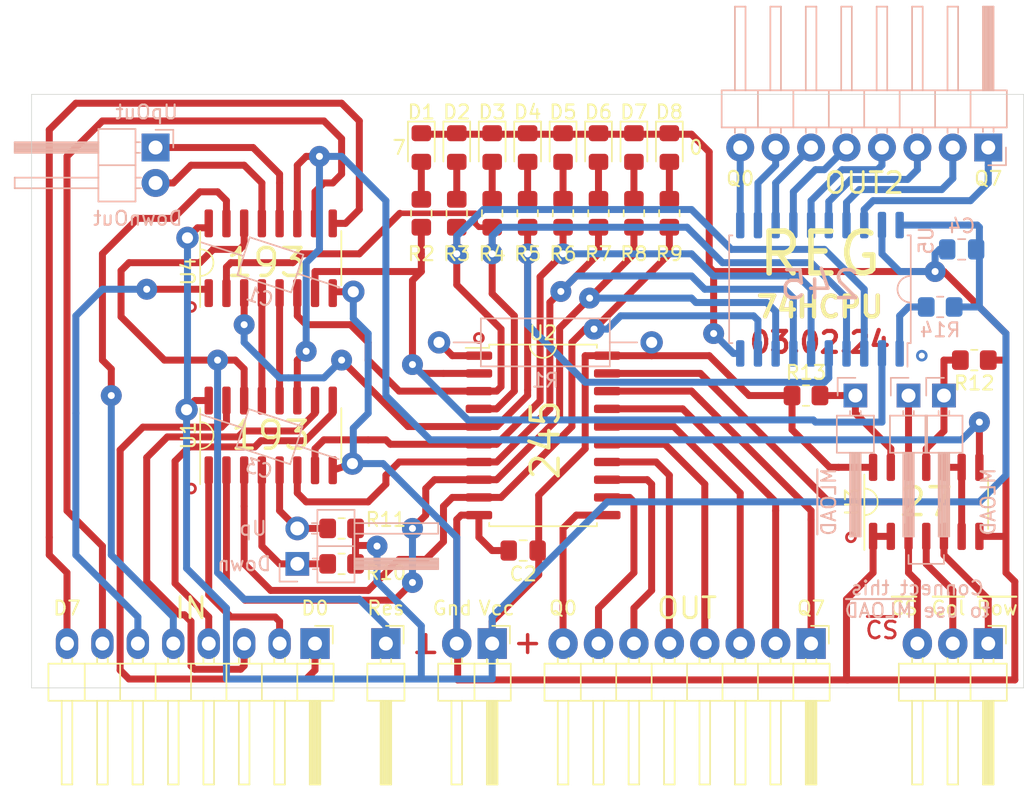
<source format=kicad_pcb>
(kicad_pcb (version 20171130) (host pcbnew "(5.1.8)-1")

  (general
    (thickness 1.6)
    (drawings 51)
    (tracks 520)
    (zones 0)
    (modules 42)
    (nets 60)
  )

  (page A4 portrait)
  (layers
    (0 F.Cu signal)
    (31 B.Cu signal)
    (32 B.Adhes user)
    (33 F.Adhes user)
    (34 B.Paste user)
    (35 F.Paste user)
    (36 B.SilkS user)
    (37 F.SilkS user)
    (38 B.Mask user)
    (39 F.Mask user)
    (40 Dwgs.User user)
    (41 Cmts.User user)
    (42 Eco1.User user)
    (43 Eco2.User user)
    (44 Edge.Cuts user)
    (45 Margin user)
    (46 B.CrtYd user)
    (47 F.CrtYd user)
    (48 B.Fab user)
    (49 F.Fab user)
  )

  (setup
    (last_trace_width 0.25)
    (user_trace_width 0.4)
    (user_trace_width 0.5)
    (user_trace_width 0.6)
    (trace_clearance 0.2)
    (zone_clearance 0.508)
    (zone_45_only no)
    (trace_min 0.2)
    (via_size 0.8)
    (via_drill 0.4)
    (via_min_size 0.4)
    (via_min_drill 0.3)
    (user_via 1.5 0.5)
    (uvia_size 0.3)
    (uvia_drill 0.1)
    (uvias_allowed no)
    (uvia_min_size 0.2)
    (uvia_min_drill 0.1)
    (edge_width 0.05)
    (segment_width 0.5)
    (pcb_text_width 0.3)
    (pcb_text_size 1.5 1.5)
    (mod_edge_width 0.12)
    (mod_text_size 1 1)
    (mod_text_width 0.15)
    (pad_size 2 2)
    (pad_drill 1)
    (pad_to_mask_clearance 0)
    (aux_axis_origin 0 0)
    (visible_elements 7FFFFFFF)
    (pcbplotparams
      (layerselection 0x010fc_ffffffff)
      (usegerberextensions false)
      (usegerberattributes true)
      (usegerberadvancedattributes true)
      (creategerberjobfile false)
      (excludeedgelayer true)
      (linewidth 0.100000)
      (plotframeref false)
      (viasonmask false)
      (mode 1)
      (useauxorigin false)
      (hpglpennumber 1)
      (hpglpenspeed 20)
      (hpglpendiameter 15.000000)
      (psnegative false)
      (psa4output false)
      (plotreference true)
      (plotvalue true)
      (plotinvisibletext false)
      (padsonsilk false)
      (subtractmaskfromsilk false)
      (outputformat 1)
      (mirror false)
      (drillshape 0)
      (scaleselection 1)
      (outputdirectory "gerber/"))
  )

  (net 0 "")
  (net 1 VCC)
  (net 2 GND)
  (net 3 /D7)
  (net 4 /D6)
  (net 5 /D5)
  (net 6 /D4)
  (net 7 /D3)
  (net 8 /D2)
  (net 9 /D1)
  (net 10 /D0)
  (net 11 /Q0)
  (net 12 /Q1)
  (net 13 /Q2)
  (net 14 /Q3)
  (net 15 /Q4)
  (net 16 /Q5)
  (net 17 /Q6)
  (net 18 /Q7)
  (net 19 /~Row)
  (net 20 /~Col)
  (net 21 /~CS)
  (net 22 "Net-(D1-Pad2)")
  (net 23 "Net-(D2-Pad2)")
  (net 24 "Net-(D3-Pad2)")
  (net 25 "Net-(D4-Pad2)")
  (net 26 "Net-(D5-Pad2)")
  (net 27 "Net-(D6-Pad2)")
  (net 28 "Net-(D7-Pad2)")
  (net 29 "Net-(D8-Pad2)")
  (net 30 "Net-(R1-Pad1)")
  (net 31 /L0)
  (net 32 /L1)
  (net 33 /L2)
  (net 34 /L3)
  (net 35 /L4)
  (net 36 /L5)
  (net 37 /L6)
  (net 38 /L7)
  (net 39 /Res)
  (net 40 /~LOAD)
  (net 41 /Up)
  (net 42 /Down)
  (net 43 "Net-(U3-Pad10)")
  (net 44 /DownOut)
  (net 45 /UpOut)
  (net 46 /DownLH)
  (net 47 /UpLH)
  (net 48 /MLOAD)
  (net 49 /~MLOAD)
  (net 50 "Net-(J10-Pad1)")
  (net 51 /AQ0)
  (net 52 /AQ1)
  (net 53 /AQ2)
  (net 54 /AQ3)
  (net 55 /AQ4)
  (net 56 /AQ5)
  (net 57 /AQ6)
  (net 58 /AQ7)
  (net 59 "Net-(R14-Pad1)")

  (net_class Default "This is the default net class."
    (clearance 0.2)
    (trace_width 0.25)
    (via_dia 0.8)
    (via_drill 0.4)
    (uvia_dia 0.3)
    (uvia_drill 0.1)
    (add_net /AQ0)
    (add_net /AQ1)
    (add_net /AQ2)
    (add_net /AQ3)
    (add_net /AQ4)
    (add_net /AQ5)
    (add_net /AQ6)
    (add_net /AQ7)
    (add_net /D0)
    (add_net /D1)
    (add_net /D2)
    (add_net /D3)
    (add_net /D4)
    (add_net /D5)
    (add_net /D6)
    (add_net /D7)
    (add_net /Down)
    (add_net /DownLH)
    (add_net /DownOut)
    (add_net /L0)
    (add_net /L1)
    (add_net /L2)
    (add_net /L3)
    (add_net /L4)
    (add_net /L5)
    (add_net /L6)
    (add_net /L7)
    (add_net /MLOAD)
    (add_net /Q0)
    (add_net /Q1)
    (add_net /Q2)
    (add_net /Q3)
    (add_net /Q4)
    (add_net /Q5)
    (add_net /Q6)
    (add_net /Q7)
    (add_net /Res)
    (add_net /Up)
    (add_net /UpLH)
    (add_net /UpOut)
    (add_net /~CS)
    (add_net /~Col)
    (add_net /~LOAD)
    (add_net /~MLOAD)
    (add_net /~Row)
    (add_net GND)
    (add_net "Net-(D1-Pad2)")
    (add_net "Net-(D2-Pad2)")
    (add_net "Net-(D3-Pad2)")
    (add_net "Net-(D4-Pad2)")
    (add_net "Net-(D5-Pad2)")
    (add_net "Net-(D6-Pad2)")
    (add_net "Net-(D7-Pad2)")
    (add_net "Net-(D8-Pad2)")
    (add_net "Net-(J10-Pad1)")
    (add_net "Net-(R1-Pad1)")
    (add_net "Net-(R14-Pad1)")
    (add_net "Net-(U3-Pad10)")
    (add_net VCC)
  )

  (module Capacitor_SMD:C_0805_2012Metric_Pad1.18x1.45mm_HandSolder (layer B.Cu) (tedit 5F68FEEF) (tstamp 65BF1A99)
    (at 117.475 25.0825 180)
    (descr "Capacitor SMD 0805 (2012 Metric), square (rectangular) end terminal, IPC_7351 nominal with elongated pad for handsoldering. (Body size source: IPC-SM-782 page 76, https://www.pcb-3d.com/wordpress/wp-content/uploads/ipc-sm-782a_amendment_1_and_2.pdf, https://docs.google.com/spreadsheets/d/1BsfQQcO9C6DZCsRaXUlFlo91Tg2WpOkGARC1WS5S8t0/edit?usp=sharing), generated with kicad-footprint-generator")
    (tags "capacitor handsolder")
    (path /65C4793F)
    (attr smd)
    (fp_text reference C4 (at 0 1.68) (layer B.SilkS)
      (effects (font (size 1 1) (thickness 0.15)) (justify mirror))
    )
    (fp_text value 0.1uF (at 0 -1.68) (layer B.Fab)
      (effects (font (size 1 1) (thickness 0.15)) (justify mirror))
    )
    (fp_line (start 1.88 -0.98) (end -1.88 -0.98) (layer B.CrtYd) (width 0.05))
    (fp_line (start 1.88 0.98) (end 1.88 -0.98) (layer B.CrtYd) (width 0.05))
    (fp_line (start -1.88 0.98) (end 1.88 0.98) (layer B.CrtYd) (width 0.05))
    (fp_line (start -1.88 -0.98) (end -1.88 0.98) (layer B.CrtYd) (width 0.05))
    (fp_line (start -0.261252 -0.735) (end 0.261252 -0.735) (layer B.SilkS) (width 0.12))
    (fp_line (start -0.261252 0.735) (end 0.261252 0.735) (layer B.SilkS) (width 0.12))
    (fp_line (start 1 -0.625) (end -1 -0.625) (layer B.Fab) (width 0.1))
    (fp_line (start 1 0.625) (end 1 -0.625) (layer B.Fab) (width 0.1))
    (fp_line (start -1 0.625) (end 1 0.625) (layer B.Fab) (width 0.1))
    (fp_line (start -1 -0.625) (end -1 0.625) (layer B.Fab) (width 0.1))
    (fp_text user %R (at 0 0) (layer B.Fab)
      (effects (font (size 0.5 0.5) (thickness 0.08)) (justify mirror))
    )
    (pad 2 smd roundrect (at 1.0375 0 180) (size 1.175 1.45) (layers B.Cu B.Paste B.Mask) (roundrect_rratio 0.2127659574468085)
      (net 2 GND))
    (pad 1 smd roundrect (at -1.0375 0 180) (size 1.175 1.45) (layers B.Cu B.Paste B.Mask) (roundrect_rratio 0.2127659574468085)
      (net 1 VCC))
    (model ${KISYS3DMOD}/Capacitor_SMD.3dshapes/C_0805_2012Metric.wrl
      (at (xyz 0 0 0))
      (scale (xyz 1 1 1))
      (rotate (xyz 0 0 0))
    )
  )

  (module Resistor_SMD:R_0805_2012Metric_Pad1.20x1.40mm_HandSolder (layer B.Cu) (tedit 5F68FEEE) (tstamp 65BC1DCC)
    (at 115.935 29.21)
    (descr "Resistor SMD 0805 (2012 Metric), square (rectangular) end terminal, IPC_7351 nominal with elongated pad for handsoldering. (Body size source: IPC-SM-782 page 72, https://www.pcb-3d.com/wordpress/wp-content/uploads/ipc-sm-782a_amendment_1_and_2.pdf), generated with kicad-footprint-generator")
    (tags "resistor handsolder")
    (path /65BD1D55)
    (attr smd)
    (fp_text reference R14 (at 0 1.65 180) (layer B.SilkS)
      (effects (font (size 1 1) (thickness 0.15)) (justify mirror))
    )
    (fp_text value 10k (at 0 -1.65 180) (layer B.Fab)
      (effects (font (size 1 1) (thickness 0.15)) (justify mirror))
    )
    (fp_line (start -1 -0.625) (end -1 0.625) (layer B.Fab) (width 0.1))
    (fp_line (start -1 0.625) (end 1 0.625) (layer B.Fab) (width 0.1))
    (fp_line (start 1 0.625) (end 1 -0.625) (layer B.Fab) (width 0.1))
    (fp_line (start 1 -0.625) (end -1 -0.625) (layer B.Fab) (width 0.1))
    (fp_line (start -0.227064 0.735) (end 0.227064 0.735) (layer B.SilkS) (width 0.12))
    (fp_line (start -0.227064 -0.735) (end 0.227064 -0.735) (layer B.SilkS) (width 0.12))
    (fp_line (start -1.85 -0.95) (end -1.85 0.95) (layer B.CrtYd) (width 0.05))
    (fp_line (start -1.85 0.95) (end 1.85 0.95) (layer B.CrtYd) (width 0.05))
    (fp_line (start 1.85 0.95) (end 1.85 -0.95) (layer B.CrtYd) (width 0.05))
    (fp_line (start 1.85 -0.95) (end -1.85 -0.95) (layer B.CrtYd) (width 0.05))
    (fp_text user %R (at 0 0 180) (layer B.Fab)
      (effects (font (size 0.5 0.5) (thickness 0.08)) (justify mirror))
    )
    (pad 2 smd roundrect (at 1 0) (size 1.2 1.4) (layers B.Cu B.Paste B.Mask) (roundrect_rratio 0.2083325)
      (net 1 VCC))
    (pad 1 smd roundrect (at -1 0) (size 1.2 1.4) (layers B.Cu B.Paste B.Mask) (roundrect_rratio 0.2083325)
      (net 59 "Net-(R14-Pad1)"))
    (model ${KISYS3DMOD}/Resistor_SMD.3dshapes/R_0805_2012Metric.wrl
      (at (xyz 0 0 0))
      (scale (xyz 1 1 1))
      (rotate (xyz 0 0 0))
    )
  )

  (module Package_SO:SOP-20_7.5x12.8mm_P1.27mm (layer B.Cu) (tedit 5F4D0A3D) (tstamp 65BC1F0D)
    (at 107.315 27.94 90)
    (descr "SOP, 20 Pin (https://www.holtek.com/documents/10179/116723/sop20-300.pdf), generated with kicad-footprint-generator ipc_gullwing_generator.py")
    (tags "SOP SO")
    (path /65BD1D41)
    (attr smd)
    (fp_text reference U5 (at 3.4925 7.62 270) (layer B.SilkS)
      (effects (font (size 1 1) (thickness 0.15)) (justify mirror))
    )
    (fp_text value 74HC245 (at 0 -7.35 90) (layer B.Fab)
      (effects (font (size 1 1) (thickness 0.15)) (justify mirror))
    )
    (fp_line (start 0 -6.51) (end 3.86 -6.51) (layer B.SilkS) (width 0.12))
    (fp_line (start 3.86 -6.51) (end 3.86 -6.275) (layer B.SilkS) (width 0.12))
    (fp_line (start 0 -6.51) (end -3.86 -6.51) (layer B.SilkS) (width 0.12))
    (fp_line (start -3.86 -6.51) (end -3.86 -6.275) (layer B.SilkS) (width 0.12))
    (fp_line (start 0 6.51) (end 3.86 6.51) (layer B.SilkS) (width 0.12))
    (fp_line (start 3.86 6.51) (end 3.86 6.275) (layer B.SilkS) (width 0.12))
    (fp_line (start 0 6.51) (end -3.86 6.51) (layer B.SilkS) (width 0.12))
    (fp_line (start -3.86 6.51) (end -3.86 6.275) (layer B.SilkS) (width 0.12))
    (fp_line (start -3.86 6.275) (end -5.55 6.275) (layer B.SilkS) (width 0.12))
    (fp_line (start -2.75 6.4) (end 3.75 6.4) (layer B.Fab) (width 0.1))
    (fp_line (start 3.75 6.4) (end 3.75 -6.4) (layer B.Fab) (width 0.1))
    (fp_line (start 3.75 -6.4) (end -3.75 -6.4) (layer B.Fab) (width 0.1))
    (fp_line (start -3.75 -6.4) (end -3.75 5.4) (layer B.Fab) (width 0.1))
    (fp_line (start -3.75 5.4) (end -2.75 6.4) (layer B.Fab) (width 0.1))
    (fp_line (start -5.8 6.65) (end -5.8 -6.65) (layer B.CrtYd) (width 0.05))
    (fp_line (start -5.8 -6.65) (end 5.8 -6.65) (layer B.CrtYd) (width 0.05))
    (fp_line (start 5.8 -6.65) (end 5.8 6.65) (layer B.CrtYd) (width 0.05))
    (fp_line (start 5.8 6.65) (end -5.8 6.65) (layer B.CrtYd) (width 0.05))
    (fp_text user %R (at 0 0 90) (layer B.Fab)
      (effects (font (size 1 1) (thickness 0.15)) (justify mirror))
    )
    (pad 20 smd roundrect (at 4.6 5.715 90) (size 1.9 0.6) (layers B.Cu B.Paste B.Mask) (roundrect_rratio 0.25)
      (net 1 VCC))
    (pad 19 smd roundrect (at 4.6 4.445 90) (size 1.9 0.6) (layers B.Cu B.Paste B.Mask) (roundrect_rratio 0.25)
      (net 2 GND))
    (pad 18 smd roundrect (at 4.6 3.175 90) (size 1.9 0.6) (layers B.Cu B.Paste B.Mask) (roundrect_rratio 0.25)
      (net 58 /AQ7))
    (pad 17 smd roundrect (at 4.6 1.905 90) (size 1.9 0.6) (layers B.Cu B.Paste B.Mask) (roundrect_rratio 0.25)
      (net 57 /AQ6))
    (pad 16 smd roundrect (at 4.6 0.635 90) (size 1.9 0.6) (layers B.Cu B.Paste B.Mask) (roundrect_rratio 0.25)
      (net 56 /AQ5))
    (pad 15 smd roundrect (at 4.6 -0.635 90) (size 1.9 0.6) (layers B.Cu B.Paste B.Mask) (roundrect_rratio 0.25)
      (net 55 /AQ4))
    (pad 14 smd roundrect (at 4.6 -1.905 90) (size 1.9 0.6) (layers B.Cu B.Paste B.Mask) (roundrect_rratio 0.25)
      (net 54 /AQ3))
    (pad 13 smd roundrect (at 4.6 -3.175 90) (size 1.9 0.6) (layers B.Cu B.Paste B.Mask) (roundrect_rratio 0.25)
      (net 53 /AQ2))
    (pad 12 smd roundrect (at 4.6 -4.445 90) (size 1.9 0.6) (layers B.Cu B.Paste B.Mask) (roundrect_rratio 0.25)
      (net 52 /AQ1))
    (pad 11 smd roundrect (at 4.6 -5.715 90) (size 1.9 0.6) (layers B.Cu B.Paste B.Mask) (roundrect_rratio 0.25)
      (net 51 /AQ0))
    (pad 10 smd roundrect (at -4.6 -5.715 90) (size 1.9 0.6) (layers B.Cu B.Paste B.Mask) (roundrect_rratio 0.25)
      (net 2 GND))
    (pad 9 smd roundrect (at -4.6 -4.445 90) (size 1.9 0.6) (layers B.Cu B.Paste B.Mask) (roundrect_rratio 0.25)
      (net 31 /L0))
    (pad 8 smd roundrect (at -4.6 -3.175 90) (size 1.9 0.6) (layers B.Cu B.Paste B.Mask) (roundrect_rratio 0.25)
      (net 32 /L1))
    (pad 7 smd roundrect (at -4.6 -1.905 90) (size 1.9 0.6) (layers B.Cu B.Paste B.Mask) (roundrect_rratio 0.25)
      (net 33 /L2))
    (pad 6 smd roundrect (at -4.6 -0.635 90) (size 1.9 0.6) (layers B.Cu B.Paste B.Mask) (roundrect_rratio 0.25)
      (net 34 /L3))
    (pad 5 smd roundrect (at -4.6 0.635 90) (size 1.9 0.6) (layers B.Cu B.Paste B.Mask) (roundrect_rratio 0.25)
      (net 35 /L4))
    (pad 4 smd roundrect (at -4.6 1.905 90) (size 1.9 0.6) (layers B.Cu B.Paste B.Mask) (roundrect_rratio 0.25)
      (net 36 /L5))
    (pad 3 smd roundrect (at -4.6 3.175 90) (size 1.9 0.6) (layers B.Cu B.Paste B.Mask) (roundrect_rratio 0.25)
      (net 37 /L6))
    (pad 2 smd roundrect (at -4.6 4.445 90) (size 1.9 0.6) (layers B.Cu B.Paste B.Mask) (roundrect_rratio 0.25)
      (net 38 /L7))
    (pad 1 smd roundrect (at -4.6 5.715 90) (size 1.9 0.6) (layers B.Cu B.Paste B.Mask) (roundrect_rratio 0.25)
      (net 59 "Net-(R14-Pad1)"))
    (model ${KISYS3DMOD}/Package_SO.3dshapes/SOP-20_7.5x12.8mm_P1.27mm.wrl
      (at (xyz 0 0 0))
      (scale (xyz 1 1 1))
      (rotate (xyz 0 0 0))
    )
  )

  (module Connector_PinHeader_2.54mm:PinHeader_1x08_P2.54mm_Horizontal (layer B.Cu) (tedit 65BE7B1B) (tstamp 65BC1C09)
    (at 119.38 17.78 90)
    (descr "Through hole angled pin header, 1x08, 2.54mm pitch, 6mm pin length, single row")
    (tags "Through hole angled pin header THT 1x08 2.54mm single row")
    (path /65BE20F4)
    (fp_text reference J11 (at 1.905 1.905 270) (layer B.SilkS) hide
      (effects (font (size 1 1) (thickness 0.15)) (justify mirror))
    )
    (fp_text value Conn_01x08_Male (at 1.905 -11.43) (layer B.Fab)
      (effects (font (size 1 1) (thickness 0.15)) (justify mirror))
    )
    (fp_line (start 2.135 1.27) (end 4.04 1.27) (layer B.Fab) (width 0.1))
    (fp_line (start 4.04 1.27) (end 4.04 -19.05) (layer B.Fab) (width 0.1))
    (fp_line (start 4.04 -19.05) (end 1.5 -19.05) (layer B.Fab) (width 0.1))
    (fp_line (start 1.5 -19.05) (end 1.5 0.635) (layer B.Fab) (width 0.1))
    (fp_line (start 1.5 0.635) (end 2.135 1.27) (layer B.Fab) (width 0.1))
    (fp_line (start -0.32 0.32) (end 1.5 0.32) (layer B.Fab) (width 0.1))
    (fp_line (start -0.32 0.32) (end -0.32 -0.32) (layer B.Fab) (width 0.1))
    (fp_line (start -0.32 -0.32) (end 1.5 -0.32) (layer B.Fab) (width 0.1))
    (fp_line (start 4.04 0.32) (end 10.04 0.32) (layer B.Fab) (width 0.1))
    (fp_line (start 10.04 0.32) (end 10.04 -0.32) (layer B.Fab) (width 0.1))
    (fp_line (start 4.04 -0.32) (end 10.04 -0.32) (layer B.Fab) (width 0.1))
    (fp_line (start -0.32 -2.22) (end 1.5 -2.22) (layer B.Fab) (width 0.1))
    (fp_line (start -0.32 -2.22) (end -0.32 -2.86) (layer B.Fab) (width 0.1))
    (fp_line (start -0.32 -2.86) (end 1.5 -2.86) (layer B.Fab) (width 0.1))
    (fp_line (start 4.04 -2.22) (end 10.04 -2.22) (layer B.Fab) (width 0.1))
    (fp_line (start 10.04 -2.22) (end 10.04 -2.86) (layer B.Fab) (width 0.1))
    (fp_line (start 4.04 -2.86) (end 10.04 -2.86) (layer B.Fab) (width 0.1))
    (fp_line (start -0.32 -4.76) (end 1.5 -4.76) (layer B.Fab) (width 0.1))
    (fp_line (start -0.32 -4.76) (end -0.32 -5.4) (layer B.Fab) (width 0.1))
    (fp_line (start -0.32 -5.4) (end 1.5 -5.4) (layer B.Fab) (width 0.1))
    (fp_line (start 4.04 -4.76) (end 10.04 -4.76) (layer B.Fab) (width 0.1))
    (fp_line (start 10.04 -4.76) (end 10.04 -5.4) (layer B.Fab) (width 0.1))
    (fp_line (start 4.04 -5.4) (end 10.04 -5.4) (layer B.Fab) (width 0.1))
    (fp_line (start -0.32 -7.3) (end 1.5 -7.3) (layer B.Fab) (width 0.1))
    (fp_line (start -0.32 -7.3) (end -0.32 -7.94) (layer B.Fab) (width 0.1))
    (fp_line (start -0.32 -7.94) (end 1.5 -7.94) (layer B.Fab) (width 0.1))
    (fp_line (start 4.04 -7.3) (end 10.04 -7.3) (layer B.Fab) (width 0.1))
    (fp_line (start 10.04 -7.3) (end 10.04 -7.94) (layer B.Fab) (width 0.1))
    (fp_line (start 4.04 -7.94) (end 10.04 -7.94) (layer B.Fab) (width 0.1))
    (fp_line (start -0.32 -9.84) (end 1.5 -9.84) (layer B.Fab) (width 0.1))
    (fp_line (start -0.32 -9.84) (end -0.32 -10.48) (layer B.Fab) (width 0.1))
    (fp_line (start -0.32 -10.48) (end 1.5 -10.48) (layer B.Fab) (width 0.1))
    (fp_line (start 4.04 -9.84) (end 10.04 -9.84) (layer B.Fab) (width 0.1))
    (fp_line (start 10.04 -9.84) (end 10.04 -10.48) (layer B.Fab) (width 0.1))
    (fp_line (start 4.04 -10.48) (end 10.04 -10.48) (layer B.Fab) (width 0.1))
    (fp_line (start -0.32 -12.38) (end 1.5 -12.38) (layer B.Fab) (width 0.1))
    (fp_line (start -0.32 -12.38) (end -0.32 -13.02) (layer B.Fab) (width 0.1))
    (fp_line (start -0.32 -13.02) (end 1.5 -13.02) (layer B.Fab) (width 0.1))
    (fp_line (start 4.04 -12.38) (end 10.04 -12.38) (layer B.Fab) (width 0.1))
    (fp_line (start 10.04 -12.38) (end 10.04 -13.02) (layer B.Fab) (width 0.1))
    (fp_line (start 4.04 -13.02) (end 10.04 -13.02) (layer B.Fab) (width 0.1))
    (fp_line (start -0.32 -14.92) (end 1.5 -14.92) (layer B.Fab) (width 0.1))
    (fp_line (start -0.32 -14.92) (end -0.32 -15.56) (layer B.Fab) (width 0.1))
    (fp_line (start -0.32 -15.56) (end 1.5 -15.56) (layer B.Fab) (width 0.1))
    (fp_line (start 4.04 -14.92) (end 10.04 -14.92) (layer B.Fab) (width 0.1))
    (fp_line (start 10.04 -14.92) (end 10.04 -15.56) (layer B.Fab) (width 0.1))
    (fp_line (start 4.04 -15.56) (end 10.04 -15.56) (layer B.Fab) (width 0.1))
    (fp_line (start -0.32 -17.46) (end 1.5 -17.46) (layer B.Fab) (width 0.1))
    (fp_line (start -0.32 -17.46) (end -0.32 -18.1) (layer B.Fab) (width 0.1))
    (fp_line (start -0.32 -18.1) (end 1.5 -18.1) (layer B.Fab) (width 0.1))
    (fp_line (start 4.04 -17.46) (end 10.04 -17.46) (layer B.Fab) (width 0.1))
    (fp_line (start 10.04 -17.46) (end 10.04 -18.1) (layer B.Fab) (width 0.1))
    (fp_line (start 4.04 -18.1) (end 10.04 -18.1) (layer B.Fab) (width 0.1))
    (fp_line (start 1.44 1.33) (end 1.44 -19.11) (layer B.SilkS) (width 0.12))
    (fp_line (start 1.44 -19.11) (end 4.1 -19.11) (layer B.SilkS) (width 0.12))
    (fp_line (start 4.1 -19.11) (end 4.1 1.33) (layer B.SilkS) (width 0.12))
    (fp_line (start 4.1 1.33) (end 1.44 1.33) (layer B.SilkS) (width 0.12))
    (fp_line (start 4.1 0.38) (end 10.1 0.38) (layer B.SilkS) (width 0.12))
    (fp_line (start 10.1 0.38) (end 10.1 -0.38) (layer B.SilkS) (width 0.12))
    (fp_line (start 10.1 -0.38) (end 4.1 -0.38) (layer B.SilkS) (width 0.12))
    (fp_line (start 4.1 0.32) (end 10.1 0.32) (layer B.SilkS) (width 0.12))
    (fp_line (start 4.1 0.2) (end 10.1 0.2) (layer B.SilkS) (width 0.12))
    (fp_line (start 4.1 0.08) (end 10.1 0.08) (layer B.SilkS) (width 0.12))
    (fp_line (start 4.1 -0.04) (end 10.1 -0.04) (layer B.SilkS) (width 0.12))
    (fp_line (start 4.1 -0.16) (end 10.1 -0.16) (layer B.SilkS) (width 0.12))
    (fp_line (start 4.1 -0.28) (end 10.1 -0.28) (layer B.SilkS) (width 0.12))
    (fp_line (start 1.11 0.38) (end 1.44 0.38) (layer B.SilkS) (width 0.12))
    (fp_line (start 1.11 -0.38) (end 1.44 -0.38) (layer B.SilkS) (width 0.12))
    (fp_line (start 1.44 -1.27) (end 4.1 -1.27) (layer B.SilkS) (width 0.12))
    (fp_line (start 4.1 -2.16) (end 10.1 -2.16) (layer B.SilkS) (width 0.12))
    (fp_line (start 10.1 -2.16) (end 10.1 -2.92) (layer B.SilkS) (width 0.12))
    (fp_line (start 10.1 -2.92) (end 4.1 -2.92) (layer B.SilkS) (width 0.12))
    (fp_line (start 1.042929 -2.16) (end 1.44 -2.16) (layer B.SilkS) (width 0.12))
    (fp_line (start 1.042929 -2.92) (end 1.44 -2.92) (layer B.SilkS) (width 0.12))
    (fp_line (start 1.44 -3.81) (end 4.1 -3.81) (layer B.SilkS) (width 0.12))
    (fp_line (start 4.1 -4.7) (end 10.1 -4.7) (layer B.SilkS) (width 0.12))
    (fp_line (start 10.1 -4.7) (end 10.1 -5.46) (layer B.SilkS) (width 0.12))
    (fp_line (start 10.1 -5.46) (end 4.1 -5.46) (layer B.SilkS) (width 0.12))
    (fp_line (start 1.042929 -4.7) (end 1.44 -4.7) (layer B.SilkS) (width 0.12))
    (fp_line (start 1.042929 -5.46) (end 1.44 -5.46) (layer B.SilkS) (width 0.12))
    (fp_line (start 1.44 -6.35) (end 4.1 -6.35) (layer B.SilkS) (width 0.12))
    (fp_line (start 4.1 -7.24) (end 10.1 -7.24) (layer B.SilkS) (width 0.12))
    (fp_line (start 10.1 -7.24) (end 10.1 -8) (layer B.SilkS) (width 0.12))
    (fp_line (start 10.1 -8) (end 4.1 -8) (layer B.SilkS) (width 0.12))
    (fp_line (start 1.042929 -7.24) (end 1.44 -7.24) (layer B.SilkS) (width 0.12))
    (fp_line (start 1.042929 -8) (end 1.44 -8) (layer B.SilkS) (width 0.12))
    (fp_line (start 1.44 -8.89) (end 4.1 -8.89) (layer B.SilkS) (width 0.12))
    (fp_line (start 4.1 -9.78) (end 10.1 -9.78) (layer B.SilkS) (width 0.12))
    (fp_line (start 10.1 -9.78) (end 10.1 -10.54) (layer B.SilkS) (width 0.12))
    (fp_line (start 10.1 -10.54) (end 4.1 -10.54) (layer B.SilkS) (width 0.12))
    (fp_line (start 1.042929 -9.78) (end 1.44 -9.78) (layer B.SilkS) (width 0.12))
    (fp_line (start 1.042929 -10.54) (end 1.44 -10.54) (layer B.SilkS) (width 0.12))
    (fp_line (start 1.44 -11.43) (end 4.1 -11.43) (layer B.SilkS) (width 0.12))
    (fp_line (start 4.1 -12.32) (end 10.1 -12.32) (layer B.SilkS) (width 0.12))
    (fp_line (start 10.1 -12.32) (end 10.1 -13.08) (layer B.SilkS) (width 0.12))
    (fp_line (start 10.1 -13.08) (end 4.1 -13.08) (layer B.SilkS) (width 0.12))
    (fp_line (start 1.042929 -12.32) (end 1.44 -12.32) (layer B.SilkS) (width 0.12))
    (fp_line (start 1.042929 -13.08) (end 1.44 -13.08) (layer B.SilkS) (width 0.12))
    (fp_line (start 1.44 -13.97) (end 4.1 -13.97) (layer B.SilkS) (width 0.12))
    (fp_line (start 4.1 -14.86) (end 10.1 -14.86) (layer B.SilkS) (width 0.12))
    (fp_line (start 10.1 -14.86) (end 10.1 -15.62) (layer B.SilkS) (width 0.12))
    (fp_line (start 10.1 -15.62) (end 4.1 -15.62) (layer B.SilkS) (width 0.12))
    (fp_line (start 1.042929 -14.86) (end 1.44 -14.86) (layer B.SilkS) (width 0.12))
    (fp_line (start 1.042929 -15.62) (end 1.44 -15.62) (layer B.SilkS) (width 0.12))
    (fp_line (start 1.44 -16.51) (end 4.1 -16.51) (layer B.SilkS) (width 0.12))
    (fp_line (start 4.1 -17.4) (end 10.1 -17.4) (layer B.SilkS) (width 0.12))
    (fp_line (start 10.1 -17.4) (end 10.1 -18.16) (layer B.SilkS) (width 0.12))
    (fp_line (start 10.1 -18.16) (end 4.1 -18.16) (layer B.SilkS) (width 0.12))
    (fp_line (start 1.042929 -17.4) (end 1.44 -17.4) (layer B.SilkS) (width 0.12))
    (fp_line (start 1.042929 -18.16) (end 1.44 -18.16) (layer B.SilkS) (width 0.12))
    (fp_line (start -1.27 0) (end -1.27 1.27) (layer B.SilkS) (width 0.12))
    (fp_line (start -1.27 1.27) (end 0 1.27) (layer B.SilkS) (width 0.12))
    (fp_line (start -1.8 1.8) (end -1.8 -19.55) (layer B.CrtYd) (width 0.05))
    (fp_line (start -1.8 -19.55) (end 10.55 -19.55) (layer B.CrtYd) (width 0.05))
    (fp_line (start 10.55 -19.55) (end 10.55 1.8) (layer B.CrtYd) (width 0.05))
    (fp_line (start 10.55 1.8) (end -1.8 1.8) (layer B.CrtYd) (width 0.05))
    (fp_text user %R (at 2.77 -8.89) (layer B.Fab)
      (effects (font (size 1 1) (thickness 0.15)) (justify mirror))
    )
    (pad 8 thru_hole oval (at 0 -17.78 90) (size 2 2) (drill 1) (layers *.Cu *.Mask)
      (net 51 /AQ0))
    (pad 7 thru_hole oval (at 0 -15.24 90) (size 2 2) (drill 1) (layers *.Cu *.Mask)
      (net 52 /AQ1))
    (pad 6 thru_hole oval (at 0 -12.7 90) (size 2 2) (drill 1) (layers *.Cu *.Mask)
      (net 53 /AQ2))
    (pad 5 thru_hole oval (at 0 -10.16 90) (size 2 2) (drill 1) (layers *.Cu *.Mask)
      (net 54 /AQ3))
    (pad 4 thru_hole oval (at 0 -7.62 90) (size 2 2) (drill 1) (layers *.Cu *.Mask)
      (net 55 /AQ4))
    (pad 3 thru_hole oval (at 0 -5.08 90) (size 2 2) (drill 1) (layers *.Cu *.Mask)
      (net 56 /AQ5))
    (pad 2 thru_hole oval (at 0 -2.54 90) (size 2 2) (drill 1) (layers *.Cu *.Mask)
      (net 57 /AQ6))
    (pad 1 thru_hole rect (at 0 0 90) (size 2 2) (drill 1) (layers *.Cu *.Mask)
      (net 58 /AQ7))
    (model ${KISYS3DMOD}/Connector_PinHeader_2.54mm.3dshapes/PinHeader_1x08_P2.54mm_Horizontal.wrl
      (at (xyz 0 0 0))
      (scale (xyz 1 1 1))
      (rotate (xyz 0 0 0))
    )
  )

  (module Resistor_SMD:R_0805_2012Metric_Pad1.20x1.40mm_HandSolder (layer F.Cu) (tedit 5F68FEEE) (tstamp 65AD621E)
    (at 106.315 35.56)
    (descr "Resistor SMD 0805 (2012 Metric), square (rectangular) end terminal, IPC_7351 nominal with elongated pad for handsoldering. (Body size source: IPC-SM-782 page 72, https://www.pcb-3d.com/wordpress/wp-content/uploads/ipc-sm-782a_amendment_1_and_2.pdf), generated with kicad-footprint-generator")
    (tags "resistor handsolder")
    (path /65AF401A)
    (attr smd)
    (fp_text reference R13 (at 0 -1.65) (layer F.SilkS)
      (effects (font (size 1 1) (thickness 0.15)))
    )
    (fp_text value 10k (at 0 1.65) (layer F.Fab)
      (effects (font (size 1 1) (thickness 0.15)))
    )
    (fp_line (start 1.85 0.95) (end -1.85 0.95) (layer F.CrtYd) (width 0.05))
    (fp_line (start 1.85 -0.95) (end 1.85 0.95) (layer F.CrtYd) (width 0.05))
    (fp_line (start -1.85 -0.95) (end 1.85 -0.95) (layer F.CrtYd) (width 0.05))
    (fp_line (start -1.85 0.95) (end -1.85 -0.95) (layer F.CrtYd) (width 0.05))
    (fp_line (start -0.227064 0.735) (end 0.227064 0.735) (layer F.SilkS) (width 0.12))
    (fp_line (start -0.227064 -0.735) (end 0.227064 -0.735) (layer F.SilkS) (width 0.12))
    (fp_line (start 1 0.625) (end -1 0.625) (layer F.Fab) (width 0.1))
    (fp_line (start 1 -0.625) (end 1 0.625) (layer F.Fab) (width 0.1))
    (fp_line (start -1 -0.625) (end 1 -0.625) (layer F.Fab) (width 0.1))
    (fp_line (start -1 0.625) (end -1 -0.625) (layer F.Fab) (width 0.1))
    (fp_text user %R (at 0 0) (layer F.Fab)
      (effects (font (size 0.5 0.5) (thickness 0.08)))
    )
    (pad 2 smd roundrect (at 1 0) (size 1.2 1.4) (layers F.Cu F.Paste F.Mask) (roundrect_rratio 0.2083325)
      (net 49 /~MLOAD))
    (pad 1 smd roundrect (at -1 0) (size 1.2 1.4) (layers F.Cu F.Paste F.Mask) (roundrect_rratio 0.2083325)
      (net 1 VCC))
    (model ${KISYS3DMOD}/Resistor_SMD.3dshapes/R_0805_2012Metric.wrl
      (at (xyz 0 0 0))
      (scale (xyz 1 1 1))
      (rotate (xyz 0 0 0))
    )
  )

  (module Connector_PinHeader_2.54mm:PinHeader_1x01_P2.54mm_Horizontal (layer B.Cu) (tedit 59FED5CB) (tstamp 65AD6081)
    (at 113.665 35.56 270)
    (descr "Through hole angled pin header, 1x01, 2.54mm pitch, 6mm pin length, single row")
    (tags "Through hole angled pin header THT 1x01 2.54mm single row")
    (path /65AF9C4B)
    (fp_text reference J10 (at 5.715 0 270) (layer B.SilkS) hide
      (effects (font (size 1 1) (thickness 0.15)) (justify mirror))
    )
    (fp_text value Conn_01x01_Male (at 4.385 -2.27 270) (layer B.Fab)
      (effects (font (size 1 1) (thickness 0.15)) (justify mirror))
    )
    (fp_line (start 10.55 1.8) (end -1.8 1.8) (layer B.CrtYd) (width 0.05))
    (fp_line (start 10.55 -1.8) (end 10.55 1.8) (layer B.CrtYd) (width 0.05))
    (fp_line (start -1.8 -1.8) (end 10.55 -1.8) (layer B.CrtYd) (width 0.05))
    (fp_line (start -1.8 1.8) (end -1.8 -1.8) (layer B.CrtYd) (width 0.05))
    (fp_line (start -1.27 1.27) (end 0 1.27) (layer B.SilkS) (width 0.12))
    (fp_line (start -1.27 0) (end -1.27 1.27) (layer B.SilkS) (width 0.12))
    (fp_line (start 1.11 -0.38) (end 1.44 -0.38) (layer B.SilkS) (width 0.12))
    (fp_line (start 1.11 0.38) (end 1.44 0.38) (layer B.SilkS) (width 0.12))
    (fp_line (start 4.1 -0.28) (end 10.1 -0.28) (layer B.SilkS) (width 0.12))
    (fp_line (start 4.1 -0.16) (end 10.1 -0.16) (layer B.SilkS) (width 0.12))
    (fp_line (start 4.1 -0.04) (end 10.1 -0.04) (layer B.SilkS) (width 0.12))
    (fp_line (start 4.1 0.08) (end 10.1 0.08) (layer B.SilkS) (width 0.12))
    (fp_line (start 4.1 0.2) (end 10.1 0.2) (layer B.SilkS) (width 0.12))
    (fp_line (start 4.1 0.32) (end 10.1 0.32) (layer B.SilkS) (width 0.12))
    (fp_line (start 10.1 -0.38) (end 4.1 -0.38) (layer B.SilkS) (width 0.12))
    (fp_line (start 10.1 0.38) (end 10.1 -0.38) (layer B.SilkS) (width 0.12))
    (fp_line (start 4.1 0.38) (end 10.1 0.38) (layer B.SilkS) (width 0.12))
    (fp_line (start 4.1 1.33) (end 1.44 1.33) (layer B.SilkS) (width 0.12))
    (fp_line (start 4.1 -1.33) (end 4.1 1.33) (layer B.SilkS) (width 0.12))
    (fp_line (start 1.44 -1.33) (end 4.1 -1.33) (layer B.SilkS) (width 0.12))
    (fp_line (start 1.44 1.33) (end 1.44 -1.33) (layer B.SilkS) (width 0.12))
    (fp_line (start 4.04 -0.32) (end 10.04 -0.32) (layer B.Fab) (width 0.1))
    (fp_line (start 10.04 0.32) (end 10.04 -0.32) (layer B.Fab) (width 0.1))
    (fp_line (start 4.04 0.32) (end 10.04 0.32) (layer B.Fab) (width 0.1))
    (fp_line (start -0.32 -0.32) (end 1.5 -0.32) (layer B.Fab) (width 0.1))
    (fp_line (start -0.32 0.32) (end -0.32 -0.32) (layer B.Fab) (width 0.1))
    (fp_line (start -0.32 0.32) (end 1.5 0.32) (layer B.Fab) (width 0.1))
    (fp_line (start 1.5 0.635) (end 2.135 1.27) (layer B.Fab) (width 0.1))
    (fp_line (start 1.5 -1.27) (end 1.5 0.635) (layer B.Fab) (width 0.1))
    (fp_line (start 4.04 -1.27) (end 1.5 -1.27) (layer B.Fab) (width 0.1))
    (fp_line (start 4.04 1.27) (end 4.04 -1.27) (layer B.Fab) (width 0.1))
    (fp_line (start 2.135 1.27) (end 4.04 1.27) (layer B.Fab) (width 0.1))
    (fp_text user %R (at 2.77 0) (layer B.Fab)
      (effects (font (size 1 1) (thickness 0.15)) (justify mirror))
    )
    (pad 1 thru_hole rect (at 0 0 270) (size 1.7 1.7) (drill 1) (layers *.Cu *.Mask)
      (net 50 "Net-(J10-Pad1)"))
    (model ${KISYS3DMOD}/Connector_PinHeader_2.54mm.3dshapes/PinHeader_1x01_P2.54mm_Horizontal.wrl
      (at (xyz 0 0 0))
      (scale (xyz 1 1 1))
      (rotate (xyz 0 0 0))
    )
  )

  (module Connector_PinHeader_2.54mm:PinHeader_1x01_P2.54mm_Horizontal (layer B.Cu) (tedit 59FED5CB) (tstamp 65AD605B)
    (at 109.855 35.56 270)
    (descr "Through hole angled pin header, 1x01, 2.54mm pitch, 6mm pin length, single row")
    (tags "Through hole angled pin header THT 1x01 2.54mm single row")
    (path /65AF4013)
    (fp_text reference J9 (at 5.715 0 270) (layer B.SilkS) hide
      (effects (font (size 1 1) (thickness 0.15)) (justify mirror))
    )
    (fp_text value Conn_01x01_Male (at 4.385 -2.27 270) (layer B.Fab)
      (effects (font (size 1 1) (thickness 0.15)) (justify mirror))
    )
    (fp_line (start 10.55 1.8) (end -1.8 1.8) (layer B.CrtYd) (width 0.05))
    (fp_line (start 10.55 -1.8) (end 10.55 1.8) (layer B.CrtYd) (width 0.05))
    (fp_line (start -1.8 -1.8) (end 10.55 -1.8) (layer B.CrtYd) (width 0.05))
    (fp_line (start -1.8 1.8) (end -1.8 -1.8) (layer B.CrtYd) (width 0.05))
    (fp_line (start -1.27 1.27) (end 0 1.27) (layer B.SilkS) (width 0.12))
    (fp_line (start -1.27 0) (end -1.27 1.27) (layer B.SilkS) (width 0.12))
    (fp_line (start 1.11 -0.38) (end 1.44 -0.38) (layer B.SilkS) (width 0.12))
    (fp_line (start 1.11 0.38) (end 1.44 0.38) (layer B.SilkS) (width 0.12))
    (fp_line (start 4.1 -0.28) (end 10.1 -0.28) (layer B.SilkS) (width 0.12))
    (fp_line (start 4.1 -0.16) (end 10.1 -0.16) (layer B.SilkS) (width 0.12))
    (fp_line (start 4.1 -0.04) (end 10.1 -0.04) (layer B.SilkS) (width 0.12))
    (fp_line (start 4.1 0.08) (end 10.1 0.08) (layer B.SilkS) (width 0.12))
    (fp_line (start 4.1 0.2) (end 10.1 0.2) (layer B.SilkS) (width 0.12))
    (fp_line (start 4.1 0.32) (end 10.1 0.32) (layer B.SilkS) (width 0.12))
    (fp_line (start 10.1 -0.38) (end 4.1 -0.38) (layer B.SilkS) (width 0.12))
    (fp_line (start 10.1 0.38) (end 10.1 -0.38) (layer B.SilkS) (width 0.12))
    (fp_line (start 4.1 0.38) (end 10.1 0.38) (layer B.SilkS) (width 0.12))
    (fp_line (start 4.1 1.33) (end 1.44 1.33) (layer B.SilkS) (width 0.12))
    (fp_line (start 4.1 -1.33) (end 4.1 1.33) (layer B.SilkS) (width 0.12))
    (fp_line (start 1.44 -1.33) (end 4.1 -1.33) (layer B.SilkS) (width 0.12))
    (fp_line (start 1.44 1.33) (end 1.44 -1.33) (layer B.SilkS) (width 0.12))
    (fp_line (start 4.04 -0.32) (end 10.04 -0.32) (layer B.Fab) (width 0.1))
    (fp_line (start 10.04 0.32) (end 10.04 -0.32) (layer B.Fab) (width 0.1))
    (fp_line (start 4.04 0.32) (end 10.04 0.32) (layer B.Fab) (width 0.1))
    (fp_line (start -0.32 -0.32) (end 1.5 -0.32) (layer B.Fab) (width 0.1))
    (fp_line (start -0.32 0.32) (end -0.32 -0.32) (layer B.Fab) (width 0.1))
    (fp_line (start -0.32 0.32) (end 1.5 0.32) (layer B.Fab) (width 0.1))
    (fp_line (start 1.5 0.635) (end 2.135 1.27) (layer B.Fab) (width 0.1))
    (fp_line (start 1.5 -1.27) (end 1.5 0.635) (layer B.Fab) (width 0.1))
    (fp_line (start 4.04 -1.27) (end 1.5 -1.27) (layer B.Fab) (width 0.1))
    (fp_line (start 4.04 1.27) (end 4.04 -1.27) (layer B.Fab) (width 0.1))
    (fp_line (start 2.135 1.27) (end 4.04 1.27) (layer B.Fab) (width 0.1))
    (fp_text user %R (at 2.77 0) (layer B.Fab)
      (effects (font (size 1 1) (thickness 0.15)) (justify mirror))
    )
    (pad 1 thru_hole rect (at 0 0 270) (size 1.7 1.7) (drill 1) (layers *.Cu *.Mask)
      (net 49 /~MLOAD))
    (model ${KISYS3DMOD}/Connector_PinHeader_2.54mm.3dshapes/PinHeader_1x01_P2.54mm_Horizontal.wrl
      (at (xyz 0 0 0))
      (scale (xyz 1 1 1))
      (rotate (xyz 0 0 0))
    )
  )

  (module Resistor_SMD:R_0805_2012Metric_Pad1.20x1.40mm_HandSolder (layer F.Cu) (tedit 5F68FEEE) (tstamp 65AD2070)
    (at 118.38 33.02 180)
    (descr "Resistor SMD 0805 (2012 Metric), square (rectangular) end terminal, IPC_7351 nominal with elongated pad for handsoldering. (Body size source: IPC-SM-782 page 72, https://www.pcb-3d.com/wordpress/wp-content/uploads/ipc-sm-782a_amendment_1_and_2.pdf), generated with kicad-footprint-generator")
    (tags "resistor handsolder")
    (path /65AD4FBF)
    (attr smd)
    (fp_text reference R12 (at 0 -1.65) (layer F.SilkS)
      (effects (font (size 1 1) (thickness 0.15)))
    )
    (fp_text value 10k (at 0 1.65) (layer F.Fab)
      (effects (font (size 1 1) (thickness 0.15)))
    )
    (fp_line (start 1.85 0.95) (end -1.85 0.95) (layer F.CrtYd) (width 0.05))
    (fp_line (start 1.85 -0.95) (end 1.85 0.95) (layer F.CrtYd) (width 0.05))
    (fp_line (start -1.85 -0.95) (end 1.85 -0.95) (layer F.CrtYd) (width 0.05))
    (fp_line (start -1.85 0.95) (end -1.85 -0.95) (layer F.CrtYd) (width 0.05))
    (fp_line (start -0.227064 0.735) (end 0.227064 0.735) (layer F.SilkS) (width 0.12))
    (fp_line (start -0.227064 -0.735) (end 0.227064 -0.735) (layer F.SilkS) (width 0.12))
    (fp_line (start 1 0.625) (end -1 0.625) (layer F.Fab) (width 0.1))
    (fp_line (start 1 -0.625) (end 1 0.625) (layer F.Fab) (width 0.1))
    (fp_line (start -1 -0.625) (end 1 -0.625) (layer F.Fab) (width 0.1))
    (fp_line (start -1 0.625) (end -1 -0.625) (layer F.Fab) (width 0.1))
    (fp_text user %R (at 0 0) (layer F.Fab)
      (effects (font (size 0.5 0.5) (thickness 0.08)))
    )
    (pad 2 smd roundrect (at 1 0 180) (size 1.2 1.4) (layers F.Cu F.Paste F.Mask) (roundrect_rratio 0.2083325)
      (net 48 /MLOAD))
    (pad 1 smd roundrect (at -1 0 180) (size 1.2 1.4) (layers F.Cu F.Paste F.Mask) (roundrect_rratio 0.2083325)
      (net 2 GND))
    (model ${KISYS3DMOD}/Resistor_SMD.3dshapes/R_0805_2012Metric.wrl
      (at (xyz 0 0 0))
      (scale (xyz 1 1 1))
      (rotate (xyz 0 0 0))
    )
  )

  (module Connector_PinHeader_2.54mm:PinHeader_1x01_P2.54mm_Horizontal (layer B.Cu) (tedit 59FED5CB) (tstamp 65AD1EED)
    (at 116.205 35.56 270)
    (descr "Through hole angled pin header, 1x01, 2.54mm pitch, 6mm pin length, single row")
    (tags "Through hole angled pin header THT 1x01 2.54mm single row")
    (path /65AD21B9)
    (fp_text reference J8 (at 4.385 2.27 90) (layer B.SilkS) hide
      (effects (font (size 1 1) (thickness 0.15)) (justify mirror))
    )
    (fp_text value Conn_01x01_Male (at 4.385 -2.27 90) (layer B.Fab)
      (effects (font (size 1 1) (thickness 0.15)) (justify mirror))
    )
    (fp_line (start 2.135 1.27) (end 4.04 1.27) (layer B.Fab) (width 0.1))
    (fp_line (start 4.04 1.27) (end 4.04 -1.27) (layer B.Fab) (width 0.1))
    (fp_line (start 4.04 -1.27) (end 1.5 -1.27) (layer B.Fab) (width 0.1))
    (fp_line (start 1.5 -1.27) (end 1.5 0.635) (layer B.Fab) (width 0.1))
    (fp_line (start 1.5 0.635) (end 2.135 1.27) (layer B.Fab) (width 0.1))
    (fp_line (start -0.32 0.32) (end 1.5 0.32) (layer B.Fab) (width 0.1))
    (fp_line (start -0.32 0.32) (end -0.32 -0.32) (layer B.Fab) (width 0.1))
    (fp_line (start -0.32 -0.32) (end 1.5 -0.32) (layer B.Fab) (width 0.1))
    (fp_line (start 4.04 0.32) (end 10.04 0.32) (layer B.Fab) (width 0.1))
    (fp_line (start 10.04 0.32) (end 10.04 -0.32) (layer B.Fab) (width 0.1))
    (fp_line (start 4.04 -0.32) (end 10.04 -0.32) (layer B.Fab) (width 0.1))
    (fp_line (start 1.44 1.33) (end 1.44 -1.33) (layer B.SilkS) (width 0.12))
    (fp_line (start 1.44 -1.33) (end 4.1 -1.33) (layer B.SilkS) (width 0.12))
    (fp_line (start 4.1 -1.33) (end 4.1 1.33) (layer B.SilkS) (width 0.12))
    (fp_line (start 4.1 1.33) (end 1.44 1.33) (layer B.SilkS) (width 0.12))
    (fp_line (start 4.1 0.38) (end 10.1 0.38) (layer B.SilkS) (width 0.12))
    (fp_line (start 10.1 0.38) (end 10.1 -0.38) (layer B.SilkS) (width 0.12))
    (fp_line (start 10.1 -0.38) (end 4.1 -0.38) (layer B.SilkS) (width 0.12))
    (fp_line (start 4.1 0.32) (end 10.1 0.32) (layer B.SilkS) (width 0.12))
    (fp_line (start 4.1 0.2) (end 10.1 0.2) (layer B.SilkS) (width 0.12))
    (fp_line (start 4.1 0.08) (end 10.1 0.08) (layer B.SilkS) (width 0.12))
    (fp_line (start 4.1 -0.04) (end 10.1 -0.04) (layer B.SilkS) (width 0.12))
    (fp_line (start 4.1 -0.16) (end 10.1 -0.16) (layer B.SilkS) (width 0.12))
    (fp_line (start 4.1 -0.28) (end 10.1 -0.28) (layer B.SilkS) (width 0.12))
    (fp_line (start 1.11 0.38) (end 1.44 0.38) (layer B.SilkS) (width 0.12))
    (fp_line (start 1.11 -0.38) (end 1.44 -0.38) (layer B.SilkS) (width 0.12))
    (fp_line (start -1.27 0) (end -1.27 1.27) (layer B.SilkS) (width 0.12))
    (fp_line (start -1.27 1.27) (end 0 1.27) (layer B.SilkS) (width 0.12))
    (fp_line (start -1.8 1.8) (end -1.8 -1.8) (layer B.CrtYd) (width 0.05))
    (fp_line (start -1.8 -1.8) (end 10.55 -1.8) (layer B.CrtYd) (width 0.05))
    (fp_line (start 10.55 -1.8) (end 10.55 1.8) (layer B.CrtYd) (width 0.05))
    (fp_line (start 10.55 1.8) (end -1.8 1.8) (layer B.CrtYd) (width 0.05))
    (fp_text user %R (at 2.77 0 180) (layer B.Fab)
      (effects (font (size 1 1) (thickness 0.15)) (justify mirror))
    )
    (pad 1 thru_hole rect (at 0 0 270) (size 1.7 1.7) (drill 1) (layers *.Cu *.Mask)
      (net 48 /MLOAD))
    (model ${KISYS3DMOD}/Connector_PinHeader_2.54mm.3dshapes/PinHeader_1x01_P2.54mm_Horizontal.wrl
      (at (xyz 0 0 0))
      (scale (xyz 1 1 1))
      (rotate (xyz 0 0 0))
    )
  )

  (module Resistor_SMD:R_0805_2012Metric_Pad1.20x1.40mm_HandSolder (layer F.Cu) (tedit 5F68FEEE) (tstamp 65A325EF)
    (at 73.025 45.085)
    (descr "Resistor SMD 0805 (2012 Metric), square (rectangular) end terminal, IPC_7351 nominal with elongated pad for handsoldering. (Body size source: IPC-SM-782 page 72, https://www.pcb-3d.com/wordpress/wp-content/uploads/ipc-sm-782a_amendment_1_and_2.pdf), generated with kicad-footprint-generator")
    (tags "resistor handsolder")
    (path /65A363AC)
    (attr smd)
    (fp_text reference R11 (at 3.175 -0.635) (layer F.SilkS)
      (effects (font (size 1 1) (thickness 0.15)))
    )
    (fp_text value 10k (at 0 1.65) (layer F.Fab)
      (effects (font (size 1 1) (thickness 0.15)))
    )
    (fp_line (start 1.85 0.95) (end -1.85 0.95) (layer F.CrtYd) (width 0.05))
    (fp_line (start 1.85 -0.95) (end 1.85 0.95) (layer F.CrtYd) (width 0.05))
    (fp_line (start -1.85 -0.95) (end 1.85 -0.95) (layer F.CrtYd) (width 0.05))
    (fp_line (start -1.85 0.95) (end -1.85 -0.95) (layer F.CrtYd) (width 0.05))
    (fp_line (start -0.227064 0.735) (end 0.227064 0.735) (layer F.SilkS) (width 0.12))
    (fp_line (start -0.227064 -0.735) (end 0.227064 -0.735) (layer F.SilkS) (width 0.12))
    (fp_line (start 1 0.625) (end -1 0.625) (layer F.Fab) (width 0.1))
    (fp_line (start 1 -0.625) (end 1 0.625) (layer F.Fab) (width 0.1))
    (fp_line (start -1 -0.625) (end 1 -0.625) (layer F.Fab) (width 0.1))
    (fp_line (start -1 0.625) (end -1 -0.625) (layer F.Fab) (width 0.1))
    (fp_text user %R (at 0 0) (layer F.Fab)
      (effects (font (size 0.5 0.5) (thickness 0.08)))
    )
    (pad 2 smd roundrect (at 1 0) (size 1.2 1.4) (layers F.Cu F.Paste F.Mask) (roundrect_rratio 0.2083325)
      (net 1 VCC))
    (pad 1 smd roundrect (at -1 0) (size 1.2 1.4) (layers F.Cu F.Paste F.Mask) (roundrect_rratio 0.2083325)
      (net 41 /Up))
    (model ${KISYS3DMOD}/Resistor_SMD.3dshapes/R_0805_2012Metric.wrl
      (at (xyz 0 0 0))
      (scale (xyz 1 1 1))
      (rotate (xyz 0 0 0))
    )
  )

  (module Resistor_SMD:R_0805_2012Metric_Pad1.20x1.40mm_HandSolder (layer F.Cu) (tedit 5F68FEEE) (tstamp 65A325DE)
    (at 73.025 47.625)
    (descr "Resistor SMD 0805 (2012 Metric), square (rectangular) end terminal, IPC_7351 nominal with elongated pad for handsoldering. (Body size source: IPC-SM-782 page 72, https://www.pcb-3d.com/wordpress/wp-content/uploads/ipc-sm-782a_amendment_1_and_2.pdf), generated with kicad-footprint-generator")
    (tags "resistor handsolder")
    (path /65A34615)
    (attr smd)
    (fp_text reference R10 (at 3.175 0.635) (layer F.SilkS)
      (effects (font (size 1 1) (thickness 0.15)))
    )
    (fp_text value 10k (at 0 1.65) (layer F.Fab)
      (effects (font (size 1 1) (thickness 0.15)))
    )
    (fp_line (start 1.85 0.95) (end -1.85 0.95) (layer F.CrtYd) (width 0.05))
    (fp_line (start 1.85 -0.95) (end 1.85 0.95) (layer F.CrtYd) (width 0.05))
    (fp_line (start -1.85 -0.95) (end 1.85 -0.95) (layer F.CrtYd) (width 0.05))
    (fp_line (start -1.85 0.95) (end -1.85 -0.95) (layer F.CrtYd) (width 0.05))
    (fp_line (start -0.227064 0.735) (end 0.227064 0.735) (layer F.SilkS) (width 0.12))
    (fp_line (start -0.227064 -0.735) (end 0.227064 -0.735) (layer F.SilkS) (width 0.12))
    (fp_line (start 1 0.625) (end -1 0.625) (layer F.Fab) (width 0.1))
    (fp_line (start 1 -0.625) (end 1 0.625) (layer F.Fab) (width 0.1))
    (fp_line (start -1 -0.625) (end 1 -0.625) (layer F.Fab) (width 0.1))
    (fp_line (start -1 0.625) (end -1 -0.625) (layer F.Fab) (width 0.1))
    (fp_text user %R (at 0 0) (layer F.Fab)
      (effects (font (size 0.5 0.5) (thickness 0.08)))
    )
    (pad 2 smd roundrect (at 1 0) (size 1.2 1.4) (layers F.Cu F.Paste F.Mask) (roundrect_rratio 0.2083325)
      (net 1 VCC))
    (pad 1 smd roundrect (at -1 0) (size 1.2 1.4) (layers F.Cu F.Paste F.Mask) (roundrect_rratio 0.2083325)
      (net 42 /Down))
    (model ${KISYS3DMOD}/Resistor_SMD.3dshapes/R_0805_2012Metric.wrl
      (at (xyz 0 0 0))
      (scale (xyz 1 1 1))
      (rotate (xyz 0 0 0))
    )
  )

  (module Resistor_THT:R_Axial_DIN0309_L9.0mm_D3.2mm_P15.24mm_Horizontal (layer B.Cu) (tedit 5AE5139B) (tstamp 63558200)
    (at 80.01 31.75)
    (descr "Resistor, Axial_DIN0309 series, Axial, Horizontal, pin pitch=15.24mm, 0.5W = 1/2W, length*diameter=9*3.2mm^2, http://cdn-reichelt.de/documents/datenblatt/B400/1_4W%23YAG.pdf")
    (tags "Resistor Axial_DIN0309 series Axial Horizontal pin pitch 15.24mm 0.5W = 1/2W length 9mm diameter 3.2mm")
    (path /635595B9)
    (fp_text reference R1 (at 7.62 2.72) (layer B.SilkS)
      (effects (font (size 1 1) (thickness 0.15)) (justify mirror))
    )
    (fp_text value 10k (at 7.62 -2.72) (layer B.Fab)
      (effects (font (size 1 1) (thickness 0.15)) (justify mirror))
    )
    (fp_line (start 3.12 1.6) (end 3.12 -1.6) (layer B.Fab) (width 0.1))
    (fp_line (start 3.12 -1.6) (end 12.12 -1.6) (layer B.Fab) (width 0.1))
    (fp_line (start 12.12 -1.6) (end 12.12 1.6) (layer B.Fab) (width 0.1))
    (fp_line (start 12.12 1.6) (end 3.12 1.6) (layer B.Fab) (width 0.1))
    (fp_line (start 0 0) (end 3.12 0) (layer B.Fab) (width 0.1))
    (fp_line (start 15.24 0) (end 12.12 0) (layer B.Fab) (width 0.1))
    (fp_line (start 3 1.72) (end 3 -1.72) (layer B.SilkS) (width 0.12))
    (fp_line (start 3 -1.72) (end 12.24 -1.72) (layer B.SilkS) (width 0.12))
    (fp_line (start 12.24 -1.72) (end 12.24 1.72) (layer B.SilkS) (width 0.12))
    (fp_line (start 12.24 1.72) (end 3 1.72) (layer B.SilkS) (width 0.12))
    (fp_line (start 1.04 0) (end 3 0) (layer B.SilkS) (width 0.12))
    (fp_line (start 14.2 0) (end 12.24 0) (layer B.SilkS) (width 0.12))
    (fp_line (start -1.05 1.85) (end -1.05 -1.85) (layer B.CrtYd) (width 0.05))
    (fp_line (start -1.05 -1.85) (end 16.29 -1.85) (layer B.CrtYd) (width 0.05))
    (fp_line (start 16.29 -1.85) (end 16.29 1.85) (layer B.CrtYd) (width 0.05))
    (fp_line (start 16.29 1.85) (end -1.05 1.85) (layer B.CrtYd) (width 0.05))
    (fp_text user %R (at 7.62 0) (layer B.Fab)
      (effects (font (size 1 1) (thickness 0.15)) (justify mirror))
    )
    (pad 2 thru_hole oval (at 15.24 0) (size 1.6 1.6) (drill 0.8) (layers *.Cu *.Mask)
      (net 1 VCC))
    (pad 1 thru_hole circle (at 0 0) (size 1.6 1.6) (drill 0.8) (layers *.Cu *.Mask)
      (net 30 "Net-(R1-Pad1)"))
    (model ${KISYS3DMOD}/Resistor_THT.3dshapes/R_Axial_DIN0309_L9.0mm_D3.2mm_P15.24mm_Horizontal.wrl
      (at (xyz 0 0 0))
      (scale (xyz 1 1 1))
      (rotate (xyz 0 0 0))
    )
  )

  (module Capacitor_THT:C_Axial_L3.8mm_D2.6mm_P12.50mm_Horizontal (layer B.Cu) (tedit 5AE50EF0) (tstamp 64AE1E01)
    (at 61.9125 36.576 342)
    (descr "C, Axial series, Axial, Horizontal, pin pitch=12.5mm, , length*diameter=3.8*2.6mm^2, http://www.vishay.com/docs/45231/arseries.pdf")
    (tags "C Axial series Axial Horizontal pin pitch 12.5mm  length 3.8mm diameter 2.6mm")
    (path /64B68F67)
    (fp_text reference C3 (at 6.25 2.42 342) (layer B.SilkS)
      (effects (font (size 1 1) (thickness 0.15)) (justify mirror))
    )
    (fp_text value 0.1uF (at 6.25 -2.42 342) (layer B.Fab)
      (effects (font (size 1 1) (thickness 0.15)) (justify mirror))
    )
    (fp_line (start 13.55 1.55) (end -1.05 1.55) (layer B.CrtYd) (width 0.05))
    (fp_line (start 13.55 -1.55) (end 13.55 1.55) (layer B.CrtYd) (width 0.05))
    (fp_line (start -1.05 -1.55) (end 13.55 -1.55) (layer B.CrtYd) (width 0.05))
    (fp_line (start -1.05 1.55) (end -1.05 -1.55) (layer B.CrtYd) (width 0.05))
    (fp_line (start 11.46 0) (end 8.27 0) (layer B.SilkS) (width 0.12))
    (fp_line (start 1.04 0) (end 4.23 0) (layer B.SilkS) (width 0.12))
    (fp_line (start 8.27 1.42) (end 4.23 1.42) (layer B.SilkS) (width 0.12))
    (fp_line (start 8.27 -1.42) (end 8.27 1.42) (layer B.SilkS) (width 0.12))
    (fp_line (start 4.23 -1.42) (end 8.27 -1.42) (layer B.SilkS) (width 0.12))
    (fp_line (start 4.23 1.42) (end 4.23 -1.42) (layer B.SilkS) (width 0.12))
    (fp_line (start 12.5 0) (end 8.15 0) (layer B.Fab) (width 0.1))
    (fp_line (start 0 0) (end 4.35 0) (layer B.Fab) (width 0.1))
    (fp_line (start 8.15 1.3) (end 4.35 1.3) (layer B.Fab) (width 0.1))
    (fp_line (start 8.15 -1.3) (end 8.15 1.3) (layer B.Fab) (width 0.1))
    (fp_line (start 4.35 -1.3) (end 8.15 -1.3) (layer B.Fab) (width 0.1))
    (fp_line (start 4.35 1.3) (end 4.35 -1.3) (layer B.Fab) (width 0.1))
    (fp_text user %R (at 6.25 0 342) (layer B.Fab)
      (effects (font (size 0.76 0.76) (thickness 0.114)) (justify mirror))
    )
    (pad 2 thru_hole oval (at 12.5 0 342) (size 1.6 1.6) (drill 0.8) (layers *.Cu *.Mask)
      (net 2 GND))
    (pad 1 thru_hole circle (at 0 0 342) (size 1.6 1.6) (drill 0.8) (layers *.Cu *.Mask)
      (net 1 VCC))
    (model ${KISYS3DMOD}/Capacitor_THT.3dshapes/C_Axial_L3.8mm_D2.6mm_P12.50mm_Horizontal.wrl
      (at (xyz 0 0 0))
      (scale (xyz 1 1 1))
      (rotate (xyz 0 0 0))
    )
  )

  (module Capacitor_THT:C_Axial_L3.8mm_D2.6mm_P12.50mm_Horizontal (layer B.Cu) (tedit 5AE50EF0) (tstamp 628D51CF)
    (at 61.976 24.257 342)
    (descr "C, Axial series, Axial, Horizontal, pin pitch=12.5mm, , length*diameter=3.8*2.6mm^2, http://www.vishay.com/docs/45231/arseries.pdf")
    (tags "C Axial series Axial Horizontal pin pitch 12.5mm  length 3.8mm diameter 2.6mm")
    (path /628F1683)
    (fp_text reference C1 (at 6.25 2.42 342) (layer B.SilkS)
      (effects (font (size 1 1) (thickness 0.15)) (justify mirror))
    )
    (fp_text value 0.1uF (at 6.25 -2.42 342) (layer B.Fab)
      (effects (font (size 1 1) (thickness 0.15)) (justify mirror))
    )
    (fp_line (start 4.35 1.3) (end 4.35 -1.3) (layer B.Fab) (width 0.1))
    (fp_line (start 4.35 -1.3) (end 8.15 -1.3) (layer B.Fab) (width 0.1))
    (fp_line (start 8.15 -1.3) (end 8.15 1.3) (layer B.Fab) (width 0.1))
    (fp_line (start 8.15 1.3) (end 4.35 1.3) (layer B.Fab) (width 0.1))
    (fp_line (start 0 0) (end 4.35 0) (layer B.Fab) (width 0.1))
    (fp_line (start 12.5 0) (end 8.15 0) (layer B.Fab) (width 0.1))
    (fp_line (start 4.23 1.42) (end 4.23 -1.42) (layer B.SilkS) (width 0.12))
    (fp_line (start 4.23 -1.42) (end 8.27 -1.42) (layer B.SilkS) (width 0.12))
    (fp_line (start 8.27 -1.42) (end 8.27 1.42) (layer B.SilkS) (width 0.12))
    (fp_line (start 8.27 1.42) (end 4.23 1.42) (layer B.SilkS) (width 0.12))
    (fp_line (start 1.04 0) (end 4.23 0) (layer B.SilkS) (width 0.12))
    (fp_line (start 11.46 0) (end 8.27 0) (layer B.SilkS) (width 0.12))
    (fp_line (start -1.05 1.55) (end -1.05 -1.55) (layer B.CrtYd) (width 0.05))
    (fp_line (start -1.05 -1.55) (end 13.55 -1.55) (layer B.CrtYd) (width 0.05))
    (fp_line (start 13.55 -1.55) (end 13.55 1.55) (layer B.CrtYd) (width 0.05))
    (fp_line (start 13.55 1.55) (end -1.05 1.55) (layer B.CrtYd) (width 0.05))
    (fp_text user %R (at 6.25 0 342) (layer B.Fab)
      (effects (font (size 0.76 0.76) (thickness 0.114)) (justify mirror))
    )
    (pad 2 thru_hole oval (at 12.5 0 342) (size 1.6 1.6) (drill 0.8) (layers *.Cu *.Mask)
      (net 2 GND))
    (pad 1 thru_hole circle (at 0 0 342) (size 1.6 1.6) (drill 0.8) (layers *.Cu *.Mask)
      (net 1 VCC))
    (model ${KISYS3DMOD}/Capacitor_THT.3dshapes/C_Axial_L3.8mm_D2.6mm_P12.50mm_Horizontal.wrl
      (at (xyz 0 0 0))
      (scale (xyz 1 1 1))
      (rotate (xyz 0 0 0))
    )
  )

  (module Package_SO:SOP-16_3.9x9.9mm_P1.27mm (layer F.Cu) (tedit 5F476169) (tstamp 64AC9477)
    (at 67.945 25.7175 90)
    (descr "SOP, 16 Pin (https://www.diodes.com/assets/Datasheets/PAM8403.pdf), generated with kicad-footprint-generator ipc_gullwing_generator.py")
    (tags "SOP SO")
    (path /64AD324A)
    (attr smd)
    (fp_text reference U4 (at -0.9525 -5.9 90) (layer F.SilkS)
      (effects (font (size 1 1) (thickness 0.15)))
    )
    (fp_text value 74LS193 (at 0 1.27) (layer F.Fab)
      (effects (font (size 1 1) (thickness 0.15)))
    )
    (fp_line (start 0 5.06) (end 1.95 5.06) (layer F.SilkS) (width 0.12))
    (fp_line (start 0 5.06) (end -1.95 5.06) (layer F.SilkS) (width 0.12))
    (fp_line (start 0 -5.06) (end 1.95 -5.06) (layer F.SilkS) (width 0.12))
    (fp_line (start 0 -5.06) (end -3.5 -5.06) (layer F.SilkS) (width 0.12))
    (fp_line (start -0.975 -4.95) (end 1.95 -4.95) (layer F.Fab) (width 0.1))
    (fp_line (start 1.95 -4.95) (end 1.95 4.95) (layer F.Fab) (width 0.1))
    (fp_line (start 1.95 4.95) (end -1.95 4.95) (layer F.Fab) (width 0.1))
    (fp_line (start -1.95 4.95) (end -1.95 -3.975) (layer F.Fab) (width 0.1))
    (fp_line (start -1.95 -3.975) (end -0.975 -4.95) (layer F.Fab) (width 0.1))
    (fp_line (start -3.75 -5.2) (end -3.75 5.2) (layer F.CrtYd) (width 0.05))
    (fp_line (start -3.75 5.2) (end 3.75 5.2) (layer F.CrtYd) (width 0.05))
    (fp_line (start 3.75 5.2) (end 3.75 -5.2) (layer F.CrtYd) (width 0.05))
    (fp_line (start 3.75 -5.2) (end -3.75 -5.2) (layer F.CrtYd) (width 0.05))
    (fp_text user %R (at 0 0 90) (layer F.Fab)
      (effects (font (size 0.98 0.98) (thickness 0.15)))
    )
    (pad 16 smd roundrect (at 2.5 -4.445 90) (size 2 0.6) (layers F.Cu F.Paste F.Mask) (roundrect_rratio 0.25)
      (net 1 VCC))
    (pad 15 smd roundrect (at 2.5 -3.175 90) (size 2 0.6) (layers F.Cu F.Paste F.Mask) (roundrect_rratio 0.25)
      (net 6 /D4))
    (pad 14 smd roundrect (at 2.5 -1.905 90) (size 2 0.6) (layers F.Cu F.Paste F.Mask) (roundrect_rratio 0.25)
      (net 39 /Res))
    (pad 13 smd roundrect (at 2.5 -0.635 90) (size 2 0.6) (layers F.Cu F.Paste F.Mask) (roundrect_rratio 0.25)
      (net 44 /DownOut))
    (pad 12 smd roundrect (at 2.5 0.635 90) (size 2 0.6) (layers F.Cu F.Paste F.Mask) (roundrect_rratio 0.25)
      (net 45 /UpOut))
    (pad 11 smd roundrect (at 2.5 1.905 90) (size 2 0.6) (layers F.Cu F.Paste F.Mask) (roundrect_rratio 0.25)
      (net 40 /~LOAD))
    (pad 10 smd roundrect (at 2.5 3.175 90) (size 2 0.6) (layers F.Cu F.Paste F.Mask) (roundrect_rratio 0.25)
      (net 4 /D6))
    (pad 9 smd roundrect (at 2.5 4.445 90) (size 2 0.6) (layers F.Cu F.Paste F.Mask) (roundrect_rratio 0.25)
      (net 3 /D7))
    (pad 8 smd roundrect (at -2.5 4.445 90) (size 2 0.6) (layers F.Cu F.Paste F.Mask) (roundrect_rratio 0.25)
      (net 2 GND))
    (pad 7 smd roundrect (at -2.5 3.175 90) (size 2 0.6) (layers F.Cu F.Paste F.Mask) (roundrect_rratio 0.25)
      (net 38 /L7))
    (pad 6 smd roundrect (at -2.5 1.905 90) (size 2 0.6) (layers F.Cu F.Paste F.Mask) (roundrect_rratio 0.25)
      (net 37 /L6))
    (pad 5 smd roundrect (at -2.5 0.635 90) (size 2 0.6) (layers F.Cu F.Paste F.Mask) (roundrect_rratio 0.25)
      (net 47 /UpLH))
    (pad 4 smd roundrect (at -2.5 -0.635 90) (size 2 0.6) (layers F.Cu F.Paste F.Mask) (roundrect_rratio 0.25)
      (net 46 /DownLH))
    (pad 3 smd roundrect (at -2.5 -1.905 90) (size 2 0.6) (layers F.Cu F.Paste F.Mask) (roundrect_rratio 0.25)
      (net 35 /L4))
    (pad 2 smd roundrect (at -2.5 -3.175 90) (size 2 0.6) (layers F.Cu F.Paste F.Mask) (roundrect_rratio 0.25)
      (net 36 /L5))
    (pad 1 smd roundrect (at -2.5 -4.445 90) (size 2 0.6) (layers F.Cu F.Paste F.Mask) (roundrect_rratio 0.25)
      (net 5 /D5))
    (model ${KISYS3DMOD}/Package_SO.3dshapes/SOP-16_3.9x9.9mm_P1.27mm.wrl
      (at (xyz 0 0 0))
      (scale (xyz 1 1 1))
      (rotate (xyz 0 0 0))
    )
  )

  (module Package_SO:SOP-16_3.9x9.9mm_P1.27mm (layer F.Cu) (tedit 5F476169) (tstamp 64AC93C3)
    (at 67.945 38.4175 90)
    (descr "SOP, 16 Pin (https://www.diodes.com/assets/Datasheets/PAM8403.pdf), generated with kicad-footprint-generator ipc_gullwing_generator.py")
    (tags "SOP SO")
    (path /64ACA6DA)
    (attr smd)
    (fp_text reference U1 (at 0 -5.9 90) (layer F.SilkS)
      (effects (font (size 1 1) (thickness 0.15)))
    )
    (fp_text value 74LS193 (at 0 0) (layer F.Fab)
      (effects (font (size 1 1) (thickness 0.15)))
    )
    (fp_line (start 0 5.06) (end 1.95 5.06) (layer F.SilkS) (width 0.12))
    (fp_line (start 0 5.06) (end -1.95 5.06) (layer F.SilkS) (width 0.12))
    (fp_line (start 0 -5.06) (end 1.95 -5.06) (layer F.SilkS) (width 0.12))
    (fp_line (start 0 -5.06) (end -3.5 -5.06) (layer F.SilkS) (width 0.12))
    (fp_line (start -0.975 -4.95) (end 1.95 -4.95) (layer F.Fab) (width 0.1))
    (fp_line (start 1.95 -4.95) (end 1.95 4.95) (layer F.Fab) (width 0.1))
    (fp_line (start 1.95 4.95) (end -1.95 4.95) (layer F.Fab) (width 0.1))
    (fp_line (start -1.95 4.95) (end -1.95 -3.975) (layer F.Fab) (width 0.1))
    (fp_line (start -1.95 -3.975) (end -0.975 -4.95) (layer F.Fab) (width 0.1))
    (fp_line (start -3.75 -5.2) (end -3.75 5.2) (layer F.CrtYd) (width 0.05))
    (fp_line (start -3.75 5.2) (end 3.75 5.2) (layer F.CrtYd) (width 0.05))
    (fp_line (start 3.75 5.2) (end 3.75 -5.2) (layer F.CrtYd) (width 0.05))
    (fp_line (start 3.75 -5.2) (end -3.75 -5.2) (layer F.CrtYd) (width 0.05))
    (fp_text user %R (at 0 0 90) (layer F.Fab)
      (effects (font (size 0.98 0.98) (thickness 0.15)))
    )
    (pad 16 smd roundrect (at 2.5 -4.445 90) (size 2 0.6) (layers F.Cu F.Paste F.Mask) (roundrect_rratio 0.25)
      (net 1 VCC))
    (pad 15 smd roundrect (at 2.5 -3.175 90) (size 2 0.6) (layers F.Cu F.Paste F.Mask) (roundrect_rratio 0.25)
      (net 10 /D0))
    (pad 14 smd roundrect (at 2.5 -1.905 90) (size 2 0.6) (layers F.Cu F.Paste F.Mask) (roundrect_rratio 0.25)
      (net 39 /Res))
    (pad 13 smd roundrect (at 2.5 -0.635 90) (size 2 0.6) (layers F.Cu F.Paste F.Mask) (roundrect_rratio 0.25)
      (net 46 /DownLH))
    (pad 12 smd roundrect (at 2.5 0.635 90) (size 2 0.6) (layers F.Cu F.Paste F.Mask) (roundrect_rratio 0.25)
      (net 47 /UpLH))
    (pad 11 smd roundrect (at 2.5 1.905 90) (size 2 0.6) (layers F.Cu F.Paste F.Mask) (roundrect_rratio 0.25)
      (net 40 /~LOAD))
    (pad 10 smd roundrect (at 2.5 3.175 90) (size 2 0.6) (layers F.Cu F.Paste F.Mask) (roundrect_rratio 0.25)
      (net 8 /D2))
    (pad 9 smd roundrect (at 2.5 4.445 90) (size 2 0.6) (layers F.Cu F.Paste F.Mask) (roundrect_rratio 0.25)
      (net 7 /D3))
    (pad 8 smd roundrect (at -2.5 4.445 90) (size 2 0.6) (layers F.Cu F.Paste F.Mask) (roundrect_rratio 0.25)
      (net 2 GND))
    (pad 7 smd roundrect (at -2.5 3.175 90) (size 2 0.6) (layers F.Cu F.Paste F.Mask) (roundrect_rratio 0.25)
      (net 34 /L3))
    (pad 6 smd roundrect (at -2.5 1.905 90) (size 2 0.6) (layers F.Cu F.Paste F.Mask) (roundrect_rratio 0.25)
      (net 33 /L2))
    (pad 5 smd roundrect (at -2.5 0.635 90) (size 2 0.6) (layers F.Cu F.Paste F.Mask) (roundrect_rratio 0.25)
      (net 41 /Up))
    (pad 4 smd roundrect (at -2.5 -0.635 90) (size 2 0.6) (layers F.Cu F.Paste F.Mask) (roundrect_rratio 0.25)
      (net 42 /Down))
    (pad 3 smd roundrect (at -2.5 -1.905 90) (size 2 0.6) (layers F.Cu F.Paste F.Mask) (roundrect_rratio 0.25)
      (net 31 /L0))
    (pad 2 smd roundrect (at -2.5 -3.175 90) (size 2 0.6) (layers F.Cu F.Paste F.Mask) (roundrect_rratio 0.25)
      (net 32 /L1))
    (pad 1 smd roundrect (at -2.5 -4.445 90) (size 2 0.6) (layers F.Cu F.Paste F.Mask) (roundrect_rratio 0.25)
      (net 9 /D1))
    (model ${KISYS3DMOD}/Package_SO.3dshapes/SOP-16_3.9x9.9mm_P1.27mm.wrl
      (at (xyz 0 0 0))
      (scale (xyz 1 1 1))
      (rotate (xyz 0 0 0))
    )
  )

  (module Capacitor_SMD:C_0805_2012Metric_Pad1.18x1.45mm_HandSolder (layer F.Cu) (tedit 5F68FEEF) (tstamp 636EB57C)
    (at 86.0425 46.6725 180)
    (descr "Capacitor SMD 0805 (2012 Metric), square (rectangular) end terminal, IPC_7351 nominal with elongated pad for handsoldering. (Body size source: IPC-SM-782 page 76, https://www.pcb-3d.com/wordpress/wp-content/uploads/ipc-sm-782a_amendment_1_and_2.pdf, https://docs.google.com/spreadsheets/d/1BsfQQcO9C6DZCsRaXUlFlo91Tg2WpOkGARC1WS5S8t0/edit?usp=sharing), generated with kicad-footprint-generator")
    (tags "capacitor handsolder")
    (path /636EBD1D)
    (attr smd)
    (fp_text reference C2 (at 0 -1.68) (layer F.SilkS)
      (effects (font (size 1 1) (thickness 0.15)))
    )
    (fp_text value 0.1uF (at 0 1.68) (layer F.Fab)
      (effects (font (size 1 1) (thickness 0.15)))
    )
    (fp_line (start -1 0.625) (end -1 -0.625) (layer F.Fab) (width 0.1))
    (fp_line (start -1 -0.625) (end 1 -0.625) (layer F.Fab) (width 0.1))
    (fp_line (start 1 -0.625) (end 1 0.625) (layer F.Fab) (width 0.1))
    (fp_line (start 1 0.625) (end -1 0.625) (layer F.Fab) (width 0.1))
    (fp_line (start -0.261252 -0.735) (end 0.261252 -0.735) (layer F.SilkS) (width 0.12))
    (fp_line (start -0.261252 0.735) (end 0.261252 0.735) (layer F.SilkS) (width 0.12))
    (fp_line (start -1.88 0.98) (end -1.88 -0.98) (layer F.CrtYd) (width 0.05))
    (fp_line (start -1.88 -0.98) (end 1.88 -0.98) (layer F.CrtYd) (width 0.05))
    (fp_line (start 1.88 -0.98) (end 1.88 0.98) (layer F.CrtYd) (width 0.05))
    (fp_line (start 1.88 0.98) (end -1.88 0.98) (layer F.CrtYd) (width 0.05))
    (fp_text user %R (at 0 0) (layer F.Fab)
      (effects (font (size 0.5 0.5) (thickness 0.08)))
    )
    (pad 2 smd roundrect (at 1.0375 0 180) (size 1.175 1.45) (layers F.Cu F.Paste F.Mask) (roundrect_rratio 0.2127659574468085)
      (net 2 GND))
    (pad 1 smd roundrect (at -1.0375 0 180) (size 1.175 1.45) (layers F.Cu F.Paste F.Mask) (roundrect_rratio 0.2127659574468085)
      (net 1 VCC))
    (model ${KISYS3DMOD}/Capacitor_SMD.3dshapes/C_0805_2012Metric.wrl
      (at (xyz 0 0 0))
      (scale (xyz 1 1 1))
      (rotate (xyz 0 0 0))
    )
  )

  (module Resistor_SMD:R_0805_2012Metric_Pad1.20x1.40mm_HandSolder (layer F.Cu) (tedit 5F68FEEE) (tstamp 65BC369D)
    (at 96.52 22.495 90)
    (descr "Resistor SMD 0805 (2012 Metric), square (rectangular) end terminal, IPC_7351 nominal with elongated pad for handsoldering. (Body size source: IPC-SM-782 page 72, https://www.pcb-3d.com/wordpress/wp-content/uploads/ipc-sm-782a_amendment_1_and_2.pdf), generated with kicad-footprint-generator")
    (tags "resistor handsolder")
    (path /6357BAE6)
    (attr smd)
    (fp_text reference R9 (at -2.905 0 180) (layer F.SilkS)
      (effects (font (size 1 1) (thickness 0.15)))
    )
    (fp_text value 1k (at 0 1.65 90) (layer F.Fab)
      (effects (font (size 1 1) (thickness 0.15)))
    )
    (fp_line (start 1.85 0.95) (end -1.85 0.95) (layer F.CrtYd) (width 0.05))
    (fp_line (start 1.85 -0.95) (end 1.85 0.95) (layer F.CrtYd) (width 0.05))
    (fp_line (start -1.85 -0.95) (end 1.85 -0.95) (layer F.CrtYd) (width 0.05))
    (fp_line (start -1.85 0.95) (end -1.85 -0.95) (layer F.CrtYd) (width 0.05))
    (fp_line (start -0.227064 0.735) (end 0.227064 0.735) (layer F.SilkS) (width 0.12))
    (fp_line (start -0.227064 -0.735) (end 0.227064 -0.735) (layer F.SilkS) (width 0.12))
    (fp_line (start 1 0.625) (end -1 0.625) (layer F.Fab) (width 0.1))
    (fp_line (start 1 -0.625) (end 1 0.625) (layer F.Fab) (width 0.1))
    (fp_line (start -1 -0.625) (end 1 -0.625) (layer F.Fab) (width 0.1))
    (fp_line (start -1 0.625) (end -1 -0.625) (layer F.Fab) (width 0.1))
    (fp_text user %R (at 0 0 90) (layer F.Fab)
      (effects (font (size 0.5 0.5) (thickness 0.08)))
    )
    (pad 2 smd roundrect (at 1 0 90) (size 1.2 1.4) (layers F.Cu F.Paste F.Mask) (roundrect_rratio 0.2083325)
      (net 29 "Net-(D8-Pad2)"))
    (pad 1 smd roundrect (at -1 0 90) (size 1.2 1.4) (layers F.Cu F.Paste F.Mask) (roundrect_rratio 0.2083325)
      (net 31 /L0))
    (model ${KISYS3DMOD}/Resistor_SMD.3dshapes/R_0805_2012Metric.wrl
      (at (xyz 0 0 0))
      (scale (xyz 1 1 1))
      (rotate (xyz 0 0 0))
    )
  )

  (module Resistor_SMD:R_0805_2012Metric_Pad1.20x1.40mm_HandSolder (layer F.Cu) (tedit 5F68FEEE) (tstamp 65BC35A7)
    (at 93.98 22.495 90)
    (descr "Resistor SMD 0805 (2012 Metric), square (rectangular) end terminal, IPC_7351 nominal with elongated pad for handsoldering. (Body size source: IPC-SM-782 page 72, https://www.pcb-3d.com/wordpress/wp-content/uploads/ipc-sm-782a_amendment_1_and_2.pdf), generated with kicad-footprint-generator")
    (tags "resistor handsolder")
    (path /6357BAD4)
    (attr smd)
    (fp_text reference R8 (at -2.905 0 180) (layer F.SilkS)
      (effects (font (size 1 1) (thickness 0.15)))
    )
    (fp_text value 1k (at 0 1.65 90) (layer F.Fab)
      (effects (font (size 1 1) (thickness 0.15)))
    )
    (fp_line (start 1.85 0.95) (end -1.85 0.95) (layer F.CrtYd) (width 0.05))
    (fp_line (start 1.85 -0.95) (end 1.85 0.95) (layer F.CrtYd) (width 0.05))
    (fp_line (start -1.85 -0.95) (end 1.85 -0.95) (layer F.CrtYd) (width 0.05))
    (fp_line (start -1.85 0.95) (end -1.85 -0.95) (layer F.CrtYd) (width 0.05))
    (fp_line (start -0.227064 0.735) (end 0.227064 0.735) (layer F.SilkS) (width 0.12))
    (fp_line (start -0.227064 -0.735) (end 0.227064 -0.735) (layer F.SilkS) (width 0.12))
    (fp_line (start 1 0.625) (end -1 0.625) (layer F.Fab) (width 0.1))
    (fp_line (start 1 -0.625) (end 1 0.625) (layer F.Fab) (width 0.1))
    (fp_line (start -1 -0.625) (end 1 -0.625) (layer F.Fab) (width 0.1))
    (fp_line (start -1 0.625) (end -1 -0.625) (layer F.Fab) (width 0.1))
    (fp_text user %R (at 0 0 90) (layer F.Fab)
      (effects (font (size 0.5 0.5) (thickness 0.08)))
    )
    (pad 2 smd roundrect (at 1 0 90) (size 1.2 1.4) (layers F.Cu F.Paste F.Mask) (roundrect_rratio 0.2083325)
      (net 28 "Net-(D7-Pad2)"))
    (pad 1 smd roundrect (at -1 0 90) (size 1.2 1.4) (layers F.Cu F.Paste F.Mask) (roundrect_rratio 0.2083325)
      (net 32 /L1))
    (model ${KISYS3DMOD}/Resistor_SMD.3dshapes/R_0805_2012Metric.wrl
      (at (xyz 0 0 0))
      (scale (xyz 1 1 1))
      (rotate (xyz 0 0 0))
    )
  )

  (module Resistor_SMD:R_0805_2012Metric_Pad1.20x1.40mm_HandSolder (layer F.Cu) (tedit 5F68FEEE) (tstamp 65BC363D)
    (at 91.44 22.495 90)
    (descr "Resistor SMD 0805 (2012 Metric), square (rectangular) end terminal, IPC_7351 nominal with elongated pad for handsoldering. (Body size source: IPC-SM-782 page 72, https://www.pcb-3d.com/wordpress/wp-content/uploads/ipc-sm-782a_amendment_1_and_2.pdf), generated with kicad-footprint-generator")
    (tags "resistor handsolder")
    (path /6357BAC2)
    (attr smd)
    (fp_text reference R7 (at -2.905 0 180) (layer F.SilkS)
      (effects (font (size 1 1) (thickness 0.15)))
    )
    (fp_text value 1k (at 0 1.65 90) (layer F.Fab)
      (effects (font (size 1 1) (thickness 0.15)))
    )
    (fp_line (start 1.85 0.95) (end -1.85 0.95) (layer F.CrtYd) (width 0.05))
    (fp_line (start 1.85 -0.95) (end 1.85 0.95) (layer F.CrtYd) (width 0.05))
    (fp_line (start -1.85 -0.95) (end 1.85 -0.95) (layer F.CrtYd) (width 0.05))
    (fp_line (start -1.85 0.95) (end -1.85 -0.95) (layer F.CrtYd) (width 0.05))
    (fp_line (start -0.227064 0.735) (end 0.227064 0.735) (layer F.SilkS) (width 0.12))
    (fp_line (start -0.227064 -0.735) (end 0.227064 -0.735) (layer F.SilkS) (width 0.12))
    (fp_line (start 1 0.625) (end -1 0.625) (layer F.Fab) (width 0.1))
    (fp_line (start 1 -0.625) (end 1 0.625) (layer F.Fab) (width 0.1))
    (fp_line (start -1 -0.625) (end 1 -0.625) (layer F.Fab) (width 0.1))
    (fp_line (start -1 0.625) (end -1 -0.625) (layer F.Fab) (width 0.1))
    (fp_text user %R (at 0 0 90) (layer F.Fab)
      (effects (font (size 0.5 0.5) (thickness 0.08)))
    )
    (pad 2 smd roundrect (at 1 0 90) (size 1.2 1.4) (layers F.Cu F.Paste F.Mask) (roundrect_rratio 0.2083325)
      (net 27 "Net-(D6-Pad2)"))
    (pad 1 smd roundrect (at -1 0 90) (size 1.2 1.4) (layers F.Cu F.Paste F.Mask) (roundrect_rratio 0.2083325)
      (net 33 /L2))
    (model ${KISYS3DMOD}/Resistor_SMD.3dshapes/R_0805_2012Metric.wrl
      (at (xyz 0 0 0))
      (scale (xyz 1 1 1))
      (rotate (xyz 0 0 0))
    )
  )

  (module Resistor_SMD:R_0805_2012Metric_Pad1.20x1.40mm_HandSolder (layer F.Cu) (tedit 5F68FEEE) (tstamp 65BC35D7)
    (at 88.9 22.495 90)
    (descr "Resistor SMD 0805 (2012 Metric), square (rectangular) end terminal, IPC_7351 nominal with elongated pad for handsoldering. (Body size source: IPC-SM-782 page 72, https://www.pcb-3d.com/wordpress/wp-content/uploads/ipc-sm-782a_amendment_1_and_2.pdf), generated with kicad-footprint-generator")
    (tags "resistor handsolder")
    (path /6357BAB0)
    (attr smd)
    (fp_text reference R6 (at -2.905 0 180) (layer F.SilkS)
      (effects (font (size 1 1) (thickness 0.15)))
    )
    (fp_text value 1k (at 0 1.65 90) (layer F.Fab)
      (effects (font (size 1 1) (thickness 0.15)))
    )
    (fp_line (start 1.85 0.95) (end -1.85 0.95) (layer F.CrtYd) (width 0.05))
    (fp_line (start 1.85 -0.95) (end 1.85 0.95) (layer F.CrtYd) (width 0.05))
    (fp_line (start -1.85 -0.95) (end 1.85 -0.95) (layer F.CrtYd) (width 0.05))
    (fp_line (start -1.85 0.95) (end -1.85 -0.95) (layer F.CrtYd) (width 0.05))
    (fp_line (start -0.227064 0.735) (end 0.227064 0.735) (layer F.SilkS) (width 0.12))
    (fp_line (start -0.227064 -0.735) (end 0.227064 -0.735) (layer F.SilkS) (width 0.12))
    (fp_line (start 1 0.625) (end -1 0.625) (layer F.Fab) (width 0.1))
    (fp_line (start 1 -0.625) (end 1 0.625) (layer F.Fab) (width 0.1))
    (fp_line (start -1 -0.625) (end 1 -0.625) (layer F.Fab) (width 0.1))
    (fp_line (start -1 0.625) (end -1 -0.625) (layer F.Fab) (width 0.1))
    (fp_text user %R (at 0 0 90) (layer F.Fab)
      (effects (font (size 0.5 0.5) (thickness 0.08)))
    )
    (pad 2 smd roundrect (at 1 0 90) (size 1.2 1.4) (layers F.Cu F.Paste F.Mask) (roundrect_rratio 0.2083325)
      (net 26 "Net-(D5-Pad2)"))
    (pad 1 smd roundrect (at -1 0 90) (size 1.2 1.4) (layers F.Cu F.Paste F.Mask) (roundrect_rratio 0.2083325)
      (net 34 /L3))
    (model ${KISYS3DMOD}/Resistor_SMD.3dshapes/R_0805_2012Metric.wrl
      (at (xyz 0 0 0))
      (scale (xyz 1 1 1))
      (rotate (xyz 0 0 0))
    )
  )

  (module Resistor_SMD:R_0805_2012Metric_Pad1.20x1.40mm_HandSolder (layer F.Cu) (tedit 5F68FEEE) (tstamp 65BC372D)
    (at 86.36 22.495 90)
    (descr "Resistor SMD 0805 (2012 Metric), square (rectangular) end terminal, IPC_7351 nominal with elongated pad for handsoldering. (Body size source: IPC-SM-782 page 72, https://www.pcb-3d.com/wordpress/wp-content/uploads/ipc-sm-782a_amendment_1_and_2.pdf), generated with kicad-footprint-generator")
    (tags "resistor handsolder")
    (path /63577066)
    (attr smd)
    (fp_text reference R5 (at -2.905 0 180) (layer F.SilkS)
      (effects (font (size 1 1) (thickness 0.15)))
    )
    (fp_text value 1k (at 0 1.65 90) (layer F.Fab)
      (effects (font (size 1 1) (thickness 0.15)))
    )
    (fp_line (start 1.85 0.95) (end -1.85 0.95) (layer F.CrtYd) (width 0.05))
    (fp_line (start 1.85 -0.95) (end 1.85 0.95) (layer F.CrtYd) (width 0.05))
    (fp_line (start -1.85 -0.95) (end 1.85 -0.95) (layer F.CrtYd) (width 0.05))
    (fp_line (start -1.85 0.95) (end -1.85 -0.95) (layer F.CrtYd) (width 0.05))
    (fp_line (start -0.227064 0.735) (end 0.227064 0.735) (layer F.SilkS) (width 0.12))
    (fp_line (start -0.227064 -0.735) (end 0.227064 -0.735) (layer F.SilkS) (width 0.12))
    (fp_line (start 1 0.625) (end -1 0.625) (layer F.Fab) (width 0.1))
    (fp_line (start 1 -0.625) (end 1 0.625) (layer F.Fab) (width 0.1))
    (fp_line (start -1 -0.625) (end 1 -0.625) (layer F.Fab) (width 0.1))
    (fp_line (start -1 0.625) (end -1 -0.625) (layer F.Fab) (width 0.1))
    (fp_text user %R (at 0 0 90) (layer F.Fab)
      (effects (font (size 0.5 0.5) (thickness 0.08)))
    )
    (pad 2 smd roundrect (at 1 0 90) (size 1.2 1.4) (layers F.Cu F.Paste F.Mask) (roundrect_rratio 0.2083325)
      (net 25 "Net-(D4-Pad2)"))
    (pad 1 smd roundrect (at -1 0 90) (size 1.2 1.4) (layers F.Cu F.Paste F.Mask) (roundrect_rratio 0.2083325)
      (net 35 /L4))
    (model ${KISYS3DMOD}/Resistor_SMD.3dshapes/R_0805_2012Metric.wrl
      (at (xyz 0 0 0))
      (scale (xyz 1 1 1))
      (rotate (xyz 0 0 0))
    )
  )

  (module Resistor_SMD:R_0805_2012Metric_Pad1.20x1.40mm_HandSolder (layer F.Cu) (tedit 5F68FEEE) (tstamp 65BC36FD)
    (at 83.82 22.495 90)
    (descr "Resistor SMD 0805 (2012 Metric), square (rectangular) end terminal, IPC_7351 nominal with elongated pad for handsoldering. (Body size source: IPC-SM-782 page 72, https://www.pcb-3d.com/wordpress/wp-content/uploads/ipc-sm-782a_amendment_1_and_2.pdf), generated with kicad-footprint-generator")
    (tags "resistor handsolder")
    (path /635717BE)
    (attr smd)
    (fp_text reference R4 (at -2.905 0 180) (layer F.SilkS)
      (effects (font (size 1 1) (thickness 0.15)))
    )
    (fp_text value 1k (at 0 1.65 90) (layer F.Fab)
      (effects (font (size 1 1) (thickness 0.15)))
    )
    (fp_line (start 1.85 0.95) (end -1.85 0.95) (layer F.CrtYd) (width 0.05))
    (fp_line (start 1.85 -0.95) (end 1.85 0.95) (layer F.CrtYd) (width 0.05))
    (fp_line (start -1.85 -0.95) (end 1.85 -0.95) (layer F.CrtYd) (width 0.05))
    (fp_line (start -1.85 0.95) (end -1.85 -0.95) (layer F.CrtYd) (width 0.05))
    (fp_line (start -0.227064 0.735) (end 0.227064 0.735) (layer F.SilkS) (width 0.12))
    (fp_line (start -0.227064 -0.735) (end 0.227064 -0.735) (layer F.SilkS) (width 0.12))
    (fp_line (start 1 0.625) (end -1 0.625) (layer F.Fab) (width 0.1))
    (fp_line (start 1 -0.625) (end 1 0.625) (layer F.Fab) (width 0.1))
    (fp_line (start -1 -0.625) (end 1 -0.625) (layer F.Fab) (width 0.1))
    (fp_line (start -1 0.625) (end -1 -0.625) (layer F.Fab) (width 0.1))
    (fp_text user %R (at 0 0 90) (layer F.Fab)
      (effects (font (size 0.5 0.5) (thickness 0.08)))
    )
    (pad 2 smd roundrect (at 1 0 90) (size 1.2 1.4) (layers F.Cu F.Paste F.Mask) (roundrect_rratio 0.2083325)
      (net 24 "Net-(D3-Pad2)"))
    (pad 1 smd roundrect (at -1 0 90) (size 1.2 1.4) (layers F.Cu F.Paste F.Mask) (roundrect_rratio 0.2083325)
      (net 36 /L5))
    (model ${KISYS3DMOD}/Resistor_SMD.3dshapes/R_0805_2012Metric.wrl
      (at (xyz 0 0 0))
      (scale (xyz 1 1 1))
      (rotate (xyz 0 0 0))
    )
  )

  (module Resistor_SMD:R_0805_2012Metric_Pad1.20x1.40mm_HandSolder (layer F.Cu) (tedit 5F68FEEE) (tstamp 65BC36CD)
    (at 81.28 22.495 90)
    (descr "Resistor SMD 0805 (2012 Metric), square (rectangular) end terminal, IPC_7351 nominal with elongated pad for handsoldering. (Body size source: IPC-SM-782 page 72, https://www.pcb-3d.com/wordpress/wp-content/uploads/ipc-sm-782a_amendment_1_and_2.pdf), generated with kicad-footprint-generator")
    (tags "resistor handsolder")
    (path /6357062C)
    (attr smd)
    (fp_text reference R3 (at -2.905 0 180) (layer F.SilkS)
      (effects (font (size 1 1) (thickness 0.15)))
    )
    (fp_text value 1k (at 0 1.65 90) (layer F.Fab)
      (effects (font (size 1 1) (thickness 0.15)))
    )
    (fp_line (start 1.85 0.95) (end -1.85 0.95) (layer F.CrtYd) (width 0.05))
    (fp_line (start 1.85 -0.95) (end 1.85 0.95) (layer F.CrtYd) (width 0.05))
    (fp_line (start -1.85 -0.95) (end 1.85 -0.95) (layer F.CrtYd) (width 0.05))
    (fp_line (start -1.85 0.95) (end -1.85 -0.95) (layer F.CrtYd) (width 0.05))
    (fp_line (start -0.227064 0.735) (end 0.227064 0.735) (layer F.SilkS) (width 0.12))
    (fp_line (start -0.227064 -0.735) (end 0.227064 -0.735) (layer F.SilkS) (width 0.12))
    (fp_line (start 1 0.625) (end -1 0.625) (layer F.Fab) (width 0.1))
    (fp_line (start 1 -0.625) (end 1 0.625) (layer F.Fab) (width 0.1))
    (fp_line (start -1 -0.625) (end 1 -0.625) (layer F.Fab) (width 0.1))
    (fp_line (start -1 0.625) (end -1 -0.625) (layer F.Fab) (width 0.1))
    (fp_text user %R (at 0 0 90) (layer F.Fab)
      (effects (font (size 0.5 0.5) (thickness 0.08)))
    )
    (pad 2 smd roundrect (at 1 0 90) (size 1.2 1.4) (layers F.Cu F.Paste F.Mask) (roundrect_rratio 0.2083325)
      (net 23 "Net-(D2-Pad2)"))
    (pad 1 smd roundrect (at -1 0 90) (size 1.2 1.4) (layers F.Cu F.Paste F.Mask) (roundrect_rratio 0.2083325)
      (net 37 /L6))
    (model ${KISYS3DMOD}/Resistor_SMD.3dshapes/R_0805_2012Metric.wrl
      (at (xyz 0 0 0))
      (scale (xyz 1 1 1))
      (rotate (xyz 0 0 0))
    )
  )

  (module Resistor_SMD:R_0805_2012Metric_Pad1.20x1.40mm_HandSolder (layer F.Cu) (tedit 5F68FEEE) (tstamp 65BC366D)
    (at 78.74 22.495 90)
    (descr "Resistor SMD 0805 (2012 Metric), square (rectangular) end terminal, IPC_7351 nominal with elongated pad for handsoldering. (Body size source: IPC-SM-782 page 72, https://www.pcb-3d.com/wordpress/wp-content/uploads/ipc-sm-782a_amendment_1_and_2.pdf), generated with kicad-footprint-generator")
    (tags "resistor handsolder")
    (path /6356A96D)
    (attr smd)
    (fp_text reference R2 (at -2.905 0 180) (layer F.SilkS)
      (effects (font (size 1 1) (thickness 0.15)))
    )
    (fp_text value 1k (at 0 1.65 90) (layer F.Fab)
      (effects (font (size 1 1) (thickness 0.15)))
    )
    (fp_line (start 1.85 0.95) (end -1.85 0.95) (layer F.CrtYd) (width 0.05))
    (fp_line (start 1.85 -0.95) (end 1.85 0.95) (layer F.CrtYd) (width 0.05))
    (fp_line (start -1.85 -0.95) (end 1.85 -0.95) (layer F.CrtYd) (width 0.05))
    (fp_line (start -1.85 0.95) (end -1.85 -0.95) (layer F.CrtYd) (width 0.05))
    (fp_line (start -0.227064 0.735) (end 0.227064 0.735) (layer F.SilkS) (width 0.12))
    (fp_line (start -0.227064 -0.735) (end 0.227064 -0.735) (layer F.SilkS) (width 0.12))
    (fp_line (start 1 0.625) (end -1 0.625) (layer F.Fab) (width 0.1))
    (fp_line (start 1 -0.625) (end 1 0.625) (layer F.Fab) (width 0.1))
    (fp_line (start -1 -0.625) (end 1 -0.625) (layer F.Fab) (width 0.1))
    (fp_line (start -1 0.625) (end -1 -0.625) (layer F.Fab) (width 0.1))
    (fp_text user %R (at 0 0 90) (layer F.Fab)
      (effects (font (size 0.5 0.5) (thickness 0.08)))
    )
    (pad 2 smd roundrect (at 1 0 90) (size 1.2 1.4) (layers F.Cu F.Paste F.Mask) (roundrect_rratio 0.2083325)
      (net 22 "Net-(D1-Pad2)"))
    (pad 1 smd roundrect (at -1 0 90) (size 1.2 1.4) (layers F.Cu F.Paste F.Mask) (roundrect_rratio 0.2083325)
      (net 38 /L7))
    (model ${KISYS3DMOD}/Resistor_SMD.3dshapes/R_0805_2012Metric.wrl
      (at (xyz 0 0 0))
      (scale (xyz 1 1 1))
      (rotate (xyz 0 0 0))
    )
  )

  (module LED_SMD:LED_0805_2012Metric_Pad1.15x1.40mm_HandSolder (layer F.Cu) (tedit 5F68FEF1) (tstamp 65BC3609)
    (at 96.52 17.78 270)
    (descr "LED SMD 0805 (2012 Metric), square (rectangular) end terminal, IPC_7351 nominal, (Body size source: https://docs.google.com/spreadsheets/d/1BsfQQcO9C6DZCsRaXUlFlo91Tg2WpOkGARC1WS5S8t0/edit?usp=sharing), generated with kicad-footprint-generator")
    (tags "LED handsolder")
    (path /6357BAEC)
    (attr smd)
    (fp_text reference D8 (at -2.54 0 180) (layer F.SilkS)
      (effects (font (size 1 1) (thickness 0.15)))
    )
    (fp_text value LED (at 0 1.65 90) (layer F.Fab)
      (effects (font (size 1 1) (thickness 0.15)))
    )
    (fp_line (start 1.85 0.95) (end -1.85 0.95) (layer F.CrtYd) (width 0.05))
    (fp_line (start 1.85 -0.95) (end 1.85 0.95) (layer F.CrtYd) (width 0.05))
    (fp_line (start -1.85 -0.95) (end 1.85 -0.95) (layer F.CrtYd) (width 0.05))
    (fp_line (start -1.85 0.95) (end -1.85 -0.95) (layer F.CrtYd) (width 0.05))
    (fp_line (start -1.86 0.96) (end 1 0.96) (layer F.SilkS) (width 0.12))
    (fp_line (start -1.86 -0.96) (end -1.86 0.96) (layer F.SilkS) (width 0.12))
    (fp_line (start 1 -0.96) (end -1.86 -0.96) (layer F.SilkS) (width 0.12))
    (fp_line (start 1 0.6) (end 1 -0.6) (layer F.Fab) (width 0.1))
    (fp_line (start -1 0.6) (end 1 0.6) (layer F.Fab) (width 0.1))
    (fp_line (start -1 -0.3) (end -1 0.6) (layer F.Fab) (width 0.1))
    (fp_line (start -0.7 -0.6) (end -1 -0.3) (layer F.Fab) (width 0.1))
    (fp_line (start 1 -0.6) (end -0.7 -0.6) (layer F.Fab) (width 0.1))
    (fp_text user %R (at 0 0 90) (layer F.Fab)
      (effects (font (size 0.5 0.5) (thickness 0.08)))
    )
    (pad 2 smd roundrect (at 1.025 0 270) (size 1.15 1.4) (layers F.Cu F.Paste F.Mask) (roundrect_rratio 0.2173904347826087)
      (net 29 "Net-(D8-Pad2)"))
    (pad 1 smd roundrect (at -1.025 0 270) (size 1.15 1.4) (layers F.Cu F.Paste F.Mask) (roundrect_rratio 0.2173904347826087)
      (net 2 GND))
    (model ${KISYS3DMOD}/LED_SMD.3dshapes/LED_0805_2012Metric.wrl
      (at (xyz 0 0 0))
      (scale (xyz 1 1 1))
      (rotate (xyz 0 0 0))
    )
  )

  (module LED_SMD:LED_0805_2012Metric_Pad1.15x1.40mm_HandSolder (layer F.Cu) (tedit 5F68FEF1) (tstamp 65BC3462)
    (at 93.98 17.78 270)
    (descr "LED SMD 0805 (2012 Metric), square (rectangular) end terminal, IPC_7351 nominal, (Body size source: https://docs.google.com/spreadsheets/d/1BsfQQcO9C6DZCsRaXUlFlo91Tg2WpOkGARC1WS5S8t0/edit?usp=sharing), generated with kicad-footprint-generator")
    (tags "LED handsolder")
    (path /6357BADA)
    (attr smd)
    (fp_text reference D7 (at -2.54 0 180) (layer F.SilkS)
      (effects (font (size 1 1) (thickness 0.15)))
    )
    (fp_text value LED (at 0 1.65 90) (layer F.Fab)
      (effects (font (size 1 1) (thickness 0.15)))
    )
    (fp_line (start 1.85 0.95) (end -1.85 0.95) (layer F.CrtYd) (width 0.05))
    (fp_line (start 1.85 -0.95) (end 1.85 0.95) (layer F.CrtYd) (width 0.05))
    (fp_line (start -1.85 -0.95) (end 1.85 -0.95) (layer F.CrtYd) (width 0.05))
    (fp_line (start -1.85 0.95) (end -1.85 -0.95) (layer F.CrtYd) (width 0.05))
    (fp_line (start -1.86 0.96) (end 1 0.96) (layer F.SilkS) (width 0.12))
    (fp_line (start -1.86 -0.96) (end -1.86 0.96) (layer F.SilkS) (width 0.12))
    (fp_line (start 1 -0.96) (end -1.86 -0.96) (layer F.SilkS) (width 0.12))
    (fp_line (start 1 0.6) (end 1 -0.6) (layer F.Fab) (width 0.1))
    (fp_line (start -1 0.6) (end 1 0.6) (layer F.Fab) (width 0.1))
    (fp_line (start -1 -0.3) (end -1 0.6) (layer F.Fab) (width 0.1))
    (fp_line (start -0.7 -0.6) (end -1 -0.3) (layer F.Fab) (width 0.1))
    (fp_line (start 1 -0.6) (end -0.7 -0.6) (layer F.Fab) (width 0.1))
    (fp_text user %R (at 0 0 90) (layer F.Fab)
      (effects (font (size 0.5 0.5) (thickness 0.08)))
    )
    (pad 2 smd roundrect (at 1.025 0 270) (size 1.15 1.4) (layers F.Cu F.Paste F.Mask) (roundrect_rratio 0.2173904347826087)
      (net 28 "Net-(D7-Pad2)"))
    (pad 1 smd roundrect (at -1.025 0 270) (size 1.15 1.4) (layers F.Cu F.Paste F.Mask) (roundrect_rratio 0.2173904347826087)
      (net 2 GND))
    (model ${KISYS3DMOD}/LED_SMD.3dshapes/LED_0805_2012Metric.wrl
      (at (xyz 0 0 0))
      (scale (xyz 1 1 1))
      (rotate (xyz 0 0 0))
    )
  )

  (module LED_SMD:LED_0805_2012Metric_Pad1.15x1.40mm_HandSolder (layer F.Cu) (tedit 5F68FEF1) (tstamp 65BC342C)
    (at 91.44 17.78 270)
    (descr "LED SMD 0805 (2012 Metric), square (rectangular) end terminal, IPC_7351 nominal, (Body size source: https://docs.google.com/spreadsheets/d/1BsfQQcO9C6DZCsRaXUlFlo91Tg2WpOkGARC1WS5S8t0/edit?usp=sharing), generated with kicad-footprint-generator")
    (tags "LED handsolder")
    (path /6357BAC8)
    (attr smd)
    (fp_text reference D6 (at -2.54 0 180) (layer F.SilkS)
      (effects (font (size 1 1) (thickness 0.15)))
    )
    (fp_text value LED (at 0 1.65 90) (layer F.Fab)
      (effects (font (size 1 1) (thickness 0.15)))
    )
    (fp_line (start 1.85 0.95) (end -1.85 0.95) (layer F.CrtYd) (width 0.05))
    (fp_line (start 1.85 -0.95) (end 1.85 0.95) (layer F.CrtYd) (width 0.05))
    (fp_line (start -1.85 -0.95) (end 1.85 -0.95) (layer F.CrtYd) (width 0.05))
    (fp_line (start -1.85 0.95) (end -1.85 -0.95) (layer F.CrtYd) (width 0.05))
    (fp_line (start -1.86 0.96) (end 1 0.96) (layer F.SilkS) (width 0.12))
    (fp_line (start -1.86 -0.96) (end -1.86 0.96) (layer F.SilkS) (width 0.12))
    (fp_line (start 1 -0.96) (end -1.86 -0.96) (layer F.SilkS) (width 0.12))
    (fp_line (start 1 0.6) (end 1 -0.6) (layer F.Fab) (width 0.1))
    (fp_line (start -1 0.6) (end 1 0.6) (layer F.Fab) (width 0.1))
    (fp_line (start -1 -0.3) (end -1 0.6) (layer F.Fab) (width 0.1))
    (fp_line (start -0.7 -0.6) (end -1 -0.3) (layer F.Fab) (width 0.1))
    (fp_line (start 1 -0.6) (end -0.7 -0.6) (layer F.Fab) (width 0.1))
    (fp_text user %R (at 0 0 90) (layer F.Fab)
      (effects (font (size 0.5 0.5) (thickness 0.08)))
    )
    (pad 2 smd roundrect (at 1.025 0 270) (size 1.15 1.4) (layers F.Cu F.Paste F.Mask) (roundrect_rratio 0.2173904347826087)
      (net 27 "Net-(D6-Pad2)"))
    (pad 1 smd roundrect (at -1.025 0 270) (size 1.15 1.4) (layers F.Cu F.Paste F.Mask) (roundrect_rratio 0.2173904347826087)
      (net 2 GND))
    (model ${KISYS3DMOD}/LED_SMD.3dshapes/LED_0805_2012Metric.wrl
      (at (xyz 0 0 0))
      (scale (xyz 1 1 1))
      (rotate (xyz 0 0 0))
    )
  )

  (module LED_SMD:LED_0805_2012Metric_Pad1.15x1.40mm_HandSolder (layer F.Cu) (tedit 5F68FEF1) (tstamp 65BC3570)
    (at 88.9 17.78 270)
    (descr "LED SMD 0805 (2012 Metric), square (rectangular) end terminal, IPC_7351 nominal, (Body size source: https://docs.google.com/spreadsheets/d/1BsfQQcO9C6DZCsRaXUlFlo91Tg2WpOkGARC1WS5S8t0/edit?usp=sharing), generated with kicad-footprint-generator")
    (tags "LED handsolder")
    (path /6357BAB6)
    (attr smd)
    (fp_text reference D5 (at -2.54 0 180) (layer F.SilkS)
      (effects (font (size 1 1) (thickness 0.15)))
    )
    (fp_text value LED (at 0 1.65 90) (layer F.Fab)
      (effects (font (size 1 1) (thickness 0.15)))
    )
    (fp_line (start 1.85 0.95) (end -1.85 0.95) (layer F.CrtYd) (width 0.05))
    (fp_line (start 1.85 -0.95) (end 1.85 0.95) (layer F.CrtYd) (width 0.05))
    (fp_line (start -1.85 -0.95) (end 1.85 -0.95) (layer F.CrtYd) (width 0.05))
    (fp_line (start -1.85 0.95) (end -1.85 -0.95) (layer F.CrtYd) (width 0.05))
    (fp_line (start -1.86 0.96) (end 1 0.96) (layer F.SilkS) (width 0.12))
    (fp_line (start -1.86 -0.96) (end -1.86 0.96) (layer F.SilkS) (width 0.12))
    (fp_line (start 1 -0.96) (end -1.86 -0.96) (layer F.SilkS) (width 0.12))
    (fp_line (start 1 0.6) (end 1 -0.6) (layer F.Fab) (width 0.1))
    (fp_line (start -1 0.6) (end 1 0.6) (layer F.Fab) (width 0.1))
    (fp_line (start -1 -0.3) (end -1 0.6) (layer F.Fab) (width 0.1))
    (fp_line (start -0.7 -0.6) (end -1 -0.3) (layer F.Fab) (width 0.1))
    (fp_line (start 1 -0.6) (end -0.7 -0.6) (layer F.Fab) (width 0.1))
    (fp_text user %R (at 0 0 90) (layer F.Fab)
      (effects (font (size 0.5 0.5) (thickness 0.08)))
    )
    (pad 2 smd roundrect (at 1.025 0 270) (size 1.15 1.4) (layers F.Cu F.Paste F.Mask) (roundrect_rratio 0.2173904347826087)
      (net 26 "Net-(D5-Pad2)"))
    (pad 1 smd roundrect (at -1.025 0 270) (size 1.15 1.4) (layers F.Cu F.Paste F.Mask) (roundrect_rratio 0.2173904347826087)
      (net 2 GND))
    (model ${KISYS3DMOD}/LED_SMD.3dshapes/LED_0805_2012Metric.wrl
      (at (xyz 0 0 0))
      (scale (xyz 1 1 1))
      (rotate (xyz 0 0 0))
    )
  )

  (module LED_SMD:LED_0805_2012Metric_Pad1.15x1.40mm_HandSolder (layer F.Cu) (tedit 5F68FEF1) (tstamp 65BC353A)
    (at 86.36 17.78 270)
    (descr "LED SMD 0805 (2012 Metric), square (rectangular) end terminal, IPC_7351 nominal, (Body size source: https://docs.google.com/spreadsheets/d/1BsfQQcO9C6DZCsRaXUlFlo91Tg2WpOkGARC1WS5S8t0/edit?usp=sharing), generated with kicad-footprint-generator")
    (tags "LED handsolder")
    (path /6357706C)
    (attr smd)
    (fp_text reference D4 (at -2.54 0 180) (layer F.SilkS)
      (effects (font (size 1 1) (thickness 0.15)))
    )
    (fp_text value LED (at 0 1.65 90) (layer F.Fab)
      (effects (font (size 1 1) (thickness 0.15)))
    )
    (fp_line (start 1.85 0.95) (end -1.85 0.95) (layer F.CrtYd) (width 0.05))
    (fp_line (start 1.85 -0.95) (end 1.85 0.95) (layer F.CrtYd) (width 0.05))
    (fp_line (start -1.85 -0.95) (end 1.85 -0.95) (layer F.CrtYd) (width 0.05))
    (fp_line (start -1.85 0.95) (end -1.85 -0.95) (layer F.CrtYd) (width 0.05))
    (fp_line (start -1.86 0.96) (end 1 0.96) (layer F.SilkS) (width 0.12))
    (fp_line (start -1.86 -0.96) (end -1.86 0.96) (layer F.SilkS) (width 0.12))
    (fp_line (start 1 -0.96) (end -1.86 -0.96) (layer F.SilkS) (width 0.12))
    (fp_line (start 1 0.6) (end 1 -0.6) (layer F.Fab) (width 0.1))
    (fp_line (start -1 0.6) (end 1 0.6) (layer F.Fab) (width 0.1))
    (fp_line (start -1 -0.3) (end -1 0.6) (layer F.Fab) (width 0.1))
    (fp_line (start -0.7 -0.6) (end -1 -0.3) (layer F.Fab) (width 0.1))
    (fp_line (start 1 -0.6) (end -0.7 -0.6) (layer F.Fab) (width 0.1))
    (fp_text user %R (at 0 0 90) (layer F.Fab)
      (effects (font (size 0.5 0.5) (thickness 0.08)))
    )
    (pad 2 smd roundrect (at 1.025 0 270) (size 1.15 1.4) (layers F.Cu F.Paste F.Mask) (roundrect_rratio 0.2173904347826087)
      (net 25 "Net-(D4-Pad2)"))
    (pad 1 smd roundrect (at -1.025 0 270) (size 1.15 1.4) (layers F.Cu F.Paste F.Mask) (roundrect_rratio 0.2173904347826087)
      (net 2 GND))
    (model ${KISYS3DMOD}/LED_SMD.3dshapes/LED_0805_2012Metric.wrl
      (at (xyz 0 0 0))
      (scale (xyz 1 1 1))
      (rotate (xyz 0 0 0))
    )
  )

  (module LED_SMD:LED_0805_2012Metric_Pad1.15x1.40mm_HandSolder (layer F.Cu) (tedit 5F68FEF1) (tstamp 65BC34CE)
    (at 83.82 17.78 270)
    (descr "LED SMD 0805 (2012 Metric), square (rectangular) end terminal, IPC_7351 nominal, (Body size source: https://docs.google.com/spreadsheets/d/1BsfQQcO9C6DZCsRaXUlFlo91Tg2WpOkGARC1WS5S8t0/edit?usp=sharing), generated with kicad-footprint-generator")
    (tags "LED handsolder")
    (path /635717C4)
    (attr smd)
    (fp_text reference D3 (at -2.54 0 180) (layer F.SilkS)
      (effects (font (size 1 1) (thickness 0.15)))
    )
    (fp_text value LED (at 0 1.65 90) (layer F.Fab)
      (effects (font (size 1 1) (thickness 0.15)))
    )
    (fp_line (start 1.85 0.95) (end -1.85 0.95) (layer F.CrtYd) (width 0.05))
    (fp_line (start 1.85 -0.95) (end 1.85 0.95) (layer F.CrtYd) (width 0.05))
    (fp_line (start -1.85 -0.95) (end 1.85 -0.95) (layer F.CrtYd) (width 0.05))
    (fp_line (start -1.85 0.95) (end -1.85 -0.95) (layer F.CrtYd) (width 0.05))
    (fp_line (start -1.86 0.96) (end 1 0.96) (layer F.SilkS) (width 0.12))
    (fp_line (start -1.86 -0.96) (end -1.86 0.96) (layer F.SilkS) (width 0.12))
    (fp_line (start 1 -0.96) (end -1.86 -0.96) (layer F.SilkS) (width 0.12))
    (fp_line (start 1 0.6) (end 1 -0.6) (layer F.Fab) (width 0.1))
    (fp_line (start -1 0.6) (end 1 0.6) (layer F.Fab) (width 0.1))
    (fp_line (start -1 -0.3) (end -1 0.6) (layer F.Fab) (width 0.1))
    (fp_line (start -0.7 -0.6) (end -1 -0.3) (layer F.Fab) (width 0.1))
    (fp_line (start 1 -0.6) (end -0.7 -0.6) (layer F.Fab) (width 0.1))
    (fp_text user %R (at 0 0 90) (layer F.Fab)
      (effects (font (size 0.5 0.5) (thickness 0.08)))
    )
    (pad 2 smd roundrect (at 1.025 0 270) (size 1.15 1.4) (layers F.Cu F.Paste F.Mask) (roundrect_rratio 0.2173904347826087)
      (net 24 "Net-(D3-Pad2)"))
    (pad 1 smd roundrect (at -1.025 0 270) (size 1.15 1.4) (layers F.Cu F.Paste F.Mask) (roundrect_rratio 0.2173904347826087)
      (net 2 GND))
    (model ${KISYS3DMOD}/LED_SMD.3dshapes/LED_0805_2012Metric.wrl
      (at (xyz 0 0 0))
      (scale (xyz 1 1 1))
      (rotate (xyz 0 0 0))
    )
  )

  (module LED_SMD:LED_0805_2012Metric_Pad1.15x1.40mm_HandSolder (layer F.Cu) (tedit 5F68FEF1) (tstamp 65BC3504)
    (at 81.28 17.78 270)
    (descr "LED SMD 0805 (2012 Metric), square (rectangular) end terminal, IPC_7351 nominal, (Body size source: https://docs.google.com/spreadsheets/d/1BsfQQcO9C6DZCsRaXUlFlo91Tg2WpOkGARC1WS5S8t0/edit?usp=sharing), generated with kicad-footprint-generator")
    (tags "LED handsolder")
    (path /63570632)
    (attr smd)
    (fp_text reference D2 (at -2.54 0 180) (layer F.SilkS)
      (effects (font (size 1 1) (thickness 0.15)))
    )
    (fp_text value LED (at 0 1.65 90) (layer F.Fab)
      (effects (font (size 1 1) (thickness 0.15)))
    )
    (fp_line (start 1.85 0.95) (end -1.85 0.95) (layer F.CrtYd) (width 0.05))
    (fp_line (start 1.85 -0.95) (end 1.85 0.95) (layer F.CrtYd) (width 0.05))
    (fp_line (start -1.85 -0.95) (end 1.85 -0.95) (layer F.CrtYd) (width 0.05))
    (fp_line (start -1.85 0.95) (end -1.85 -0.95) (layer F.CrtYd) (width 0.05))
    (fp_line (start -1.86 0.96) (end 1 0.96) (layer F.SilkS) (width 0.12))
    (fp_line (start -1.86 -0.96) (end -1.86 0.96) (layer F.SilkS) (width 0.12))
    (fp_line (start 1 -0.96) (end -1.86 -0.96) (layer F.SilkS) (width 0.12))
    (fp_line (start 1 0.6) (end 1 -0.6) (layer F.Fab) (width 0.1))
    (fp_line (start -1 0.6) (end 1 0.6) (layer F.Fab) (width 0.1))
    (fp_line (start -1 -0.3) (end -1 0.6) (layer F.Fab) (width 0.1))
    (fp_line (start -0.7 -0.6) (end -1 -0.3) (layer F.Fab) (width 0.1))
    (fp_line (start 1 -0.6) (end -0.7 -0.6) (layer F.Fab) (width 0.1))
    (fp_text user %R (at 0 0 90) (layer F.Fab)
      (effects (font (size 0.5 0.5) (thickness 0.08)))
    )
    (pad 2 smd roundrect (at 1.025 0 270) (size 1.15 1.4) (layers F.Cu F.Paste F.Mask) (roundrect_rratio 0.2173904347826087)
      (net 23 "Net-(D2-Pad2)"))
    (pad 1 smd roundrect (at -1.025 0 270) (size 1.15 1.4) (layers F.Cu F.Paste F.Mask) (roundrect_rratio 0.2173904347826087)
      (net 2 GND))
    (model ${KISYS3DMOD}/LED_SMD.3dshapes/LED_0805_2012Metric.wrl
      (at (xyz 0 0 0))
      (scale (xyz 1 1 1))
      (rotate (xyz 0 0 0))
    )
  )

  (module LED_SMD:LED_0805_2012Metric_Pad1.15x1.40mm_HandSolder (layer F.Cu) (tedit 5F68FEF1) (tstamp 65BC3498)
    (at 78.74 17.78 270)
    (descr "LED SMD 0805 (2012 Metric), square (rectangular) end terminal, IPC_7351 nominal, (Body size source: https://docs.google.com/spreadsheets/d/1BsfQQcO9C6DZCsRaXUlFlo91Tg2WpOkGARC1WS5S8t0/edit?usp=sharing), generated with kicad-footprint-generator")
    (tags "LED handsolder")
    (path /6356B1AB)
    (attr smd)
    (fp_text reference D1 (at -2.54 0 180) (layer F.SilkS)
      (effects (font (size 1 1) (thickness 0.15)))
    )
    (fp_text value LED (at 0 1.65 90) (layer F.Fab)
      (effects (font (size 1 1) (thickness 0.15)))
    )
    (fp_line (start 1.85 0.95) (end -1.85 0.95) (layer F.CrtYd) (width 0.05))
    (fp_line (start 1.85 -0.95) (end 1.85 0.95) (layer F.CrtYd) (width 0.05))
    (fp_line (start -1.85 -0.95) (end 1.85 -0.95) (layer F.CrtYd) (width 0.05))
    (fp_line (start -1.85 0.95) (end -1.85 -0.95) (layer F.CrtYd) (width 0.05))
    (fp_line (start -1.86 0.96) (end 1 0.96) (layer F.SilkS) (width 0.12))
    (fp_line (start -1.86 -0.96) (end -1.86 0.96) (layer F.SilkS) (width 0.12))
    (fp_line (start 1 -0.96) (end -1.86 -0.96) (layer F.SilkS) (width 0.12))
    (fp_line (start 1 0.6) (end 1 -0.6) (layer F.Fab) (width 0.1))
    (fp_line (start -1 0.6) (end 1 0.6) (layer F.Fab) (width 0.1))
    (fp_line (start -1 -0.3) (end -1 0.6) (layer F.Fab) (width 0.1))
    (fp_line (start -0.7 -0.6) (end -1 -0.3) (layer F.Fab) (width 0.1))
    (fp_line (start 1 -0.6) (end -0.7 -0.6) (layer F.Fab) (width 0.1))
    (fp_text user %R (at 0 0 90) (layer F.Fab)
      (effects (font (size 0.5 0.5) (thickness 0.08)))
    )
    (pad 2 smd roundrect (at 1.025 0 270) (size 1.15 1.4) (layers F.Cu F.Paste F.Mask) (roundrect_rratio 0.2173904347826087)
      (net 22 "Net-(D1-Pad2)"))
    (pad 1 smd roundrect (at -1.025 0 270) (size 1.15 1.4) (layers F.Cu F.Paste F.Mask) (roundrect_rratio 0.2173904347826087)
      (net 2 GND))
    (model ${KISYS3DMOD}/LED_SMD.3dshapes/LED_0805_2012Metric.wrl
      (at (xyz 0 0 0))
      (scale (xyz 1 1 1))
      (rotate (xyz 0 0 0))
    )
  )

  (module Connector_PinHeader_2.54mm:PinHeader_1x08_P2.54mm_Horizontal (layer F.Cu) (tedit 64AD7EFF) (tstamp 628D5250)
    (at 71.12 53.34 270)
    (descr "Through hole angled pin header, 1x08, 2.54mm pitch, 6mm pin length, single row")
    (tags "Through hole angled pin header THT 1x08 2.54mm single row")
    (path /628F385A)
    (fp_text reference J1 (at 0 -2.54 90) (layer F.SilkS) hide
      (effects (font (size 1 1) (thickness 0.15)))
    )
    (fp_text value Conn_01x08_Male (at 1.905 9.525 180) (layer F.Fab)
      (effects (font (size 1 1) (thickness 0.15)))
    )
    (fp_line (start 2.135 -1.27) (end 4.04 -1.27) (layer F.Fab) (width 0.1))
    (fp_line (start 4.04 -1.27) (end 4.04 19.05) (layer F.Fab) (width 0.1))
    (fp_line (start 4.04 19.05) (end 1.5 19.05) (layer F.Fab) (width 0.1))
    (fp_line (start 1.5 19.05) (end 1.5 -0.635) (layer F.Fab) (width 0.1))
    (fp_line (start 1.5 -0.635) (end 2.135 -1.27) (layer F.Fab) (width 0.1))
    (fp_line (start -0.32 -0.32) (end 1.5 -0.32) (layer F.Fab) (width 0.1))
    (fp_line (start -0.32 -0.32) (end -0.32 0.32) (layer F.Fab) (width 0.1))
    (fp_line (start -0.32 0.32) (end 1.5 0.32) (layer F.Fab) (width 0.1))
    (fp_line (start 4.04 -0.32) (end 10.04 -0.32) (layer F.Fab) (width 0.1))
    (fp_line (start 10.04 -0.32) (end 10.04 0.32) (layer F.Fab) (width 0.1))
    (fp_line (start 4.04 0.32) (end 10.04 0.32) (layer F.Fab) (width 0.1))
    (fp_line (start -0.32 2.22) (end 1.5 2.22) (layer F.Fab) (width 0.1))
    (fp_line (start -0.32 2.22) (end -0.32 2.86) (layer F.Fab) (width 0.1))
    (fp_line (start -0.32 2.86) (end 1.5 2.86) (layer F.Fab) (width 0.1))
    (fp_line (start 4.04 2.22) (end 10.04 2.22) (layer F.Fab) (width 0.1))
    (fp_line (start 10.04 2.22) (end 10.04 2.86) (layer F.Fab) (width 0.1))
    (fp_line (start 4.04 2.86) (end 10.04 2.86) (layer F.Fab) (width 0.1))
    (fp_line (start -0.32 4.76) (end 1.5 4.76) (layer F.Fab) (width 0.1))
    (fp_line (start -0.32 4.76) (end -0.32 5.4) (layer F.Fab) (width 0.1))
    (fp_line (start -0.32 5.4) (end 1.5 5.4) (layer F.Fab) (width 0.1))
    (fp_line (start 4.04 4.76) (end 10.04 4.76) (layer F.Fab) (width 0.1))
    (fp_line (start 10.04 4.76) (end 10.04 5.4) (layer F.Fab) (width 0.1))
    (fp_line (start 4.04 5.4) (end 10.04 5.4) (layer F.Fab) (width 0.1))
    (fp_line (start -0.32 7.3) (end 1.5 7.3) (layer F.Fab) (width 0.1))
    (fp_line (start -0.32 7.3) (end -0.32 7.94) (layer F.Fab) (width 0.1))
    (fp_line (start -0.32 7.94) (end 1.5 7.94) (layer F.Fab) (width 0.1))
    (fp_line (start 4.04 7.3) (end 10.04 7.3) (layer F.Fab) (width 0.1))
    (fp_line (start 10.04 7.3) (end 10.04 7.94) (layer F.Fab) (width 0.1))
    (fp_line (start 4.04 7.94) (end 10.04 7.94) (layer F.Fab) (width 0.1))
    (fp_line (start -0.32 9.84) (end 1.5 9.84) (layer F.Fab) (width 0.1))
    (fp_line (start -0.32 9.84) (end -0.32 10.48) (layer F.Fab) (width 0.1))
    (fp_line (start -0.32 10.48) (end 1.5 10.48) (layer F.Fab) (width 0.1))
    (fp_line (start 4.04 9.84) (end 10.04 9.84) (layer F.Fab) (width 0.1))
    (fp_line (start 10.04 9.84) (end 10.04 10.48) (layer F.Fab) (width 0.1))
    (fp_line (start 4.04 10.48) (end 10.04 10.48) (layer F.Fab) (width 0.1))
    (fp_line (start -0.32 12.38) (end 1.5 12.38) (layer F.Fab) (width 0.1))
    (fp_line (start -0.32 12.38) (end -0.32 13.02) (layer F.Fab) (width 0.1))
    (fp_line (start -0.32 13.02) (end 1.5 13.02) (layer F.Fab) (width 0.1))
    (fp_line (start 4.04 12.38) (end 10.04 12.38) (layer F.Fab) (width 0.1))
    (fp_line (start 10.04 12.38) (end 10.04 13.02) (layer F.Fab) (width 0.1))
    (fp_line (start 4.04 13.02) (end 10.04 13.02) (layer F.Fab) (width 0.1))
    (fp_line (start -0.32 14.92) (end 1.5 14.92) (layer F.Fab) (width 0.1))
    (fp_line (start -0.32 14.92) (end -0.32 15.56) (layer F.Fab) (width 0.1))
    (fp_line (start -0.32 15.56) (end 1.5 15.56) (layer F.Fab) (width 0.1))
    (fp_line (start 4.04 14.92) (end 10.04 14.92) (layer F.Fab) (width 0.1))
    (fp_line (start 10.04 14.92) (end 10.04 15.56) (layer F.Fab) (width 0.1))
    (fp_line (start 4.04 15.56) (end 10.04 15.56) (layer F.Fab) (width 0.1))
    (fp_line (start -0.32 17.46) (end 1.5 17.46) (layer F.Fab) (width 0.1))
    (fp_line (start -0.32 17.46) (end -0.32 18.1) (layer F.Fab) (width 0.1))
    (fp_line (start -0.32 18.1) (end 1.5 18.1) (layer F.Fab) (width 0.1))
    (fp_line (start 4.04 17.46) (end 10.04 17.46) (layer F.Fab) (width 0.1))
    (fp_line (start 10.04 17.46) (end 10.04 18.1) (layer F.Fab) (width 0.1))
    (fp_line (start 4.04 18.1) (end 10.04 18.1) (layer F.Fab) (width 0.1))
    (fp_line (start 1.44 -1.33) (end 1.44 19.11) (layer F.SilkS) (width 0.12))
    (fp_line (start 1.44 19.11) (end 4.1 19.11) (layer F.SilkS) (width 0.12))
    (fp_line (start 4.1 19.11) (end 4.1 -1.33) (layer F.SilkS) (width 0.12))
    (fp_line (start 4.1 -1.33) (end 1.44 -1.33) (layer F.SilkS) (width 0.12))
    (fp_line (start 4.1 -0.38) (end 10.1 -0.38) (layer F.SilkS) (width 0.12))
    (fp_line (start 10.1 -0.38) (end 10.1 0.38) (layer F.SilkS) (width 0.12))
    (fp_line (start 10.1 0.38) (end 4.1 0.38) (layer F.SilkS) (width 0.12))
    (fp_line (start 4.1 -0.32) (end 10.1 -0.32) (layer F.SilkS) (width 0.12))
    (fp_line (start 4.1 -0.2) (end 10.1 -0.2) (layer F.SilkS) (width 0.12))
    (fp_line (start 4.1 -0.08) (end 10.1 -0.08) (layer F.SilkS) (width 0.12))
    (fp_line (start 4.1 0.04) (end 10.1 0.04) (layer F.SilkS) (width 0.12))
    (fp_line (start 4.1 0.16) (end 10.1 0.16) (layer F.SilkS) (width 0.12))
    (fp_line (start 4.1 0.28) (end 10.1 0.28) (layer F.SilkS) (width 0.12))
    (fp_line (start 1.11 -0.38) (end 1.44 -0.38) (layer F.SilkS) (width 0.12))
    (fp_line (start 1.11 0.38) (end 1.44 0.38) (layer F.SilkS) (width 0.12))
    (fp_line (start 1.44 1.27) (end 4.1 1.27) (layer F.SilkS) (width 0.12))
    (fp_line (start 4.1 2.16) (end 10.1 2.16) (layer F.SilkS) (width 0.12))
    (fp_line (start 10.1 2.16) (end 10.1 2.92) (layer F.SilkS) (width 0.12))
    (fp_line (start 10.1 2.92) (end 4.1 2.92) (layer F.SilkS) (width 0.12))
    (fp_line (start 1.042929 2.16) (end 1.44 2.16) (layer F.SilkS) (width 0.12))
    (fp_line (start 1.042929 2.92) (end 1.44 2.92) (layer F.SilkS) (width 0.12))
    (fp_line (start 1.44 3.81) (end 4.1 3.81) (layer F.SilkS) (width 0.12))
    (fp_line (start 4.1 4.7) (end 10.1 4.7) (layer F.SilkS) (width 0.12))
    (fp_line (start 10.1 4.7) (end 10.1 5.46) (layer F.SilkS) (width 0.12))
    (fp_line (start 10.1 5.46) (end 4.1 5.46) (layer F.SilkS) (width 0.12))
    (fp_line (start 1.042929 4.7) (end 1.44 4.7) (layer F.SilkS) (width 0.12))
    (fp_line (start 1.042929 5.46) (end 1.44 5.46) (layer F.SilkS) (width 0.12))
    (fp_line (start 1.44 6.35) (end 4.1 6.35) (layer F.SilkS) (width 0.12))
    (fp_line (start 4.1 7.24) (end 10.1 7.24) (layer F.SilkS) (width 0.12))
    (fp_line (start 10.1 7.24) (end 10.1 8) (layer F.SilkS) (width 0.12))
    (fp_line (start 10.1 8) (end 4.1 8) (layer F.SilkS) (width 0.12))
    (fp_line (start 1.042929 7.24) (end 1.44 7.24) (layer F.SilkS) (width 0.12))
    (fp_line (start 1.042929 8) (end 1.44 8) (layer F.SilkS) (width 0.12))
    (fp_line (start 1.44 8.89) (end 4.1 8.89) (layer F.SilkS) (width 0.12))
    (fp_line (start 4.1 9.78) (end 10.1 9.78) (layer F.SilkS) (width 0.12))
    (fp_line (start 10.1 9.78) (end 10.1 10.54) (layer F.SilkS) (width 0.12))
    (fp_line (start 10.1 10.54) (end 4.1 10.54) (layer F.SilkS) (width 0.12))
    (fp_line (start 1.042929 9.78) (end 1.44 9.78) (layer F.SilkS) (width 0.12))
    (fp_line (start 1.042929 10.54) (end 1.44 10.54) (layer F.SilkS) (width 0.12))
    (fp_line (start 1.44 11.43) (end 4.1 11.43) (layer F.SilkS) (width 0.12))
    (fp_line (start 4.1 12.32) (end 10.1 12.32) (layer F.SilkS) (width 0.12))
    (fp_line (start 10.1 12.32) (end 10.1 13.08) (layer F.SilkS) (width 0.12))
    (fp_line (start 10.1 13.08) (end 4.1 13.08) (layer F.SilkS) (width 0.12))
    (fp_line (start 1.042929 12.32) (end 1.44 12.32) (layer F.SilkS) (width 0.12))
    (fp_line (start 1.042929 13.08) (end 1.44 13.08) (layer F.SilkS) (width 0.12))
    (fp_line (start 1.44 13.97) (end 4.1 13.97) (layer F.SilkS) (width 0.12))
    (fp_line (start 4.1 14.86) (end 10.1 14.86) (layer F.SilkS) (width 0.12))
    (fp_line (start 10.1 14.86) (end 10.1 15.62) (layer F.SilkS) (width 0.12))
    (fp_line (start 10.1 15.62) (end 4.1 15.62) (layer F.SilkS) (width 0.12))
    (fp_line (start 1.042929 14.86) (end 1.44 14.86) (layer F.SilkS) (width 0.12))
    (fp_line (start 1.042929 15.62) (end 1.44 15.62) (layer F.SilkS) (width 0.12))
    (fp_line (start 1.44 16.51) (end 4.1 16.51) (layer F.SilkS) (width 0.12))
    (fp_line (start 4.1 17.4) (end 10.1 17.4) (layer F.SilkS) (width 0.12))
    (fp_line (start 10.1 17.4) (end 10.1 18.16) (layer F.SilkS) (width 0.12))
    (fp_line (start 10.1 18.16) (end 4.1 18.16) (layer F.SilkS) (width 0.12))
    (fp_line (start 1.042929 17.4) (end 1.44 17.4) (layer F.SilkS) (width 0.12))
    (fp_line (start 1.042929 18.16) (end 1.44 18.16) (layer F.SilkS) (width 0.12))
    (fp_line (start -1.27 0) (end -1.27 -1.27) (layer F.SilkS) (width 0.12))
    (fp_line (start -1.27 -1.27) (end 0 -1.27) (layer F.SilkS) (width 0.12))
    (fp_line (start -1.8 -1.8) (end -1.8 19.55) (layer F.CrtYd) (width 0.05))
    (fp_line (start -1.8 19.55) (end 10.55 19.55) (layer F.CrtYd) (width 0.05))
    (fp_line (start 10.55 19.55) (end 10.55 -1.8) (layer F.CrtYd) (width 0.05))
    (fp_line (start 10.55 -1.8) (end -1.8 -1.8) (layer F.CrtYd) (width 0.05))
    (fp_text user %R (at 2.77 8.89) (layer F.Fab)
      (effects (font (size 1 1) (thickness 0.15)))
    )
    (pad 1 thru_hole rect (at 0 0 270) (size 2.2 2.1) (drill 1) (layers *.Cu *.Mask)
      (net 10 /D0))
    (pad 2 thru_hole oval (at 0 2.54 270) (size 2.2 1.6) (drill 1) (layers *.Cu *.Mask)
      (net 9 /D1))
    (pad 3 thru_hole oval (at 0 5.08 270) (size 2.2 1.6) (drill 1) (layers *.Cu *.Mask)
      (net 8 /D2))
    (pad 4 thru_hole oval (at 0 7.62 270) (size 2.2 1.6) (drill 1) (layers *.Cu *.Mask)
      (net 7 /D3))
    (pad 5 thru_hole oval (at 0 10.16 270) (size 2.2 1.6) (drill 1) (layers *.Cu *.Mask)
      (net 6 /D4))
    (pad 6 thru_hole oval (at 0 12.7 270) (size 2.2 1.6) (drill 1) (layers *.Cu *.Mask)
      (net 5 /D5))
    (pad 7 thru_hole oval (at 0 15.24 270) (size 2.2 1.6) (drill 1) (layers *.Cu *.Mask)
      (net 4 /D6))
    (pad 8 thru_hole oval (at 0 17.78 270) (size 2.2 1.6) (drill 1) (layers *.Cu *.Mask)
      (net 3 /D7))
    (model ${KISYS3DMOD}/Connector_PinHeader_2.54mm.3dshapes/PinHeader_1x08_P2.54mm_Horizontal.wrl
      (at (xyz 0 0 0))
      (scale (xyz 1 1 1))
      (rotate (xyz 0 0 0))
    )
  )

  (module Connector_PinHeader_2.54mm:PinHeader_1x08_P2.54mm_Horizontal (layer F.Cu) (tedit 59FED5CB) (tstamp 628D52D1)
    (at 106.68 53.34 270)
    (descr "Through hole angled pin header, 1x08, 2.54mm pitch, 6mm pin length, single row")
    (tags "Through hole angled pin header THT 1x08 2.54mm single row")
    (path /628F627D)
    (fp_text reference J2 (at 0 -2.54 90) (layer F.SilkS) hide
      (effects (font (size 1 1) (thickness 0.15)))
    )
    (fp_text value Conn_01x08_Male (at 1.905 8.89 180) (layer F.Fab)
      (effects (font (size 1 1) (thickness 0.15)))
    )
    (fp_line (start 10.55 -1.8) (end -1.8 -1.8) (layer F.CrtYd) (width 0.05))
    (fp_line (start 10.55 19.55) (end 10.55 -1.8) (layer F.CrtYd) (width 0.05))
    (fp_line (start -1.8 19.55) (end 10.55 19.55) (layer F.CrtYd) (width 0.05))
    (fp_line (start -1.8 -1.8) (end -1.8 19.55) (layer F.CrtYd) (width 0.05))
    (fp_line (start -1.27 -1.27) (end 0 -1.27) (layer F.SilkS) (width 0.12))
    (fp_line (start -1.27 0) (end -1.27 -1.27) (layer F.SilkS) (width 0.12))
    (fp_line (start 1.042929 18.16) (end 1.44 18.16) (layer F.SilkS) (width 0.12))
    (fp_line (start 1.042929 17.4) (end 1.44 17.4) (layer F.SilkS) (width 0.12))
    (fp_line (start 10.1 18.16) (end 4.1 18.16) (layer F.SilkS) (width 0.12))
    (fp_line (start 10.1 17.4) (end 10.1 18.16) (layer F.SilkS) (width 0.12))
    (fp_line (start 4.1 17.4) (end 10.1 17.4) (layer F.SilkS) (width 0.12))
    (fp_line (start 1.44 16.51) (end 4.1 16.51) (layer F.SilkS) (width 0.12))
    (fp_line (start 1.042929 15.62) (end 1.44 15.62) (layer F.SilkS) (width 0.12))
    (fp_line (start 1.042929 14.86) (end 1.44 14.86) (layer F.SilkS) (width 0.12))
    (fp_line (start 10.1 15.62) (end 4.1 15.62) (layer F.SilkS) (width 0.12))
    (fp_line (start 10.1 14.86) (end 10.1 15.62) (layer F.SilkS) (width 0.12))
    (fp_line (start 4.1 14.86) (end 10.1 14.86) (layer F.SilkS) (width 0.12))
    (fp_line (start 1.44 13.97) (end 4.1 13.97) (layer F.SilkS) (width 0.12))
    (fp_line (start 1.042929 13.08) (end 1.44 13.08) (layer F.SilkS) (width 0.12))
    (fp_line (start 1.042929 12.32) (end 1.44 12.32) (layer F.SilkS) (width 0.12))
    (fp_line (start 10.1 13.08) (end 4.1 13.08) (layer F.SilkS) (width 0.12))
    (fp_line (start 10.1 12.32) (end 10.1 13.08) (layer F.SilkS) (width 0.12))
    (fp_line (start 4.1 12.32) (end 10.1 12.32) (layer F.SilkS) (width 0.12))
    (fp_line (start 1.44 11.43) (end 4.1 11.43) (layer F.SilkS) (width 0.12))
    (fp_line (start 1.042929 10.54) (end 1.44 10.54) (layer F.SilkS) (width 0.12))
    (fp_line (start 1.042929 9.78) (end 1.44 9.78) (layer F.SilkS) (width 0.12))
    (fp_line (start 10.1 10.54) (end 4.1 10.54) (layer F.SilkS) (width 0.12))
    (fp_line (start 10.1 9.78) (end 10.1 10.54) (layer F.SilkS) (width 0.12))
    (fp_line (start 4.1 9.78) (end 10.1 9.78) (layer F.SilkS) (width 0.12))
    (fp_line (start 1.44 8.89) (end 4.1 8.89) (layer F.SilkS) (width 0.12))
    (fp_line (start 1.042929 8) (end 1.44 8) (layer F.SilkS) (width 0.12))
    (fp_line (start 1.042929 7.24) (end 1.44 7.24) (layer F.SilkS) (width 0.12))
    (fp_line (start 10.1 8) (end 4.1 8) (layer F.SilkS) (width 0.12))
    (fp_line (start 10.1 7.24) (end 10.1 8) (layer F.SilkS) (width 0.12))
    (fp_line (start 4.1 7.24) (end 10.1 7.24) (layer F.SilkS) (width 0.12))
    (fp_line (start 1.44 6.35) (end 4.1 6.35) (layer F.SilkS) (width 0.12))
    (fp_line (start 1.042929 5.46) (end 1.44 5.46) (layer F.SilkS) (width 0.12))
    (fp_line (start 1.042929 4.7) (end 1.44 4.7) (layer F.SilkS) (width 0.12))
    (fp_line (start 10.1 5.46) (end 4.1 5.46) (layer F.SilkS) (width 0.12))
    (fp_line (start 10.1 4.7) (end 10.1 5.46) (layer F.SilkS) (width 0.12))
    (fp_line (start 4.1 4.7) (end 10.1 4.7) (layer F.SilkS) (width 0.12))
    (fp_line (start 1.44 3.81) (end 4.1 3.81) (layer F.SilkS) (width 0.12))
    (fp_line (start 1.042929 2.92) (end 1.44 2.92) (layer F.SilkS) (width 0.12))
    (fp_line (start 1.042929 2.16) (end 1.44 2.16) (layer F.SilkS) (width 0.12))
    (fp_line (start 10.1 2.92) (end 4.1 2.92) (layer F.SilkS) (width 0.12))
    (fp_line (start 10.1 2.16) (end 10.1 2.92) (layer F.SilkS) (width 0.12))
    (fp_line (start 4.1 2.16) (end 10.1 2.16) (layer F.SilkS) (width 0.12))
    (fp_line (start 1.44 1.27) (end 4.1 1.27) (layer F.SilkS) (width 0.12))
    (fp_line (start 1.11 0.38) (end 1.44 0.38) (layer F.SilkS) (width 0.12))
    (fp_line (start 1.11 -0.38) (end 1.44 -0.38) (layer F.SilkS) (width 0.12))
    (fp_line (start 4.1 0.28) (end 10.1 0.28) (layer F.SilkS) (width 0.12))
    (fp_line (start 4.1 0.16) (end 10.1 0.16) (layer F.SilkS) (width 0.12))
    (fp_line (start 4.1 0.04) (end 10.1 0.04) (layer F.SilkS) (width 0.12))
    (fp_line (start 4.1 -0.08) (end 10.1 -0.08) (layer F.SilkS) (width 0.12))
    (fp_line (start 4.1 -0.2) (end 10.1 -0.2) (layer F.SilkS) (width 0.12))
    (fp_line (start 4.1 -0.32) (end 10.1 -0.32) (layer F.SilkS) (width 0.12))
    (fp_line (start 10.1 0.38) (end 4.1 0.38) (layer F.SilkS) (width 0.12))
    (fp_line (start 10.1 -0.38) (end 10.1 0.38) (layer F.SilkS) (width 0.12))
    (fp_line (start 4.1 -0.38) (end 10.1 -0.38) (layer F.SilkS) (width 0.12))
    (fp_line (start 4.1 -1.33) (end 1.44 -1.33) (layer F.SilkS) (width 0.12))
    (fp_line (start 4.1 19.11) (end 4.1 -1.33) (layer F.SilkS) (width 0.12))
    (fp_line (start 1.44 19.11) (end 4.1 19.11) (layer F.SilkS) (width 0.12))
    (fp_line (start 1.44 -1.33) (end 1.44 19.11) (layer F.SilkS) (width 0.12))
    (fp_line (start 4.04 18.1) (end 10.04 18.1) (layer F.Fab) (width 0.1))
    (fp_line (start 10.04 17.46) (end 10.04 18.1) (layer F.Fab) (width 0.1))
    (fp_line (start 4.04 17.46) (end 10.04 17.46) (layer F.Fab) (width 0.1))
    (fp_line (start -0.32 18.1) (end 1.5 18.1) (layer F.Fab) (width 0.1))
    (fp_line (start -0.32 17.46) (end -0.32 18.1) (layer F.Fab) (width 0.1))
    (fp_line (start -0.32 17.46) (end 1.5 17.46) (layer F.Fab) (width 0.1))
    (fp_line (start 4.04 15.56) (end 10.04 15.56) (layer F.Fab) (width 0.1))
    (fp_line (start 10.04 14.92) (end 10.04 15.56) (layer F.Fab) (width 0.1))
    (fp_line (start 4.04 14.92) (end 10.04 14.92) (layer F.Fab) (width 0.1))
    (fp_line (start -0.32 15.56) (end 1.5 15.56) (layer F.Fab) (width 0.1))
    (fp_line (start -0.32 14.92) (end -0.32 15.56) (layer F.Fab) (width 0.1))
    (fp_line (start -0.32 14.92) (end 1.5 14.92) (layer F.Fab) (width 0.1))
    (fp_line (start 4.04 13.02) (end 10.04 13.02) (layer F.Fab) (width 0.1))
    (fp_line (start 10.04 12.38) (end 10.04 13.02) (layer F.Fab) (width 0.1))
    (fp_line (start 4.04 12.38) (end 10.04 12.38) (layer F.Fab) (width 0.1))
    (fp_line (start -0.32 13.02) (end 1.5 13.02) (layer F.Fab) (width 0.1))
    (fp_line (start -0.32 12.38) (end -0.32 13.02) (layer F.Fab) (width 0.1))
    (fp_line (start -0.32 12.38) (end 1.5 12.38) (layer F.Fab) (width 0.1))
    (fp_line (start 4.04 10.48) (end 10.04 10.48) (layer F.Fab) (width 0.1))
    (fp_line (start 10.04 9.84) (end 10.04 10.48) (layer F.Fab) (width 0.1))
    (fp_line (start 4.04 9.84) (end 10.04 9.84) (layer F.Fab) (width 0.1))
    (fp_line (start -0.32 10.48) (end 1.5 10.48) (layer F.Fab) (width 0.1))
    (fp_line (start -0.32 9.84) (end -0.32 10.48) (layer F.Fab) (width 0.1))
    (fp_line (start -0.32 9.84) (end 1.5 9.84) (layer F.Fab) (width 0.1))
    (fp_line (start 4.04 7.94) (end 10.04 7.94) (layer F.Fab) (width 0.1))
    (fp_line (start 10.04 7.3) (end 10.04 7.94) (layer F.Fab) (width 0.1))
    (fp_line (start 4.04 7.3) (end 10.04 7.3) (layer F.Fab) (width 0.1))
    (fp_line (start -0.32 7.94) (end 1.5 7.94) (layer F.Fab) (width 0.1))
    (fp_line (start -0.32 7.3) (end -0.32 7.94) (layer F.Fab) (width 0.1))
    (fp_line (start -0.32 7.3) (end 1.5 7.3) (layer F.Fab) (width 0.1))
    (fp_line (start 4.04 5.4) (end 10.04 5.4) (layer F.Fab) (width 0.1))
    (fp_line (start 10.04 4.76) (end 10.04 5.4) (layer F.Fab) (width 0.1))
    (fp_line (start 4.04 4.76) (end 10.04 4.76) (layer F.Fab) (width 0.1))
    (fp_line (start -0.32 5.4) (end 1.5 5.4) (layer F.Fab) (width 0.1))
    (fp_line (start -0.32 4.76) (end -0.32 5.4) (layer F.Fab) (width 0.1))
    (fp_line (start -0.32 4.76) (end 1.5 4.76) (layer F.Fab) (width 0.1))
    (fp_line (start 4.04 2.86) (end 10.04 2.86) (layer F.Fab) (width 0.1))
    (fp_line (start 10.04 2.22) (end 10.04 2.86) (layer F.Fab) (width 0.1))
    (fp_line (start 4.04 2.22) (end 10.04 2.22) (layer F.Fab) (width 0.1))
    (fp_line (start -0.32 2.86) (end 1.5 2.86) (layer F.Fab) (width 0.1))
    (fp_line (start -0.32 2.22) (end -0.32 2.86) (layer F.Fab) (width 0.1))
    (fp_line (start -0.32 2.22) (end 1.5 2.22) (layer F.Fab) (width 0.1))
    (fp_line (start 4.04 0.32) (end 10.04 0.32) (layer F.Fab) (width 0.1))
    (fp_line (start 10.04 -0.32) (end 10.04 0.32) (layer F.Fab) (width 0.1))
    (fp_line (start 4.04 -0.32) (end 10.04 -0.32) (layer F.Fab) (width 0.1))
    (fp_line (start -0.32 0.32) (end 1.5 0.32) (layer F.Fab) (width 0.1))
    (fp_line (start -0.32 -0.32) (end -0.32 0.32) (layer F.Fab) (width 0.1))
    (fp_line (start -0.32 -0.32) (end 1.5 -0.32) (layer F.Fab) (width 0.1))
    (fp_line (start 1.5 -0.635) (end 2.135 -1.27) (layer F.Fab) (width 0.1))
    (fp_line (start 1.5 19.05) (end 1.5 -0.635) (layer F.Fab) (width 0.1))
    (fp_line (start 4.04 19.05) (end 1.5 19.05) (layer F.Fab) (width 0.1))
    (fp_line (start 4.04 -1.27) (end 4.04 19.05) (layer F.Fab) (width 0.1))
    (fp_line (start 2.135 -1.27) (end 4.04 -1.27) (layer F.Fab) (width 0.1))
    (fp_text user %R (at 2.77 8.89) (layer F.Fab)
      (effects (font (size 1 1) (thickness 0.15)))
    )
    (pad 8 thru_hole oval (at 0 17.78 270) (size 2.2 2.1) (drill 1) (layers *.Cu *.Mask)
      (net 11 /Q0))
    (pad 7 thru_hole oval (at 0 15.24 270) (size 2.2 2.1) (drill 1) (layers *.Cu *.Mask)
      (net 12 /Q1))
    (pad 6 thru_hole oval (at 0 12.7 270) (size 2.2 2.1) (drill 1) (layers *.Cu *.Mask)
      (net 13 /Q2))
    (pad 5 thru_hole oval (at 0 10.16 270) (size 2.2 2.1) (drill 1) (layers *.Cu *.Mask)
      (net 14 /Q3))
    (pad 4 thru_hole oval (at 0 7.62 270) (size 2.2 2.1) (drill 1) (layers *.Cu *.Mask)
      (net 15 /Q4))
    (pad 3 thru_hole oval (at 0 5.08 270) (size 2.2 2.1) (drill 1) (layers *.Cu *.Mask)
      (net 16 /Q5))
    (pad 2 thru_hole oval (at 0 2.54 270) (size 2.2 2.1) (drill 1) (layers *.Cu *.Mask)
      (net 17 /Q6))
    (pad 1 thru_hole rect (at 0 0 270) (size 2.2 2.1) (drill 1) (layers *.Cu *.Mask)
      (net 18 /Q7))
    (model ${KISYS3DMOD}/Connector_PinHeader_2.54mm.3dshapes/PinHeader_1x08_P2.54mm_Horizontal.wrl
      (at (xyz 0 0 0))
      (scale (xyz 1 1 1))
      (rotate (xyz 0 0 0))
    )
  )

  (module Connector_PinHeader_2.54mm:PinHeader_1x02_P2.54mm_Horizontal (layer F.Cu) (tedit 59FED5CB) (tstamp 628D5304)
    (at 83.82 53.34 270)
    (descr "Through hole angled pin header, 1x02, 2.54mm pitch, 6mm pin length, single row")
    (tags "Through hole angled pin header THT 1x02 2.54mm single row")
    (path /628F7D39)
    (fp_text reference J3 (at 0 -2.27 90) (layer F.SilkS) hide
      (effects (font (size 1 1) (thickness 0.15)))
    )
    (fp_text value Conn_01x02_Male (at 1.905 1.905 180) (layer F.Fab)
      (effects (font (size 1 1) (thickness 0.15)))
    )
    (fp_line (start 2.135 -1.27) (end 4.04 -1.27) (layer F.Fab) (width 0.1))
    (fp_line (start 4.04 -1.27) (end 4.04 3.81) (layer F.Fab) (width 0.1))
    (fp_line (start 4.04 3.81) (end 1.5 3.81) (layer F.Fab) (width 0.1))
    (fp_line (start 1.5 3.81) (end 1.5 -0.635) (layer F.Fab) (width 0.1))
    (fp_line (start 1.5 -0.635) (end 2.135 -1.27) (layer F.Fab) (width 0.1))
    (fp_line (start -0.32 -0.32) (end 1.5 -0.32) (layer F.Fab) (width 0.1))
    (fp_line (start -0.32 -0.32) (end -0.32 0.32) (layer F.Fab) (width 0.1))
    (fp_line (start -0.32 0.32) (end 1.5 0.32) (layer F.Fab) (width 0.1))
    (fp_line (start 4.04 -0.32) (end 10.04 -0.32) (layer F.Fab) (width 0.1))
    (fp_line (start 10.04 -0.32) (end 10.04 0.32) (layer F.Fab) (width 0.1))
    (fp_line (start 4.04 0.32) (end 10.04 0.32) (layer F.Fab) (width 0.1))
    (fp_line (start -0.32 2.22) (end 1.5 2.22) (layer F.Fab) (width 0.1))
    (fp_line (start -0.32 2.22) (end -0.32 2.86) (layer F.Fab) (width 0.1))
    (fp_line (start -0.32 2.86) (end 1.5 2.86) (layer F.Fab) (width 0.1))
    (fp_line (start 4.04 2.22) (end 10.04 2.22) (layer F.Fab) (width 0.1))
    (fp_line (start 10.04 2.22) (end 10.04 2.86) (layer F.Fab) (width 0.1))
    (fp_line (start 4.04 2.86) (end 10.04 2.86) (layer F.Fab) (width 0.1))
    (fp_line (start 1.44 -1.33) (end 1.44 3.87) (layer F.SilkS) (width 0.12))
    (fp_line (start 1.44 3.87) (end 4.1 3.87) (layer F.SilkS) (width 0.12))
    (fp_line (start 4.1 3.87) (end 4.1 -1.33) (layer F.SilkS) (width 0.12))
    (fp_line (start 4.1 -1.33) (end 1.44 -1.33) (layer F.SilkS) (width 0.12))
    (fp_line (start 4.1 -0.38) (end 10.1 -0.38) (layer F.SilkS) (width 0.12))
    (fp_line (start 10.1 -0.38) (end 10.1 0.38) (layer F.SilkS) (width 0.12))
    (fp_line (start 10.1 0.38) (end 4.1 0.38) (layer F.SilkS) (width 0.12))
    (fp_line (start 4.1 -0.32) (end 10.1 -0.32) (layer F.SilkS) (width 0.12))
    (fp_line (start 4.1 -0.2) (end 10.1 -0.2) (layer F.SilkS) (width 0.12))
    (fp_line (start 4.1 -0.08) (end 10.1 -0.08) (layer F.SilkS) (width 0.12))
    (fp_line (start 4.1 0.04) (end 10.1 0.04) (layer F.SilkS) (width 0.12))
    (fp_line (start 4.1 0.16) (end 10.1 0.16) (layer F.SilkS) (width 0.12))
    (fp_line (start 4.1 0.28) (end 10.1 0.28) (layer F.SilkS) (width 0.12))
    (fp_line (start 1.11 -0.38) (end 1.44 -0.38) (layer F.SilkS) (width 0.12))
    (fp_line (start 1.11 0.38) (end 1.44 0.38) (layer F.SilkS) (width 0.12))
    (fp_line (start 1.44 1.27) (end 4.1 1.27) (layer F.SilkS) (width 0.12))
    (fp_line (start 4.1 2.16) (end 10.1 2.16) (layer F.SilkS) (width 0.12))
    (fp_line (start 10.1 2.16) (end 10.1 2.92) (layer F.SilkS) (width 0.12))
    (fp_line (start 10.1 2.92) (end 4.1 2.92) (layer F.SilkS) (width 0.12))
    (fp_line (start 1.042929 2.16) (end 1.44 2.16) (layer F.SilkS) (width 0.12))
    (fp_line (start 1.042929 2.92) (end 1.44 2.92) (layer F.SilkS) (width 0.12))
    (fp_line (start -1.27 0) (end -1.27 -1.27) (layer F.SilkS) (width 0.12))
    (fp_line (start -1.27 -1.27) (end 0 -1.27) (layer F.SilkS) (width 0.12))
    (fp_line (start -1.8 -1.8) (end -1.8 4.35) (layer F.CrtYd) (width 0.05))
    (fp_line (start -1.8 4.35) (end 10.55 4.35) (layer F.CrtYd) (width 0.05))
    (fp_line (start 10.55 4.35) (end 10.55 -1.8) (layer F.CrtYd) (width 0.05))
    (fp_line (start 10.55 -1.8) (end -1.8 -1.8) (layer F.CrtYd) (width 0.05))
    (fp_text user %R (at 2.77 1.27) (layer F.Fab)
      (effects (font (size 1 1) (thickness 0.15)))
    )
    (pad 1 thru_hole rect (at 0 0 270) (size 2.2 2.1) (drill 1) (layers *.Cu *.Mask)
      (net 1 VCC))
    (pad 2 thru_hole oval (at 0 2.54 270) (size 2.2 2.1) (drill 1) (layers *.Cu *.Mask)
      (net 2 GND))
    (model ${KISYS3DMOD}/Connector_PinHeader_2.54mm.3dshapes/PinHeader_1x02_P2.54mm_Horizontal.wrl
      (at (xyz 0 0 0))
      (scale (xyz 1 1 1))
      (rotate (xyz 0 0 0))
    )
  )

  (module Package_SO:SO-14_3.9x8.65mm_P1.27mm (layer F.Cu) (tedit 5F427CE7) (tstamp 6291B67F)
    (at 114.935 43.18 90)
    (descr "SO, 14 Pin (https://www.st.com/resource/en/datasheet/l6491.pdf), generated with kicad-footprint-generator ipc_gullwing_generator.py")
    (tags "SO SO")
    (path /6296B95D)
    (attr smd)
    (fp_text reference U3 (at 0 -5.28 90) (layer F.SilkS)
      (effects (font (size 1 1) (thickness 0.15)))
    )
    (fp_text value 74LS27 (at 0 5.28 90) (layer F.Fab)
      (effects (font (size 1 1) (thickness 0.15)))
    )
    (fp_line (start 3.7 -4.58) (end -3.7 -4.58) (layer F.CrtYd) (width 0.05))
    (fp_line (start 3.7 4.58) (end 3.7 -4.58) (layer F.CrtYd) (width 0.05))
    (fp_line (start -3.7 4.58) (end 3.7 4.58) (layer F.CrtYd) (width 0.05))
    (fp_line (start -3.7 -4.58) (end -3.7 4.58) (layer F.CrtYd) (width 0.05))
    (fp_line (start -1.95 -3.35) (end -0.975 -4.325) (layer F.Fab) (width 0.1))
    (fp_line (start -1.95 4.325) (end -1.95 -3.35) (layer F.Fab) (width 0.1))
    (fp_line (start 1.95 4.325) (end -1.95 4.325) (layer F.Fab) (width 0.1))
    (fp_line (start 1.95 -4.325) (end 1.95 4.325) (layer F.Fab) (width 0.1))
    (fp_line (start -0.975 -4.325) (end 1.95 -4.325) (layer F.Fab) (width 0.1))
    (fp_line (start 0 -4.435) (end -3.45 -4.435) (layer F.SilkS) (width 0.12))
    (fp_line (start 0 -4.435) (end 1.95 -4.435) (layer F.SilkS) (width 0.12))
    (fp_line (start 0 4.435) (end -1.95 4.435) (layer F.SilkS) (width 0.12))
    (fp_line (start 0 4.435) (end 1.95 4.435) (layer F.SilkS) (width 0.12))
    (fp_text user %R (at 0 0 90) (layer F.Fab)
      (effects (font (size 0.98 0.98) (thickness 0.15)))
    )
    (pad 1 smd roundrect (at -2.475 -3.81 90) (size 1.95 0.6) (layers F.Cu F.Paste F.Mask) (roundrect_rratio 0.25)
      (net 2 GND))
    (pad 2 smd roundrect (at -2.475 -2.54 90) (size 1.95 0.6) (layers F.Cu F.Paste F.Mask) (roundrect_rratio 0.25)
      (net 2 GND))
    (pad 3 smd roundrect (at -2.475 -1.27 90) (size 1.95 0.6) (layers F.Cu F.Paste F.Mask) (roundrect_rratio 0.25)
      (net 21 /~CS))
    (pad 4 smd roundrect (at -2.475 0 90) (size 1.95 0.6) (layers F.Cu F.Paste F.Mask) (roundrect_rratio 0.25)
      (net 20 /~Col))
    (pad 5 smd roundrect (at -2.475 1.27 90) (size 1.95 0.6) (layers F.Cu F.Paste F.Mask) (roundrect_rratio 0.25)
      (net 19 /~Row))
    (pad 6 smd roundrect (at -2.475 2.54 90) (size 1.95 0.6) (layers F.Cu F.Paste F.Mask) (roundrect_rratio 0.25)
      (net 43 "Net-(U3-Pad10)"))
    (pad 7 smd roundrect (at -2.475 3.81 90) (size 1.95 0.6) (layers F.Cu F.Paste F.Mask) (roundrect_rratio 0.25)
      (net 2 GND))
    (pad 8 smd roundrect (at 2.475 3.81 90) (size 1.95 0.6) (layers F.Cu F.Paste F.Mask) (roundrect_rratio 0.25)
      (net 40 /~LOAD))
    (pad 9 smd roundrect (at 2.475 2.54 90) (size 1.95 0.6) (layers F.Cu F.Paste F.Mask) (roundrect_rratio 0.25)
      (net 43 "Net-(U3-Pad10)"))
    (pad 10 smd roundrect (at 2.475 1.27 90) (size 1.95 0.6) (layers F.Cu F.Paste F.Mask) (roundrect_rratio 0.25)
      (net 43 "Net-(U3-Pad10)"))
    (pad 11 smd roundrect (at 2.475 0 90) (size 1.95 0.6) (layers F.Cu F.Paste F.Mask) (roundrect_rratio 0.25)
      (net 48 /MLOAD))
    (pad 12 smd roundrect (at 2.475 -1.27 90) (size 1.95 0.6) (layers F.Cu F.Paste F.Mask) (roundrect_rratio 0.25)
      (net 50 "Net-(J10-Pad1)"))
    (pad 13 smd roundrect (at 2.475 -2.54 90) (size 1.95 0.6) (layers F.Cu F.Paste F.Mask) (roundrect_rratio 0.25)
      (net 49 /~MLOAD))
    (pad 14 smd roundrect (at 2.475 -3.81 90) (size 1.95 0.6) (layers F.Cu F.Paste F.Mask) (roundrect_rratio 0.25)
      (net 1 VCC))
    (model ${KISYS3DMOD}/Package_SO.3dshapes/SO-14_3.9x8.65mm_P1.27mm.wrl
      (at (xyz 0 0 0))
      (scale (xyz 1 1 1))
      (rotate (xyz 0 0 0))
    )
  )

  (module Package_SO:SOP-20_7.5x12.8mm_P1.27mm (layer F.Cu) (tedit 5F4D0A3D) (tstamp 6342C49F)
    (at 87.4675 38.4175)
    (descr "SOP, 20 Pin (https://www.holtek.com/documents/10179/116723/sop20-300.pdf), generated with kicad-footprint-generator ipc_gullwing_generator.py")
    (tags "SOP SO")
    (path /6342C9AB)
    (attr smd)
    (fp_text reference U2 (at 0 -7.35) (layer F.SilkS)
      (effects (font (size 1 1) (thickness 0.15)))
    )
    (fp_text value 74HC245 (at 0 7.35) (layer F.Fab)
      (effects (font (size 1 1) (thickness 0.15)))
    )
    (fp_line (start 0 6.51) (end 3.86 6.51) (layer F.SilkS) (width 0.12))
    (fp_line (start 3.86 6.51) (end 3.86 6.275) (layer F.SilkS) (width 0.12))
    (fp_line (start 0 6.51) (end -3.86 6.51) (layer F.SilkS) (width 0.12))
    (fp_line (start -3.86 6.51) (end -3.86 6.275) (layer F.SilkS) (width 0.12))
    (fp_line (start 0 -6.51) (end 3.86 -6.51) (layer F.SilkS) (width 0.12))
    (fp_line (start 3.86 -6.51) (end 3.86 -6.275) (layer F.SilkS) (width 0.12))
    (fp_line (start 0 -6.51) (end -3.86 -6.51) (layer F.SilkS) (width 0.12))
    (fp_line (start -3.86 -6.51) (end -3.86 -6.275) (layer F.SilkS) (width 0.12))
    (fp_line (start -3.86 -6.275) (end -5.55 -6.275) (layer F.SilkS) (width 0.12))
    (fp_line (start -2.75 -6.4) (end 3.75 -6.4) (layer F.Fab) (width 0.1))
    (fp_line (start 3.75 -6.4) (end 3.75 6.4) (layer F.Fab) (width 0.1))
    (fp_line (start 3.75 6.4) (end -3.75 6.4) (layer F.Fab) (width 0.1))
    (fp_line (start -3.75 6.4) (end -3.75 -5.4) (layer F.Fab) (width 0.1))
    (fp_line (start -3.75 -5.4) (end -2.75 -6.4) (layer F.Fab) (width 0.1))
    (fp_line (start -5.8 -6.65) (end -5.8 6.65) (layer F.CrtYd) (width 0.05))
    (fp_line (start -5.8 6.65) (end 5.8 6.65) (layer F.CrtYd) (width 0.05))
    (fp_line (start 5.8 6.65) (end 5.8 -6.65) (layer F.CrtYd) (width 0.05))
    (fp_line (start 5.8 -6.65) (end -5.8 -6.65) (layer F.CrtYd) (width 0.05))
    (fp_text user %R (at 0 0) (layer F.Fab)
      (effects (font (size 1 1) (thickness 0.15)))
    )
    (pad 1 smd roundrect (at -4.6 -5.715) (size 1.9 0.6) (layers F.Cu F.Paste F.Mask) (roundrect_rratio 0.25)
      (net 30 "Net-(R1-Pad1)"))
    (pad 2 smd roundrect (at -4.6 -4.445) (size 1.9 0.6) (layers F.Cu F.Paste F.Mask) (roundrect_rratio 0.25)
      (net 38 /L7))
    (pad 3 smd roundrect (at -4.6 -3.175) (size 1.9 0.6) (layers F.Cu F.Paste F.Mask) (roundrect_rratio 0.25)
      (net 37 /L6))
    (pad 4 smd roundrect (at -4.6 -1.905) (size 1.9 0.6) (layers F.Cu F.Paste F.Mask) (roundrect_rratio 0.25)
      (net 36 /L5))
    (pad 5 smd roundrect (at -4.6 -0.635) (size 1.9 0.6) (layers F.Cu F.Paste F.Mask) (roundrect_rratio 0.25)
      (net 35 /L4))
    (pad 6 smd roundrect (at -4.6 0.635) (size 1.9 0.6) (layers F.Cu F.Paste F.Mask) (roundrect_rratio 0.25)
      (net 34 /L3))
    (pad 7 smd roundrect (at -4.6 1.905) (size 1.9 0.6) (layers F.Cu F.Paste F.Mask) (roundrect_rratio 0.25)
      (net 33 /L2))
    (pad 8 smd roundrect (at -4.6 3.175) (size 1.9 0.6) (layers F.Cu F.Paste F.Mask) (roundrect_rratio 0.25)
      (net 32 /L1))
    (pad 9 smd roundrect (at -4.6 4.445) (size 1.9 0.6) (layers F.Cu F.Paste F.Mask) (roundrect_rratio 0.25)
      (net 31 /L0))
    (pad 10 smd roundrect (at -4.6 5.715) (size 1.9 0.6) (layers F.Cu F.Paste F.Mask) (roundrect_rratio 0.25)
      (net 2 GND))
    (pad 11 smd roundrect (at 4.6 5.715) (size 1.9 0.6) (layers F.Cu F.Paste F.Mask) (roundrect_rratio 0.25)
      (net 11 /Q0))
    (pad 12 smd roundrect (at 4.6 4.445) (size 1.9 0.6) (layers F.Cu F.Paste F.Mask) (roundrect_rratio 0.25)
      (net 12 /Q1))
    (pad 13 smd roundrect (at 4.6 3.175) (size 1.9 0.6) (layers F.Cu F.Paste F.Mask) (roundrect_rratio 0.25)
      (net 13 /Q2))
    (pad 14 smd roundrect (at 4.6 1.905) (size 1.9 0.6) (layers F.Cu F.Paste F.Mask) (roundrect_rratio 0.25)
      (net 14 /Q3))
    (pad 15 smd roundrect (at 4.6 0.635) (size 1.9 0.6) (layers F.Cu F.Paste F.Mask) (roundrect_rratio 0.25)
      (net 15 /Q4))
    (pad 16 smd roundrect (at 4.6 -0.635) (size 1.9 0.6) (layers F.Cu F.Paste F.Mask) (roundrect_rratio 0.25)
      (net 16 /Q5))
    (pad 17 smd roundrect (at 4.6 -1.905) (size 1.9 0.6) (layers F.Cu F.Paste F.Mask) (roundrect_rratio 0.25)
      (net 17 /Q6))
    (pad 18 smd roundrect (at 4.6 -3.175) (size 1.9 0.6) (layers F.Cu F.Paste F.Mask) (roundrect_rratio 0.25)
      (net 18 /Q7))
    (pad 19 smd roundrect (at 4.6 -4.445) (size 1.9 0.6) (layers F.Cu F.Paste F.Mask) (roundrect_rratio 0.25)
      (net 21 /~CS))
    (pad 20 smd roundrect (at 4.6 -5.715) (size 1.9 0.6) (layers F.Cu F.Paste F.Mask) (roundrect_rratio 0.25)
      (net 1 VCC))
    (model ${KISYS3DMOD}/Package_SO.3dshapes/SOP-20_7.5x12.8mm_P1.27mm.wrl
      (at (xyz 0 0 0))
      (scale (xyz 1 1 1))
      (rotate (xyz 0 0 0))
    )
  )

  (module Connector_PinHeader_2.54mm:PinHeader_1x03_P2.54mm_Horizontal (layer F.Cu) (tedit 64AE91E9) (tstamp 64AD7763)
    (at 119.38 53.34 270)
    (descr "Through hole angled pin header, 1x03, 2.54mm pitch, 6mm pin length, single row")
    (tags "Through hole angled pin header THT 1x03 2.54mm single row")
    (path /64AF9615)
    (fp_text reference J4 (at 1.27 7.62 90) (layer F.SilkS) hide
      (effects (font (size 1 1) (thickness 0.15)))
    )
    (fp_text value Conn_01x03_Male (at 4.385 7.35 90) (layer F.Fab)
      (effects (font (size 1 1) (thickness 0.15)))
    )
    (fp_line (start 2.135 -1.27) (end 4.04 -1.27) (layer F.Fab) (width 0.1))
    (fp_line (start 4.04 -1.27) (end 4.04 6.35) (layer F.Fab) (width 0.1))
    (fp_line (start 4.04 6.35) (end 1.5 6.35) (layer F.Fab) (width 0.1))
    (fp_line (start 1.5 6.35) (end 1.5 -0.635) (layer F.Fab) (width 0.1))
    (fp_line (start 1.5 -0.635) (end 2.135 -1.27) (layer F.Fab) (width 0.1))
    (fp_line (start -0.32 -0.32) (end 1.5 -0.32) (layer F.Fab) (width 0.1))
    (fp_line (start -0.32 -0.32) (end -0.32 0.32) (layer F.Fab) (width 0.1))
    (fp_line (start -0.32 0.32) (end 1.5 0.32) (layer F.Fab) (width 0.1))
    (fp_line (start 4.04 -0.32) (end 10.04 -0.32) (layer F.Fab) (width 0.1))
    (fp_line (start 10.04 -0.32) (end 10.04 0.32) (layer F.Fab) (width 0.1))
    (fp_line (start 4.04 0.32) (end 10.04 0.32) (layer F.Fab) (width 0.1))
    (fp_line (start -0.32 2.22) (end 1.5 2.22) (layer F.Fab) (width 0.1))
    (fp_line (start -0.32 2.22) (end -0.32 2.86) (layer F.Fab) (width 0.1))
    (fp_line (start -0.32 2.86) (end 1.5 2.86) (layer F.Fab) (width 0.1))
    (fp_line (start 4.04 2.22) (end 10.04 2.22) (layer F.Fab) (width 0.1))
    (fp_line (start 10.04 2.22) (end 10.04 2.86) (layer F.Fab) (width 0.1))
    (fp_line (start 4.04 2.86) (end 10.04 2.86) (layer F.Fab) (width 0.1))
    (fp_line (start -0.32 4.76) (end 1.5 4.76) (layer F.Fab) (width 0.1))
    (fp_line (start -0.32 4.76) (end -0.32 5.4) (layer F.Fab) (width 0.1))
    (fp_line (start -0.32 5.4) (end 1.5 5.4) (layer F.Fab) (width 0.1))
    (fp_line (start 4.04 4.76) (end 10.04 4.76) (layer F.Fab) (width 0.1))
    (fp_line (start 10.04 4.76) (end 10.04 5.4) (layer F.Fab) (width 0.1))
    (fp_line (start 4.04 5.4) (end 10.04 5.4) (layer F.Fab) (width 0.1))
    (fp_line (start 1.44 -1.33) (end 1.44 6.41) (layer F.SilkS) (width 0.12))
    (fp_line (start 1.44 6.41) (end 4.1 6.41) (layer F.SilkS) (width 0.12))
    (fp_line (start 4.1 6.41) (end 4.1 -1.33) (layer F.SilkS) (width 0.12))
    (fp_line (start 4.1 -1.33) (end 1.44 -1.33) (layer F.SilkS) (width 0.12))
    (fp_line (start 4.1 -0.38) (end 10.1 -0.38) (layer F.SilkS) (width 0.12))
    (fp_line (start 10.1 -0.38) (end 10.1 0.38) (layer F.SilkS) (width 0.12))
    (fp_line (start 10.1 0.38) (end 4.1 0.38) (layer F.SilkS) (width 0.12))
    (fp_line (start 4.1 -0.32) (end 10.1 -0.32) (layer F.SilkS) (width 0.12))
    (fp_line (start 4.1 -0.2) (end 10.1 -0.2) (layer F.SilkS) (width 0.12))
    (fp_line (start 4.1 -0.08) (end 10.1 -0.08) (layer F.SilkS) (width 0.12))
    (fp_line (start 4.1 0.04) (end 10.1 0.04) (layer F.SilkS) (width 0.12))
    (fp_line (start 4.1 0.16) (end 10.1 0.16) (layer F.SilkS) (width 0.12))
    (fp_line (start 4.1 0.28) (end 10.1 0.28) (layer F.SilkS) (width 0.12))
    (fp_line (start 1.11 -0.38) (end 1.44 -0.38) (layer F.SilkS) (width 0.12))
    (fp_line (start 1.11 0.38) (end 1.44 0.38) (layer F.SilkS) (width 0.12))
    (fp_line (start 1.44 1.27) (end 4.1 1.27) (layer F.SilkS) (width 0.12))
    (fp_line (start 4.1 2.16) (end 10.1 2.16) (layer F.SilkS) (width 0.12))
    (fp_line (start 10.1 2.16) (end 10.1 2.92) (layer F.SilkS) (width 0.12))
    (fp_line (start 10.1 2.92) (end 4.1 2.92) (layer F.SilkS) (width 0.12))
    (fp_line (start 1.042929 2.16) (end 1.44 2.16) (layer F.SilkS) (width 0.12))
    (fp_line (start 1.042929 2.92) (end 1.44 2.92) (layer F.SilkS) (width 0.12))
    (fp_line (start 1.44 3.81) (end 4.1 3.81) (layer F.SilkS) (width 0.12))
    (fp_line (start 4.1 4.7) (end 10.1 4.7) (layer F.SilkS) (width 0.12))
    (fp_line (start 10.1 4.7) (end 10.1 5.46) (layer F.SilkS) (width 0.12))
    (fp_line (start 10.1 5.46) (end 4.1 5.46) (layer F.SilkS) (width 0.12))
    (fp_line (start 1.042929 4.7) (end 1.44 4.7) (layer F.SilkS) (width 0.12))
    (fp_line (start 1.042929 5.46) (end 1.44 5.46) (layer F.SilkS) (width 0.12))
    (fp_line (start -1.27 0) (end -1.27 -1.27) (layer F.SilkS) (width 0.12))
    (fp_line (start -1.27 -1.27) (end 0 -1.27) (layer F.SilkS) (width 0.12))
    (fp_line (start -1.8 -1.8) (end -1.8 6.85) (layer F.CrtYd) (width 0.05))
    (fp_line (start -1.8 6.85) (end 10.55 6.85) (layer F.CrtYd) (width 0.05))
    (fp_line (start 10.55 6.85) (end 10.55 -1.8) (layer F.CrtYd) (width 0.05))
    (fp_line (start 10.55 -1.8) (end -1.8 -1.8) (layer F.CrtYd) (width 0.05))
    (fp_text user %R (at 2.77 2.54) (layer F.Fab)
      (effects (font (size 1 1) (thickness 0.15)))
    )
    (pad 1 thru_hole rect (at 0 0 270) (size 2.2 2.1) (drill 1) (layers *.Cu *.Mask)
      (net 19 /~Row))
    (pad 2 thru_hole oval (at 0 2.54 270) (size 2.2 2.1) (drill 1) (layers *.Cu *.Mask)
      (net 20 /~Col))
    (pad 3 thru_hole oval (at 0 5.08 270) (size 2.2 2.1) (drill 1) (layers *.Cu *.Mask)
      (net 21 /~CS))
    (model ${KISYS3DMOD}/Connector_PinHeader_2.54mm.3dshapes/PinHeader_1x03_P2.54mm_Horizontal.wrl
      (at (xyz 0 0 0))
      (scale (xyz 1 1 1))
      (rotate (xyz 0 0 0))
    )
  )

  (module Connector_PinHeader_2.54mm:PinHeader_1x02_P2.54mm_Horizontal (layer B.Cu) (tedit 65BE7EA5) (tstamp 64AD7796)
    (at 59.69 17.78 180)
    (descr "Through hole angled pin header, 1x02, 2.54mm pitch, 6mm pin length, single row")
    (tags "Through hole angled pin header THT 1x02 2.54mm single row")
    (path /64AE4939)
    (fp_text reference J5 (at 0.449013 2.245064 180) (layer B.SilkS) hide
      (effects (font (size 1 1) (thickness 0.15)) (justify mirror))
    )
    (fp_text value Conn_01x02_Male (at 4.385 -4.81 180) (layer B.Fab)
      (effects (font (size 1 1) (thickness 0.15)) (justify mirror))
    )
    (fp_line (start 10.55 1.8) (end -1.8 1.8) (layer B.CrtYd) (width 0.05))
    (fp_line (start 10.55 -4.35) (end 10.55 1.8) (layer B.CrtYd) (width 0.05))
    (fp_line (start -1.8 -4.35) (end 10.55 -4.35) (layer B.CrtYd) (width 0.05))
    (fp_line (start -1.8 1.8) (end -1.8 -4.35) (layer B.CrtYd) (width 0.05))
    (fp_line (start -1.27 1.27) (end 0 1.27) (layer B.SilkS) (width 0.12))
    (fp_line (start -1.27 0) (end -1.27 1.27) (layer B.SilkS) (width 0.12))
    (fp_line (start 1.042929 -2.92) (end 1.44 -2.92) (layer B.SilkS) (width 0.12))
    (fp_line (start 1.042929 -2.16) (end 1.44 -2.16) (layer B.SilkS) (width 0.12))
    (fp_line (start 10.1 -2.92) (end 4.1 -2.92) (layer B.SilkS) (width 0.12))
    (fp_line (start 10.1 -2.16) (end 10.1 -2.92) (layer B.SilkS) (width 0.12))
    (fp_line (start 4.1 -2.16) (end 10.1 -2.16) (layer B.SilkS) (width 0.12))
    (fp_line (start 1.44 -1.27) (end 4.1 -1.27) (layer B.SilkS) (width 0.12))
    (fp_line (start 1.11 -0.38) (end 1.44 -0.38) (layer B.SilkS) (width 0.12))
    (fp_line (start 1.11 0.38) (end 1.44 0.38) (layer B.SilkS) (width 0.12))
    (fp_line (start 4.1 -0.28) (end 10.1 -0.28) (layer B.SilkS) (width 0.12))
    (fp_line (start 4.1 -0.16) (end 10.1 -0.16) (layer B.SilkS) (width 0.12))
    (fp_line (start 4.1 -0.04) (end 10.1 -0.04) (layer B.SilkS) (width 0.12))
    (fp_line (start 4.1 0.08) (end 10.1 0.08) (layer B.SilkS) (width 0.12))
    (fp_line (start 4.1 0.2) (end 10.1 0.2) (layer B.SilkS) (width 0.12))
    (fp_line (start 4.1 0.32) (end 10.1 0.32) (layer B.SilkS) (width 0.12))
    (fp_line (start 10.1 -0.38) (end 4.1 -0.38) (layer B.SilkS) (width 0.12))
    (fp_line (start 10.1 0.38) (end 10.1 -0.38) (layer B.SilkS) (width 0.12))
    (fp_line (start 4.1 0.38) (end 10.1 0.38) (layer B.SilkS) (width 0.12))
    (fp_line (start 4.1 1.33) (end 1.44 1.33) (layer B.SilkS) (width 0.12))
    (fp_line (start 4.1 -3.87) (end 4.1 1.33) (layer B.SilkS) (width 0.12))
    (fp_line (start 1.44 -3.87) (end 4.1 -3.87) (layer B.SilkS) (width 0.12))
    (fp_line (start 1.44 1.33) (end 1.44 -3.87) (layer B.SilkS) (width 0.12))
    (fp_line (start 4.04 -2.86) (end 10.04 -2.86) (layer B.Fab) (width 0.1))
    (fp_line (start 10.04 -2.22) (end 10.04 -2.86) (layer B.Fab) (width 0.1))
    (fp_line (start 4.04 -2.22) (end 10.04 -2.22) (layer B.Fab) (width 0.1))
    (fp_line (start -0.32 -2.86) (end 1.5 -2.86) (layer B.Fab) (width 0.1))
    (fp_line (start -0.32 -2.22) (end -0.32 -2.86) (layer B.Fab) (width 0.1))
    (fp_line (start -0.32 -2.22) (end 1.5 -2.22) (layer B.Fab) (width 0.1))
    (fp_line (start 4.04 -0.32) (end 10.04 -0.32) (layer B.Fab) (width 0.1))
    (fp_line (start 10.04 0.32) (end 10.04 -0.32) (layer B.Fab) (width 0.1))
    (fp_line (start 4.04 0.32) (end 10.04 0.32) (layer B.Fab) (width 0.1))
    (fp_line (start -0.32 -0.32) (end 1.5 -0.32) (layer B.Fab) (width 0.1))
    (fp_line (start -0.32 0.32) (end -0.32 -0.32) (layer B.Fab) (width 0.1))
    (fp_line (start -0.32 0.32) (end 1.5 0.32) (layer B.Fab) (width 0.1))
    (fp_line (start 1.5 0.635) (end 2.135 1.27) (layer B.Fab) (width 0.1))
    (fp_line (start 1.5 -3.81) (end 1.5 0.635) (layer B.Fab) (width 0.1))
    (fp_line (start 4.04 -3.81) (end 1.5 -3.81) (layer B.Fab) (width 0.1))
    (fp_line (start 4.04 1.27) (end 4.04 -3.81) (layer B.Fab) (width 0.1))
    (fp_line (start 2.135 1.27) (end 4.04 1.27) (layer B.Fab) (width 0.1))
    (fp_text user %R (at 2.77 -1.27 270) (layer B.Fab)
      (effects (font (size 1 1) (thickness 0.15)) (justify mirror))
    )
    (pad 2 thru_hole oval (at 0 -2.54 180) (size 2 2) (drill 1) (layers *.Cu *.Mask)
      (net 44 /DownOut))
    (pad 1 thru_hole rect (at 0 0 180) (size 2 2) (drill 1) (layers *.Cu *.Mask)
      (net 45 /UpOut))
    (model ${KISYS3DMOD}/Connector_PinHeader_2.54mm.3dshapes/PinHeader_1x02_P2.54mm_Horizontal.wrl
      (at (xyz 0 0 0))
      (scale (xyz 1 1 1))
      (rotate (xyz 0 0 0))
    )
  )

  (module Connector_PinHeader_2.54mm:PinHeader_1x02_P2.54mm_Horizontal (layer B.Cu) (tedit 59FED5CB) (tstamp 64AD77C9)
    (at 69.85 47.625)
    (descr "Through hole angled pin header, 1x02, 2.54mm pitch, 6mm pin length, single row")
    (tags "Through hole angled pin header THT 1x02 2.54mm single row")
    (path /64AE137A)
    (fp_text reference J6 (at 1.796051 2.694077 180) (layer B.SilkS) hide
      (effects (font (size 1 1) (thickness 0.15)) (justify mirror))
    )
    (fp_text value Conn_01x02_Male (at 4.385 -4.81 180) (layer B.Fab)
      (effects (font (size 1 1) (thickness 0.15)) (justify mirror))
    )
    (fp_line (start 2.135 1.27) (end 4.04 1.27) (layer B.Fab) (width 0.1))
    (fp_line (start 4.04 1.27) (end 4.04 -3.81) (layer B.Fab) (width 0.1))
    (fp_line (start 4.04 -3.81) (end 1.5 -3.81) (layer B.Fab) (width 0.1))
    (fp_line (start 1.5 -3.81) (end 1.5 0.635) (layer B.Fab) (width 0.1))
    (fp_line (start 1.5 0.635) (end 2.135 1.27) (layer B.Fab) (width 0.1))
    (fp_line (start -0.32 0.32) (end 1.5 0.32) (layer B.Fab) (width 0.1))
    (fp_line (start -0.32 0.32) (end -0.32 -0.32) (layer B.Fab) (width 0.1))
    (fp_line (start -0.32 -0.32) (end 1.5 -0.32) (layer B.Fab) (width 0.1))
    (fp_line (start 4.04 0.32) (end 10.04 0.32) (layer B.Fab) (width 0.1))
    (fp_line (start 10.04 0.32) (end 10.04 -0.32) (layer B.Fab) (width 0.1))
    (fp_line (start 4.04 -0.32) (end 10.04 -0.32) (layer B.Fab) (width 0.1))
    (fp_line (start -0.32 -2.22) (end 1.5 -2.22) (layer B.Fab) (width 0.1))
    (fp_line (start -0.32 -2.22) (end -0.32 -2.86) (layer B.Fab) (width 0.1))
    (fp_line (start -0.32 -2.86) (end 1.5 -2.86) (layer B.Fab) (width 0.1))
    (fp_line (start 4.04 -2.22) (end 10.04 -2.22) (layer B.Fab) (width 0.1))
    (fp_line (start 10.04 -2.22) (end 10.04 -2.86) (layer B.Fab) (width 0.1))
    (fp_line (start 4.04 -2.86) (end 10.04 -2.86) (layer B.Fab) (width 0.1))
    (fp_line (start 1.44 1.33) (end 1.44 -3.87) (layer B.SilkS) (width 0.12))
    (fp_line (start 1.44 -3.87) (end 4.1 -3.87) (layer B.SilkS) (width 0.12))
    (fp_line (start 4.1 -3.87) (end 4.1 1.33) (layer B.SilkS) (width 0.12))
    (fp_line (start 4.1 1.33) (end 1.44 1.33) (layer B.SilkS) (width 0.12))
    (fp_line (start 4.1 0.38) (end 10.1 0.38) (layer B.SilkS) (width 0.12))
    (fp_line (start 10.1 0.38) (end 10.1 -0.38) (layer B.SilkS) (width 0.12))
    (fp_line (start 10.1 -0.38) (end 4.1 -0.38) (layer B.SilkS) (width 0.12))
    (fp_line (start 4.1 0.32) (end 10.1 0.32) (layer B.SilkS) (width 0.12))
    (fp_line (start 4.1 0.2) (end 10.1 0.2) (layer B.SilkS) (width 0.12))
    (fp_line (start 4.1 0.08) (end 10.1 0.08) (layer B.SilkS) (width 0.12))
    (fp_line (start 4.1 -0.04) (end 10.1 -0.04) (layer B.SilkS) (width 0.12))
    (fp_line (start 4.1 -0.16) (end 10.1 -0.16) (layer B.SilkS) (width 0.12))
    (fp_line (start 4.1 -0.28) (end 10.1 -0.28) (layer B.SilkS) (width 0.12))
    (fp_line (start 1.11 0.38) (end 1.44 0.38) (layer B.SilkS) (width 0.12))
    (fp_line (start 1.11 -0.38) (end 1.44 -0.38) (layer B.SilkS) (width 0.12))
    (fp_line (start 1.44 -1.27) (end 4.1 -1.27) (layer B.SilkS) (width 0.12))
    (fp_line (start 4.1 -2.16) (end 10.1 -2.16) (layer B.SilkS) (width 0.12))
    (fp_line (start 10.1 -2.16) (end 10.1 -2.92) (layer B.SilkS) (width 0.12))
    (fp_line (start 10.1 -2.92) (end 4.1 -2.92) (layer B.SilkS) (width 0.12))
    (fp_line (start 1.042929 -2.16) (end 1.44 -2.16) (layer B.SilkS) (width 0.12))
    (fp_line (start 1.042929 -2.92) (end 1.44 -2.92) (layer B.SilkS) (width 0.12))
    (fp_line (start -1.27 0) (end -1.27 1.27) (layer B.SilkS) (width 0.12))
    (fp_line (start -1.27 1.27) (end 0 1.27) (layer B.SilkS) (width 0.12))
    (fp_line (start -1.8 1.8) (end -1.8 -4.35) (layer B.CrtYd) (width 0.05))
    (fp_line (start -1.8 -4.35) (end 10.55 -4.35) (layer B.CrtYd) (width 0.05))
    (fp_line (start 10.55 -4.35) (end 10.55 1.8) (layer B.CrtYd) (width 0.05))
    (fp_line (start 10.55 1.8) (end -1.8 1.8) (layer B.CrtYd) (width 0.05))
    (fp_text user %R (at 2.77 -1.27 270) (layer B.Fab)
      (effects (font (size 1 1) (thickness 0.15)) (justify mirror))
    )
    (pad 1 thru_hole rect (at 0 0) (size 1.7 1.7) (drill 1) (layers *.Cu *.Mask)
      (net 42 /Down))
    (pad 2 thru_hole oval (at 0 -2.54) (size 1.7 1.7) (drill 1) (layers *.Cu *.Mask)
      (net 41 /Up))
    (model ${KISYS3DMOD}/Connector_PinHeader_2.54mm.3dshapes/PinHeader_1x02_P2.54mm_Horizontal.wrl
      (at (xyz 0 0 0))
      (scale (xyz 1 1 1))
      (rotate (xyz 0 0 0))
    )
  )

  (module Connector_PinHeader_2.54mm:PinHeader_1x01_P2.54mm_Horizontal (layer F.Cu) (tedit 64AE9201) (tstamp 64AD77EF)
    (at 76.2 53.34 270)
    (descr "Through hole angled pin header, 1x01, 2.54mm pitch, 6mm pin length, single row")
    (tags "Through hole angled pin header THT 1x01 2.54mm single row")
    (path /64AE1691)
    (fp_text reference J7 (at 1.27 -2.54 90) (layer F.SilkS) hide
      (effects (font (size 1 1) (thickness 0.15)))
    )
    (fp_text value Conn_01x01_Male (at 4.385 2.27 90) (layer F.Fab)
      (effects (font (size 1 1) (thickness 0.15)))
    )
    (fp_line (start 2.135 -1.27) (end 4.04 -1.27) (layer F.Fab) (width 0.1))
    (fp_line (start 4.04 -1.27) (end 4.04 1.27) (layer F.Fab) (width 0.1))
    (fp_line (start 4.04 1.27) (end 1.5 1.27) (layer F.Fab) (width 0.1))
    (fp_line (start 1.5 1.27) (end 1.5 -0.635) (layer F.Fab) (width 0.1))
    (fp_line (start 1.5 -0.635) (end 2.135 -1.27) (layer F.Fab) (width 0.1))
    (fp_line (start -0.32 -0.32) (end 1.5 -0.32) (layer F.Fab) (width 0.1))
    (fp_line (start -0.32 -0.32) (end -0.32 0.32) (layer F.Fab) (width 0.1))
    (fp_line (start -0.32 0.32) (end 1.5 0.32) (layer F.Fab) (width 0.1))
    (fp_line (start 4.04 -0.32) (end 10.04 -0.32) (layer F.Fab) (width 0.1))
    (fp_line (start 10.04 -0.32) (end 10.04 0.32) (layer F.Fab) (width 0.1))
    (fp_line (start 4.04 0.32) (end 10.04 0.32) (layer F.Fab) (width 0.1))
    (fp_line (start 1.44 -1.33) (end 1.44 1.33) (layer F.SilkS) (width 0.12))
    (fp_line (start 1.44 1.33) (end 4.1 1.33) (layer F.SilkS) (width 0.12))
    (fp_line (start 4.1 1.33) (end 4.1 -1.33) (layer F.SilkS) (width 0.12))
    (fp_line (start 4.1 -1.33) (end 1.44 -1.33) (layer F.SilkS) (width 0.12))
    (fp_line (start 4.1 -0.38) (end 10.1 -0.38) (layer F.SilkS) (width 0.12))
    (fp_line (start 10.1 -0.38) (end 10.1 0.38) (layer F.SilkS) (width 0.12))
    (fp_line (start 10.1 0.38) (end 4.1 0.38) (layer F.SilkS) (width 0.12))
    (fp_line (start 4.1 -0.32) (end 10.1 -0.32) (layer F.SilkS) (width 0.12))
    (fp_line (start 4.1 -0.2) (end 10.1 -0.2) (layer F.SilkS) (width 0.12))
    (fp_line (start 4.1 -0.08) (end 10.1 -0.08) (layer F.SilkS) (width 0.12))
    (fp_line (start 4.1 0.04) (end 10.1 0.04) (layer F.SilkS) (width 0.12))
    (fp_line (start 4.1 0.16) (end 10.1 0.16) (layer F.SilkS) (width 0.12))
    (fp_line (start 4.1 0.28) (end 10.1 0.28) (layer F.SilkS) (width 0.12))
    (fp_line (start 1.11 -0.38) (end 1.44 -0.38) (layer F.SilkS) (width 0.12))
    (fp_line (start 1.11 0.38) (end 1.44 0.38) (layer F.SilkS) (width 0.12))
    (fp_line (start -1.27 0) (end -1.27 -1.27) (layer F.SilkS) (width 0.12))
    (fp_line (start -1.27 -1.27) (end 0 -1.27) (layer F.SilkS) (width 0.12))
    (fp_line (start -1.8 -1.8) (end -1.8 1.8) (layer F.CrtYd) (width 0.05))
    (fp_line (start -1.8 1.8) (end 10.55 1.8) (layer F.CrtYd) (width 0.05))
    (fp_line (start 10.55 1.8) (end 10.55 -1.8) (layer F.CrtYd) (width 0.05))
    (fp_line (start 10.55 -1.8) (end -1.8 -1.8) (layer F.CrtYd) (width 0.05))
    (fp_text user %R (at 2.77 0) (layer F.Fab)
      (effects (font (size 1 1) (thickness 0.15)))
    )
    (pad 1 thru_hole rect (at 0 0 270) (size 2.2 2.1) (drill 1) (layers *.Cu *.Mask)
      (net 39 /Res))
    (model ${KISYS3DMOD}/Connector_PinHeader_2.54mm.3dshapes/PinHeader_1x01_P2.54mm_Horizontal.wrl
      (at (xyz 0 0 0))
      (scale (xyz 1 1 1))
      (rotate (xyz 0 0 0))
    )
  )

  (gr_arc (start 113.825 27.94) (end 113.825 28.8925) (angle 180) (layer B.SilkS) (width 0.12) (tstamp 65BF0952))
  (gr_circle (center 114.6175 32.7025) (end 114.935 32.7025) (layer B.Cu) (width 0.2) (tstamp 65BF0415))
  (gr_text 245 (at 107.315 27.6225) (layer B.SilkS) (tstamp 65BEFFD0)
    (effects (font (size 2 2) (thickness 0.25)) (justify mirror))
  )
  (gr_text Q7 (at 119.38 20.0025) (layer F.SilkS) (tstamp 65BEFFA1)
    (effects (font (size 1 1) (thickness 0.15)))
  )
  (gr_text Q0 (at 101.6 20.0025) (layer F.SilkS) (tstamp 65BEFFA0)
    (effects (font (size 1 1) (thickness 0.15)))
  )
  (gr_text OUT2 (at 110.49 20.32) (layer F.SilkS) (tstamp 65BEFF93)
    (effects (font (size 1.5 1.5) (thickness 0.2)))
  )
  (gr_line (start 113.665 47.625) (end 113.665 46.99) (layer B.SilkS) (width 0.12))
  (gr_line (start 116.205 47.625) (end 113.665 47.625) (layer B.SilkS) (width 0.12))
  (gr_line (start 116.205 46.99) (end 116.205 47.625) (layer B.SilkS) (width 0.12))
  (gr_text "Connect this\nto use ~MLOAD" (at 114.3 50.165) (layer B.SilkS)
    (effects (font (size 1 1) (thickness 0.15)) (justify mirror))
  )
  (gr_text ~MLOAD (at 107.95 43.18 90) (layer B.SilkS) (tstamp 65AD6D44)
    (effects (font (size 1 1) (thickness 0.15)) (justify mirror))
  )
  (gr_text MLOAD (at 119.38 43.18 90) (layer B.SilkS)
    (effects (font (size 1 1) (thickness 0.15)) (justify mirror))
  )
  (gr_text 74HCPU (at 107.315 29.21) (layer F.SilkS) (tstamp 65A333B0)
    (effects (font (size 1.5 1.5) (thickness 0.3)))
  )
  (gr_text OUT (at 97.79 50.8) (layer F.SilkS) (tstamp 64AEC1E1)
    (effects (font (size 1.5 1.5) (thickness 0.2)))
  )
  (gr_text IN (at 62.23 50.8) (layer F.SilkS)
    (effects (font (size 1.5 1.5) (thickness 0.2)))
  )
  (gr_text 193 (at 67.6275 26.035) (layer F.SilkS) (tstamp 64AEBFEE)
    (effects (font (size 2 2) (thickness 0.25)))
  )
  (gr_text 193 (at 67.945 38.4175) (layer F.SilkS) (tstamp 64AEBFE7)
    (effects (font (size 2 2) (thickness 0.25)))
  )
  (gr_text 245 (at 87.63 38.735 90) (layer F.SilkS) (tstamp 64AEBFE2)
    (effects (font (size 2 2) (thickness 0.25)))
  )
  (gr_text 27 (at 114.935 43.18) (layer F.SilkS)
    (effects (font (size 2 2) (thickness 0.25)))
  )
  (gr_text REG (at 107.315 25.4) (layer F.SilkS)
    (effects (font (size 3 3) (thickness 0.4)))
  )
  (gr_text Res (at 76.2 50.8) (layer F.SilkS)
    (effects (font (size 1 1) (thickness 0.15)))
  )
  (gr_text Down (at 66.04 47.625) (layer B.SilkS)
    (effects (font (size 1 1) (thickness 0.15)) (justify mirror))
  )
  (gr_text Up (at 66.675 45.085) (layer B.SilkS)
    (effects (font (size 1 1) (thickness 0.15)) (justify mirror))
  )
  (gr_text UpOut (at 59.055 15.24) (layer B.SilkS)
    (effects (font (size 1 1) (thickness 0.15)) (justify mirror))
  )
  (gr_text DownOut (at 58.42 22.86) (layer B.SilkS)
    (effects (font (size 1 1) (thickness 0.15)) (justify mirror))
  )
  (gr_arc (start 87.4675 31.9075) (end 86.515 31.9075) (angle -180) (layer F.SilkS) (width 0.12) (tstamp 64AEB5AA))
  (gr_arc (start 62.885 38.4175) (end 62.885 39.37) (angle -180) (layer F.SilkS) (width 0.12) (tstamp 64AE8C75))
  (gr_circle (center 62.23 42.2275) (end 62.5475 42.2275) (layer F.Cu) (width 0.2) (tstamp 64AD7CC3))
  (gr_text ~CS (at 111.76 52.3875) (layer F.Cu)
    (effects (font (size 1.2 1.2) (thickness 0.2)))
  )
  (gr_circle (center 82.8675 31.4325) (end 83.185 31.4325) (layer F.Cu) (width 0.2) (tstamp 6355EF55))
  (gr_text 7 (at 77.1525 17.78) (layer F.SilkS) (tstamp 65BC3418)
    (effects (font (size 1 1) (thickness 0.15)))
  )
  (gr_text 0 (at 98.425 17.78) (layer F.SilkS) (tstamp 65BC3415)
    (effects (font (size 1 1) (thickness 0.15)))
  )
  (gr_text 03.02.24 (at 107.315 31.75) (layer F.Cu)
    (effects (font (size 1.5 1.5) (thickness 0.3)))
  )
  (gr_text 74HCPU (at 107.315 29.21) (layer F.Cu)
    (effects (font (size 1.5 1.5) (thickness 0.3)))
  )
  (gr_circle (center 109.5375 45.72) (end 109.855 45.72) (layer F.Cu) (width 0.2) (tstamp 628D7DFF))
  (gr_circle (center 62.23 29.21) (end 62.5475 29.21) (layer F.Cu) (width 0.2))
  (gr_arc (start 110.5 43.18) (end 110.5 44.1325) (angle -180) (layer F.SilkS) (width 0.12) (tstamp 628D7DB3))
  (gr_arc (start 62.885 26.035) (end 62.885 26.9875) (angle -180) (layer F.SilkS) (width 0.12))
  (gr_text ~Row (at 120.015 50.8) (layer F.SilkS)
    (effects (font (size 1 1) (thickness 0.15)))
  )
  (gr_text ~Col (at 116.5225 50.8) (layer F.SilkS)
    (effects (font (size 1 1) (thickness 0.15)))
  )
  (gr_text ~CS (at 113.3475 50.8) (layer F.SilkS)
    (effects (font (size 1 1) (thickness 0.15)))
  )
  (gr_text Q0 (at 88.9 50.8) (layer F.SilkS)
    (effects (font (size 1 1) (thickness 0.15)))
  )
  (gr_text Q7 (at 106.68 50.8) (layer F.SilkS)
    (effects (font (size 1 1) (thickness 0.15)))
  )
  (gr_text Gnd (at 80.9625 50.8) (layer F.SilkS)
    (effects (font (size 1 1) (thickness 0.15)))
  )
  (gr_text Vcc (at 84.1375 50.8) (layer F.SilkS)
    (effects (font (size 1 1) (thickness 0.15)))
  )
  (gr_text D7 (at 53.34 50.8) (layer F.SilkS)
    (effects (font (size 1 1) (thickness 0.15)))
  )
  (gr_text D0 (at 71.12 50.8) (layer F.SilkS)
    (effects (font (size 1 1) (thickness 0.15)))
  )
  (gr_line (start 50.8 13.97) (end 50.8 56.515) (layer Edge.Cuts) (width 0.05) (tstamp 628D6819))
  (gr_line (start 121.92 13.97) (end 50.8 13.97) (layer Edge.Cuts) (width 0.05))
  (gr_line (start 121.92 56.515) (end 121.92 13.97) (layer Edge.Cuts) (width 0.05))
  (gr_line (start 50.8 56.515) (end 121.92 56.515) (layer Edge.Cuts) (width 0.05))

  (segment (start 85.725 53.34) (end 86.995 53.34) (width 0.25) (layer F.Cu) (net 0))
  (segment (start 86.36 52.705) (end 86.36 53.975) (width 0.25) (layer F.Cu) (net 0))
  (segment (start 79.0575 52.705) (end 79.0575 53.975) (width 0.25) (layer F.Cu) (net 0) (tstamp 6355E840))
  (segment (start 78.4225 53.975) (end 79.6925 53.975) (width 0.25) (layer F.Cu) (net 0) (tstamp 6355E841))
  (segment (start 62.698 23.535) (end 61.976 24.257) (width 0.5) (layer F.Cu) (net 1) (status 20))
  (segment (start 63.5 23.535) (end 62.698 23.535) (width 0.5) (layer F.Cu) (net 1) (status 10))
  (segment (start 62.5075 35.9175) (end 61.9125 36.5125) (width 0.5) (layer F.Cu) (net 1) (status 20))
  (segment (start 63.5 35.9175) (end 62.5075 35.9175) (width 0.5) (layer F.Cu) (net 1) (status 10))
  (segment (start 95.25 31.75) (end 95.25 32.7025) (width 0.5) (layer F.Cu) (net 1) (status 10))
  (segment (start 92.0675 32.7025) (end 95.25 32.7025) (width 0.5) (layer F.Cu) (net 1) (status 10))
  (segment (start 61.976 36.5125) (end 61.9125 36.576) (width 0.5) (layer B.Cu) (net 1))
  (segment (start 61.976 24.257) (end 61.976 36.5125) (width 0.5) (layer B.Cu) (net 1))
  (segment (start 83.82 55.88) (end 83.82 53.34) (width 0.5) (layer B.Cu) (net 1))
  (segment (start 64.77 50.8) (end 64.77 55.88) (width 0.5) (layer B.Cu) (net 1))
  (segment (start 61.9125 47.9425) (end 64.77 50.8) (width 0.5) (layer B.Cu) (net 1))
  (segment (start 61.9125 36.576) (end 61.9125 47.9425) (width 0.5) (layer B.Cu) (net 1))
  (segment (start 74.025 45.085) (end 74.025 46.3075) (width 0.5) (layer F.Cu) (net 1))
  (segment (start 74.025 46.3075) (end 74.025 47.625) (width 0.5) (layer F.Cu) (net 1) (tstamp 65A32DBC))
  (via (at 75.565 46.355) (size 1.5) (drill 0.5) (layers F.Cu B.Cu) (net 1))
  (segment (start 78.74 55.88) (end 78.74 52.07) (width 0.5) (layer B.Cu) (net 1))
  (segment (start 64.77 55.88) (end 78.74 55.88) (width 0.5) (layer B.Cu) (net 1))
  (segment (start 78.74 55.88) (end 83.82 55.88) (width 0.5) (layer B.Cu) (net 1))
  (segment (start 75.5175 46.3075) (end 75.565 46.355) (width 0.5) (layer F.Cu) (net 1))
  (segment (start 74.025 46.3075) (end 75.5175 46.3075) (width 0.5) (layer F.Cu) (net 1))
  (segment (start 75.565 46.355) (end 75.565 48.895) (width 0.5) (layer B.Cu) (net 1))
  (segment (start 78.74 52.07) (end 75.565 48.895) (width 0.5) (layer B.Cu) (net 1))
  (segment (start 108.65 40.705) (end 111.125 40.705) (width 0.5) (layer F.Cu) (net 1))
  (segment (start 105.315 35.56) (end 105.315 38.005) (width 0.5) (layer F.Cu) (net 1))
  (segment (start 108.015 40.705) (end 108.65 40.705) (width 0.5) (layer F.Cu) (net 1))
  (segment (start 105.315 38.005) (end 108.015 40.705) (width 0.5) (layer F.Cu) (net 1))
  (segment (start 118.11 29.21) (end 116.935 29.21) (width 0.5) (layer B.Cu) (net 1))
  (segment (start 118.11 29.21) (end 118.745 29.21) (width 0.5) (layer B.Cu) (net 1))
  (segment (start 118.745 29.21) (end 120.65 31.115) (width 0.5) (layer B.Cu) (net 1))
  (segment (start 120.65 31.115) (end 120.65 41.275) (width 0.5) (layer B.Cu) (net 1))
  (segment (start 120.65 41.275) (end 118.745 43.18) (width 0.5) (layer B.Cu) (net 1))
  (segment (start 118.745 43.18) (end 92.075 43.18) (width 0.5) (layer B.Cu) (net 1))
  (segment (start 83.82 51.435) (end 83.82 53.34) (width 0.5) (layer B.Cu) (net 1))
  (segment (start 92.075 43.18) (end 83.82 51.435) (width 0.5) (layer B.Cu) (net 1))
  (segment (start 83.82 51.7525) (end 83.82 53.34) (width 0.5) (layer F.Cu) (net 1))
  (segment (start 87.15375 48.41875) (end 83.82 51.7525) (width 0.5) (layer F.Cu) (net 1))
  (segment (start 90.4875 39.37) (end 87.15375 42.70375) (width 0.5) (layer F.Cu) (net 1))
  (segment (start 90.4875 32.7025) (end 90.4875 39.37) (width 0.5) (layer F.Cu) (net 1))
  (segment (start 87.15375 42.70375) (end 87.15375 48.41875) (width 0.5) (layer F.Cu) (net 1))
  (segment (start 92.0675 32.7025) (end 90.4875 32.7025) (width 0.5) (layer F.Cu) (net 1))
  (segment (start 99.3775 32.7025) (end 95.25 32.7025) (width 0.5) (layer F.Cu) (net 1))
  (segment (start 102.235 35.56) (end 99.3775 32.7025) (width 0.5) (layer F.Cu) (net 1))
  (segment (start 105.315 35.56) (end 102.235 35.56) (width 0.5) (layer F.Cu) (net 1))
  (segment (start 113.03 23.34) (end 117.955 23.34) (width 0.5) (layer B.Cu) (net 1))
  (segment (start 118.59 23.34) (end 117.955 23.34) (width 0.5) (layer B.Cu) (net 1))
  (segment (start 118.745 23.495) (end 118.59 23.34) (width 0.5) (layer B.Cu) (net 1))
  (segment (start 118.5125 25.1675) (end 118.745 25.1675) (width 0.5) (layer B.Cu) (net 1))
  (segment (start 118.5125 25.0825) (end 118.5125 25.1675) (width 0.5) (layer B.Cu) (net 1))
  (segment (start 118.745 25.4) (end 118.745 23.495) (width 0.5) (layer B.Cu) (net 1))
  (segment (start 118.745 29.21) (end 118.745 25.4) (width 0.5) (layer B.Cu) (net 1))
  (segment (start 82.8675 44.1325) (end 82.8675 45.72) (width 0.5) (layer F.Cu) (net 2) (status 10))
  (segment (start 83.82 46.6725) (end 85.005 46.6725) (width 0.5) (layer F.Cu) (net 2) (status 20))
  (segment (start 82.8675 45.72) (end 83.82 46.6725) (width 0.5) (layer F.Cu) (net 2))
  (segment (start 111.125 45.655) (end 112.395 45.655) (width 0.5) (layer F.Cu) (net 2) (status 30))
  (segment (start 72.39 40.9175) (end 73.800706 40.438712) (width 0.5) (layer F.Cu) (net 2) (status 30))
  (segment (start 81.34501 53.40501) (end 81.28 53.34) (width 0.5) (layer F.Cu) (net 2) (status 30))
  (segment (start 81.34501 55.94501) (end 81.34501 53.40501) (width 0.5) (layer F.Cu) (net 2) (status 20))
  (segment (start 109.22 55.88) (end 109.28501 55.94501) (width 0.5) (layer F.Cu) (net 2))
  (segment (start 81.34501 55.94501) (end 109.28501 55.94501) (width 0.5) (layer F.Cu) (net 2))
  (segment (start 81.5975 44.1325) (end 82.8675 44.1325) (width 0.5) (layer F.Cu) (net 2))
  (segment (start 81.28 44.45) (end 81.5975 44.1325) (width 0.5) (layer F.Cu) (net 2))
  (segment (start 81.28 53.34) (end 81.28 44.45) (width 0.5) (layer F.Cu) (net 2))
  (segment (start 73.864206 40.375212) (end 73.800706 40.438712) (width 0.5) (layer B.Cu) (net 2))
  (segment (start 72.487788 28.119712) (end 72.39 28.2175) (width 0.5) (layer F.Cu) (net 2))
  (segment (start 73.864206 28.119712) (end 72.487788 28.119712) (width 0.5) (layer F.Cu) (net 2))
  (segment (start 73.800706 40.438712) (end 75.998712 40.438712) (width 0.5) (layer B.Cu) (net 2))
  (segment (start 81.28 45.72) (end 81.28 53.34) (width 0.5) (layer B.Cu) (net 2))
  (segment (start 75.998712 40.438712) (end 81.28 45.72) (width 0.5) (layer B.Cu) (net 2))
  (segment (start 73.864206 30.049206) (end 74.93 31.115) (width 0.5) (layer B.Cu) (net 2))
  (segment (start 73.864206 28.119712) (end 73.864206 30.049206) (width 0.5) (layer B.Cu) (net 2))
  (segment (start 74.93 31.115) (end 74.93 36.83) (width 0.5) (layer B.Cu) (net 2))
  (segment (start 74.93 36.83) (end 73.864206 37.895794) (width 0.5) (layer B.Cu) (net 2))
  (segment (start 73.864206 37.895794) (end 73.864206 40.375212) (width 0.5) (layer B.Cu) (net 2))
  (segment (start 119.38 33.02) (end 120.65 33.02) (width 0.5) (layer F.Cu) (net 2))
  (segment (start 111.125 45.655) (end 111.125 48.26) (width 0.5) (layer F.Cu) (net 2))
  (segment (start 111.125 48.26) (end 109.22 50.165) (width 0.5) (layer F.Cu) (net 2))
  (segment (start 109.22 50.165) (end 109.22 55.88) (width 0.5) (layer F.Cu) (net 2))
  (segment (start 116.205 26.67) (end 103.505 26.67) (width 0.5) (layer F.Cu) (net 2))
  (segment (start 120.65 31.115) (end 116.205 26.67) (width 0.5) (layer F.Cu) (net 2))
  (segment (start 120.65 33.02) (end 120.65 31.115) (width 0.5) (layer F.Cu) (net 2))
  (segment (start 115.57 26.67) (end 115.57 26.67) (width 0.5) (layer B.Cu) (net 2) (tstamp 65BEAE9C))
  (via (at 115.57 26.67) (size 1.5) (drill 0.5) (layers F.Cu B.Cu) (net 2))
  (segment (start 121.285 55.94501) (end 109.28501 55.94501) (width 0.5) (layer F.Cu) (net 2))
  (segment (start 118.745 45.655) (end 120.585 45.655) (width 0.5) (layer F.Cu) (net 2))
  (segment (start 120.65 48.26) (end 121.285 48.895) (width 0.5) (layer F.Cu) (net 2))
  (segment (start 120.65 33.02) (end 120.65 48.26) (width 0.5) (layer F.Cu) (net 2))
  (segment (start 121.285 48.895) (end 121.285 55.94501) (width 0.5) (layer F.Cu) (net 2))
  (segment (start 113.03 26.67) (end 115.57 26.67) (width 0.5) (layer B.Cu) (net 2))
  (segment (start 111.76 25.4) (end 113.03 26.67) (width 0.5) (layer B.Cu) (net 2))
  (segment (start 111.76 23.34) (end 111.76 25.4) (width 0.5) (layer B.Cu) (net 2))
  (segment (start 101.6 32.54) (end 101.12 32.54) (width 0.5) (layer B.Cu) (net 2))
  (segment (start 101.12 32.54) (end 99.695 31.115) (width 0.5) (layer B.Cu) (net 2))
  (segment (start 99.695 31.115) (end 99.695 31.115) (width 0.5) (layer B.Cu) (net 2) (tstamp 65BEEB44))
  (via (at 99.695 31.115) (size 1.5) (drill 0.5) (layers F.Cu B.Cu) (net 2))
  (segment (start 99.695 27.94) (end 99.695 31.115) (width 0.5) (layer F.Cu) (net 2))
  (segment (start 99.695 27.94) (end 99.695 26.67) (width 0.5) (layer F.Cu) (net 2))
  (segment (start 103.505 26.67) (end 99.695 26.67) (width 0.5) (layer F.Cu) (net 2))
  (segment (start 98.1075 16.8275) (end 78.74 16.8275) (width 0.5) (layer F.Cu) (net 2))
  (segment (start 99.3775 18.0975) (end 98.1075 16.8275) (width 0.5) (layer F.Cu) (net 2))
  (segment (start 99.3775 26.3525) (end 99.3775 18.0975) (width 0.5) (layer F.Cu) (net 2))
  (segment (start 99.695 26.67) (end 99.3775 26.3525) (width 0.5) (layer F.Cu) (net 2))
  (segment (start 116.4375 25.0825) (end 115.8875 25.0825) (width 0.5) (layer B.Cu) (net 2))
  (segment (start 115.57 25.4) (end 115.57 26.67) (width 0.5) (layer B.Cu) (net 2))
  (segment (start 115.8875 25.0825) (end 115.57 25.4) (width 0.5) (layer B.Cu) (net 2))
  (segment (start 53.34 53.34) (end 53.34 48.26) (width 0.5) (layer F.Cu) (net 3))
  (segment (start 74.295 22.225) (end 73.3025 23.2175) (width 0.5) (layer F.Cu) (net 3))
  (segment (start 73.3025 23.2175) (end 72.39 23.2175) (width 0.5) (layer F.Cu) (net 3))
  (segment (start 74.295 15.875) (end 74.295 22.225) (width 0.5) (layer F.Cu) (net 3))
  (segment (start 73.025 14.605) (end 74.295 15.875) (width 0.5) (layer F.Cu) (net 3))
  (segment (start 53.975 14.605) (end 73.025 14.605) (width 0.5) (layer F.Cu) (net 3))
  (segment (start 52.07 16.51) (end 53.975 14.605) (width 0.5) (layer F.Cu) (net 3))
  (segment (start 52.07 45.72) (end 52.07 16.51) (width 0.5) (layer F.Cu) (net 3))
  (segment (start 52.07 45.72) (end 52.07 46.99) (width 0.5) (layer F.Cu) (net 3))
  (segment (start 53.34 48.26) (end 52.07 46.99) (width 0.5) (layer F.Cu) (net 3))
  (segment (start 71.755 20.32) (end 71.12 20.955) (width 0.5) (layer F.Cu) (net 4))
  (segment (start 73.025 17.145) (end 73.025 19.685) (width 0.5) (layer F.Cu) (net 4))
  (segment (start 71.755 15.875) (end 73.025 17.145) (width 0.5) (layer F.Cu) (net 4))
  (segment (start 72.39 20.32) (end 71.755 20.32) (width 0.5) (layer F.Cu) (net 4))
  (segment (start 73.025 19.685) (end 72.39 20.32) (width 0.5) (layer F.Cu) (net 4))
  (segment (start 55.88 46.355) (end 53.34 43.815) (width 0.5) (layer F.Cu) (net 4))
  (segment (start 71.12 20.955) (end 71.12 23.2175) (width 0.5) (layer F.Cu) (net 4))
  (segment (start 55.88 53.34) (end 55.88 46.355) (width 0.5) (layer F.Cu) (net 4))
  (segment (start 53.34 18.415) (end 55.88 15.875) (width 0.5) (layer F.Cu) (net 4))
  (segment (start 55.88 15.875) (end 71.755 15.875) (width 0.5) (layer F.Cu) (net 4))
  (segment (start 53.34 43.815) (end 53.34 18.415) (width 0.5) (layer F.Cu) (net 4))
  (via (at 59.055 27.94) (size 1.5) (drill 0.5) (layers F.Cu B.Cu) (net 5))
  (segment (start 53.975 36.83) (end 53.975 46.99) (width 0.5) (layer B.Cu) (net 5))
  (segment (start 58.42 51.435) (end 58.42 53.34) (width 0.5) (layer B.Cu) (net 5))
  (segment (start 53.975 46.99) (end 58.42 51.435) (width 0.5) (layer B.Cu) (net 5))
  (segment (start 63.5 27.94) (end 59.055 27.94) (width 0.5) (layer F.Cu) (net 5))
  (segment (start 59.055 27.94) (end 55.88 27.94) (width 0.5) (layer B.Cu) (net 5))
  (segment (start 55.88 27.94) (end 53.975 29.845) (width 0.5) (layer B.Cu) (net 5))
  (segment (start 53.975 36.83) (end 53.975 29.845) (width 0.5) (layer B.Cu) (net 5))
  (via (at 56.515 35.56) (size 1.5) (drill 0.5) (layers F.Cu B.Cu) (net 6))
  (segment (start 56.515 35.56) (end 56.515 46.99) (width 0.5) (layer B.Cu) (net 6))
  (segment (start 60.96 51.435) (end 60.96 53.34) (width 0.5) (layer B.Cu) (net 6))
  (segment (start 56.515 46.99) (end 60.96 51.435) (width 0.5) (layer B.Cu) (net 6))
  (segment (start 55.88 25.4) (end 55.88 33.02) (width 0.5) (layer F.Cu) (net 6))
  (segment (start 55.88 33.02) (end 56.515 33.655) (width 0.5) (layer F.Cu) (net 6))
  (segment (start 58.42 22.86) (end 55.88 25.4) (width 0.5) (layer F.Cu) (net 6))
  (segment (start 60.96 22.86) (end 58.42 22.86) (width 0.5) (layer F.Cu) (net 6))
  (segment (start 62.865 20.955) (end 60.96 22.86) (width 0.5) (layer F.Cu) (net 6))
  (segment (start 64.135 20.955) (end 62.865 20.955) (width 0.5) (layer F.Cu) (net 6))
  (segment (start 56.515 33.655) (end 56.515 35.56) (width 0.5) (layer F.Cu) (net 6))
  (segment (start 64.77 21.59) (end 64.135 20.955) (width 0.5) (layer F.Cu) (net 6))
  (segment (start 64.77 23.2175) (end 64.77 21.59) (width 0.5) (layer F.Cu) (net 6))
  (segment (start 63.5 51.435) (end 63.5 53.34) (width 0.5) (layer F.Cu) (net 7))
  (segment (start 61.087 40.259) (end 61.087 49.022) (width 0.5) (layer F.Cu) (net 7))
  (segment (start 66.802 39.243) (end 62.103 39.243) (width 0.5) (layer F.Cu) (net 7))
  (segment (start 67.24499 38.80001) (end 66.802 39.243) (width 0.5) (layer F.Cu) (net 7))
  (segment (start 70.41999 38.80001) (end 67.24499 38.80001) (width 0.5) (layer F.Cu) (net 7))
  (segment (start 61.087 49.022) (end 63.5 51.435) (width 0.5) (layer F.Cu) (net 7))
  (segment (start 62.103 39.243) (end 61.087 40.259) (width 0.5) (layer F.Cu) (net 7))
  (segment (start 72.39 36.83) (end 70.41999 38.80001) (width 0.5) (layer F.Cu) (net 7))
  (segment (start 72.39 35.9175) (end 72.39 36.83) (width 0.5) (layer F.Cu) (net 7))
  (segment (start 66.04 54.9275) (end 66.04 53.34) (width 0.5) (layer F.Cu) (net 8))
  (segment (start 65.78751 55.17999) (end 66.04 54.9275) (width 0.5) (layer F.Cu) (net 8))
  (segment (start 71.12 35.9175) (end 71.12 36.83) (width 0.5) (layer F.Cu) (net 8))
  (segment (start 59.055 48.895) (end 61.43625 51.27625) (width 0.5) (layer F.Cu) (net 8))
  (segment (start 71.12 36.83) (end 69.85 38.1) (width 0.5) (layer F.Cu) (net 8))
  (segment (start 59.055 40.005) (end 59.055 48.895) (width 0.5) (layer F.Cu) (net 8))
  (segment (start 66.04 38.1) (end 65.613989 38.526011) (width 0.5) (layer F.Cu) (net 8))
  (segment (start 65.613989 38.526011) (end 60.533989 38.526011) (width 0.5) (layer F.Cu) (net 8))
  (segment (start 62.48249 55.17999) (end 65.78751 55.17999) (width 0.5) (layer F.Cu) (net 8))
  (segment (start 60.533989 38.526011) (end 59.055 40.005) (width 0.5) (layer F.Cu) (net 8))
  (segment (start 61.43625 51.27625) (end 61.75375 51.27625) (width 0.5) (layer F.Cu) (net 8))
  (segment (start 61.75375 51.27625) (end 62.23 51.7525) (width 0.5) (layer F.Cu) (net 8))
  (segment (start 69.85 38.1) (end 66.04 38.1) (width 0.5) (layer F.Cu) (net 8))
  (segment (start 62.23 51.7525) (end 62.23 54.9275) (width 0.5) (layer F.Cu) (net 8))
  (segment (start 62.23 54.9275) (end 62.48249 55.17999) (width 0.5) (layer F.Cu) (net 8))
  (segment (start 68.58 51.7525) (end 68.58 53.34) (width 0.5) (layer F.Cu) (net 9))
  (segment (start 65.0875 51.435) (end 68.2625 51.435) (width 0.5) (layer F.Cu) (net 9))
  (segment (start 63.5 49.8475) (end 65.0875 51.435) (width 0.5) (layer F.Cu) (net 9))
  (segment (start 68.2625 51.435) (end 68.58 51.7525) (width 0.5) (layer F.Cu) (net 9))
  (segment (start 63.5 40.9175) (end 63.5 49.8475) (width 0.5) (layer F.Cu) (net 9))
  (segment (start 64.408999 37.826001) (end 64.77 37.465) (width 0.5) (layer F.Cu) (net 10))
  (segment (start 64.77 37.465) (end 64.77 35.9175) (width 0.5) (layer F.Cu) (net 10))
  (segment (start 58.781001 37.826001) (end 64.408999 37.826001) (width 0.5) (layer F.Cu) (net 10))
  (segment (start 57.15 39.457002) (end 58.781001 37.826001) (width 0.5) (layer F.Cu) (net 10))
  (segment (start 57.15 55.245) (end 57.15 39.457002) (width 0.5) (layer F.Cu) (net 10))
  (segment (start 57.785 55.88) (end 57.15 55.245) (width 0.5) (layer F.Cu) (net 10))
  (segment (start 70.485 55.88) (end 57.785 55.88) (width 0.5) (layer F.Cu) (net 10))
  (segment (start 71.12 55.245) (end 70.485 55.88) (width 0.5) (layer F.Cu) (net 10))
  (segment (start 71.12 53.34) (end 71.12 55.245) (width 0.5) (layer F.Cu) (net 10))
  (segment (start 92.0675 44.1325) (end 89.8525 44.1325) (width 0.5) (layer F.Cu) (net 11))
  (segment (start 89.8525 44.1325) (end 88.9 45.085) (width 0.5) (layer F.Cu) (net 11))
  (segment (start 88.9 45.085) (end 88.9 53.34) (width 0.5) (layer F.Cu) (net 11))
  (segment (start 92.0675 42.8625) (end 93.6625 42.8625) (width 0.5) (layer F.Cu) (net 12))
  (segment (start 93.6625 42.8625) (end 93.98 43.18) (width 0.5) (layer F.Cu) (net 12))
  (segment (start 93.98 43.18) (end 93.98 48.26) (width 0.5) (layer F.Cu) (net 12))
  (segment (start 91.44 50.8) (end 91.44 53.34) (width 0.5) (layer F.Cu) (net 12))
  (segment (start 93.98 48.26) (end 91.44 50.8) (width 0.5) (layer F.Cu) (net 12))
  (segment (start 93.98 50.8) (end 93.98 53.34) (width 0.5) (layer F.Cu) (net 13))
  (segment (start 95.25 49.53) (end 93.98 50.8) (width 0.5) (layer F.Cu) (net 13))
  (segment (start 95.25 41.91) (end 95.25 49.53) (width 0.5) (layer F.Cu) (net 13))
  (segment (start 94.9325 41.5925) (end 95.25 41.91) (width 0.5) (layer F.Cu) (net 13))
  (segment (start 92.0675 41.5925) (end 94.9325 41.5925) (width 0.5) (layer F.Cu) (net 13))
  (segment (start 95.5675 40.3225) (end 96.52 41.275) (width 0.5) (layer F.Cu) (net 14))
  (segment (start 96.52 41.275) (end 96.52 53.34) (width 0.5) (layer F.Cu) (net 14))
  (segment (start 92.0675 40.3225) (end 95.5675 40.3225) (width 0.5) (layer F.Cu) (net 14))
  (segment (start 99.06 41.91) (end 99.06 53.34) (width 0.5) (layer F.Cu) (net 15))
  (segment (start 96.2025 39.0525) (end 99.06 41.91) (width 0.5) (layer F.Cu) (net 15))
  (segment (start 92.0675 39.0525) (end 96.2025 39.0525) (width 0.5) (layer F.Cu) (net 15))
  (segment (start 101.6 42.545) (end 101.6 53.34) (width 0.5) (layer F.Cu) (net 16))
  (segment (start 96.8375 37.7825) (end 101.6 42.545) (width 0.5) (layer F.Cu) (net 16))
  (segment (start 92.0675 37.7825) (end 96.8375 37.7825) (width 0.5) (layer F.Cu) (net 16))
  (segment (start 104.14 43.815) (end 104.14 53.34) (width 0.5) (layer F.Cu) (net 17))
  (segment (start 104.14 43.18) (end 104.14 43.815) (width 0.5) (layer F.Cu) (net 17))
  (segment (start 97.4725 36.5125) (end 104.14 43.18) (width 0.5) (layer F.Cu) (net 17))
  (segment (start 92.0675 36.5125) (end 97.4725 36.5125) (width 0.5) (layer F.Cu) (net 17))
  (segment (start 106.68 43.815) (end 106.68 44.45) (width 0.5) (layer F.Cu) (net 18))
  (segment (start 98.7425 35.8775) (end 106.68 43.815) (width 0.5) (layer F.Cu) (net 18))
  (segment (start 106.68 44.45) (end 106.68 53.34) (width 0.5) (layer F.Cu) (net 18))
  (segment (start 98.7425 35.8775) (end 98.1075 35.2425) (width 0.5) (layer F.Cu) (net 18))
  (segment (start 92.0675 35.2425) (end 98.1075 35.2425) (width 0.5) (layer F.Cu) (net 18))
  (segment (start 119.38 50.165) (end 119.38 53.34) (width 0.5) (layer F.Cu) (net 19))
  (segment (start 116.205 46.99) (end 119.38 50.165) (width 0.5) (layer F.Cu) (net 19))
  (segment (start 116.205 45.655) (end 116.205 46.99) (width 0.5) (layer F.Cu) (net 19))
  (segment (start 114.935 47.625) (end 114.935 45.655) (width 0.5) (layer F.Cu) (net 20))
  (segment (start 116.84 49.53) (end 114.935 47.625) (width 0.5) (layer F.Cu) (net 20))
  (segment (start 116.84 53.34) (end 116.84 49.53) (width 0.5) (layer F.Cu) (net 20))
  (segment (start 113.665 48.26) (end 113.665 45.655) (width 0.5) (layer F.Cu) (net 21))
  (segment (start 114.3 48.895) (end 113.665 48.26) (width 0.5) (layer F.Cu) (net 21))
  (segment (start 114.3 53.34) (end 114.3 48.895) (width 0.5) (layer F.Cu) (net 21))
  (segment (start 107.95 43.18) (end 98.7425 33.9725) (width 0.5) (layer F.Cu) (net 21))
  (segment (start 98.7425 33.9725) (end 92.0675 33.9725) (width 0.5) (layer F.Cu) (net 21))
  (segment (start 113.665 43.18) (end 107.95 43.18) (width 0.5) (layer F.Cu) (net 21))
  (segment (start 113.665 45.655) (end 113.665 43.18) (width 0.5) (layer F.Cu) (net 21))
  (segment (start 78.74 18.805) (end 78.74 21.495) (width 0.5) (layer F.Cu) (net 22) (tstamp 65BC3775))
  (segment (start 81.28 18.805) (end 81.28 21.495) (width 0.5) (layer F.Cu) (net 23) (tstamp 65BC3781))
  (segment (start 83.82 18.805) (end 83.82 21.495) (width 0.5) (layer F.Cu) (net 24) (tstamp 65BC3787))
  (segment (start 86.36 18.805) (end 86.36 21.495) (width 0.5) (layer F.Cu) (net 25) (tstamp 65BC378D))
  (segment (start 88.9 18.805) (end 88.9 21.495) (width 0.5) (layer F.Cu) (net 26) (tstamp 65BC377E))
  (segment (start 91.44 18.805) (end 91.44 21.495) (width 0.5) (layer F.Cu) (net 27) (tstamp 65BC378A))
  (segment (start 93.98 18.805) (end 93.98 21.495) (width 0.5) (layer F.Cu) (net 28) (tstamp 65BC3784))
  (segment (start 96.52 18.805) (end 96.52 21.495) (width 0.5) (layer F.Cu) (net 29) (tstamp 65BC377B))
  (segment (start 80.9625 32.7025) (end 82.8675 32.7025) (width 0.5) (layer F.Cu) (net 30) (status 20))
  (segment (start 80.01 31.75) (end 80.9625 32.7025) (width 0.5) (layer F.Cu) (net 30) (status 10))
  (segment (start 82.859999 42.870001) (end 82.8675 42.8625) (width 0.5) (layer F.Cu) (net 31) (status 30))
  (segment (start 66.04 43.4975) (end 66.04 43.4975) (width 0.5) (layer F.Cu) (net 31) (tstamp 64AEDE8F))
  (segment (start 80.9625 42.8625) (end 82.8675 42.8625) (width 0.5) (layer F.Cu) (net 31))
  (segment (start 80.3275 46.0375) (end 80.3275 43.4975) (width 0.5) (layer F.Cu) (net 31))
  (segment (start 79.0575 47.3075) (end 80.3275 46.0375) (width 0.5) (layer F.Cu) (net 31))
  (segment (start 80.3275 43.4975) (end 80.9625 42.8625) (width 0.5) (layer F.Cu) (net 31))
  (segment (start 74.93 49.53) (end 77.1525 47.3075) (width 0.5) (layer F.Cu) (net 31))
  (segment (start 77.1525 47.3075) (end 79.0575 47.3075) (width 0.5) (layer F.Cu) (net 31))
  (segment (start 67.945 49.53) (end 74.93 49.53) (width 0.5) (layer F.Cu) (net 31))
  (segment (start 66.04 47.625) (end 67.945 49.53) (width 0.5) (layer F.Cu) (net 31))
  (segment (start 66.04 40.9175) (end 66.04 47.625) (width 0.5) (layer F.Cu) (net 31))
  (segment (start 84.455 42.8625) (end 82.8675 42.8625) (width 0.5) (layer F.Cu) (net 31))
  (segment (start 89.535 37.7825) (end 84.455 42.8625) (width 0.5) (layer F.Cu) (net 31))
  (segment (start 89.535 31.75) (end 89.535 37.7825) (width 0.5) (layer F.Cu) (net 31))
  (segment (start 90.4875 30.7975) (end 89.535 31.75) (width 0.5) (layer F.Cu) (net 31))
  (segment (start 91.1225 30.7975) (end 90.4875 30.7975) (width 0.5) (layer F.Cu) (net 31))
  (segment (start 96.52 25.4) (end 91.1225 30.7975) (width 0.5) (layer F.Cu) (net 31))
  (segment (start 96.52 23.495) (end 96.52 25.4) (width 0.5) (layer F.Cu) (net 31))
  (segment (start 91.1225 30.7975) (end 91.1225 30.7975) (width 0.5) (layer B.Cu) (net 31) (tstamp 65BEA16A))
  (via (at 91.1225 30.7975) (size 1.5) (drill 0.5) (layers F.Cu B.Cu) (net 31))
  (segment (start 92.075 30.7975) (end 91.1225 30.7975) (width 0.5) (layer B.Cu) (net 31))
  (segment (start 93.0275 29.845) (end 92.075 30.7975) (width 0.5) (layer B.Cu) (net 31))
  (segment (start 102.5525 29.845) (end 93.0275 29.845) (width 0.5) (layer B.Cu) (net 31))
  (segment (start 102.87 30.1625) (end 102.5525 29.845) (width 0.5) (layer B.Cu) (net 31))
  (segment (start 102.87 32.54) (end 102.87 30.1625) (width 0.5) (layer B.Cu) (net 31))
  (via (at 78.105 45.085) (size 1.5) (drill 0.5) (layers F.Cu B.Cu) (net 32))
  (via (at 78.105 48.96001) (size 1.5) (drill 0.5) (layers F.Cu B.Cu) (net 32))
  (segment (start 78.105 45.085) (end 78.105 48.96001) (width 0.5) (layer B.Cu) (net 32))
  (segment (start 78.105 45.085) (end 79.0575 44.1325) (width 0.5) (layer F.Cu) (net 32))
  (segment (start 79.0575 42.2275) (end 79.6925 41.5925) (width 0.5) (layer F.Cu) (net 32))
  (segment (start 79.0575 44.1325) (end 79.0575 42.2275) (width 0.5) (layer F.Cu) (net 32))
  (segment (start 79.6925 41.5925) (end 82.8675 41.5925) (width 0.5) (layer F.Cu) (net 32))
  (segment (start 66.10501 50.23001) (end 76.835 50.23001) (width 0.5) (layer F.Cu) (net 32))
  (segment (start 64.77 48.895) (end 66.10501 50.23001) (width 0.5) (layer F.Cu) (net 32))
  (segment (start 76.835 50.23001) (end 78.105 48.96001) (width 0.5) (layer F.Cu) (net 32))
  (segment (start 64.77 40.9175) (end 64.77 48.895) (width 0.5) (layer F.Cu) (net 32))
  (segment (start 93.98 25.4) (end 93.98 23.495) (width 0.5) (layer F.Cu) (net 32))
  (segment (start 88.65506 30.72494) (end 90.805 28.575) (width 0.5) (layer F.Cu) (net 32))
  (segment (start 84.1375 41.5925) (end 88.65506 37.07494) (width 0.5) (layer F.Cu) (net 32))
  (segment (start 88.65506 37.07494) (end 88.65506 30.72494) (width 0.5) (layer F.Cu) (net 32))
  (segment (start 82.8675 41.5925) (end 84.1375 41.5925) (width 0.5) (layer F.Cu) (net 32))
  (segment (start 90.805 28.575) (end 93.98 25.4) (width 0.5) (layer F.Cu) (net 32) (tstamp 65BEA184))
  (via (at 90.805 28.575) (size 1.5) (drill 0.5) (layers F.Cu B.Cu) (net 32))
  (segment (start 104.14 29.5275) (end 104.14 32.54) (width 0.5) (layer B.Cu) (net 32))
  (segment (start 103.505 28.8925) (end 104.14 29.5275) (width 0.5) (layer B.Cu) (net 32))
  (segment (start 98.425 28.8925) (end 103.505 28.8925) (width 0.5) (layer B.Cu) (net 32))
  (segment (start 98.1075 28.575) (end 98.425 28.8925) (width 0.5) (layer B.Cu) (net 32))
  (segment (start 90.805 28.575) (end 98.1075 28.575) (width 0.5) (layer B.Cu) (net 32))
  (segment (start 69.85 42.545) (end 69.85 40.9175) (width 0.5) (layer F.Cu) (net 33))
  (segment (start 70.485 43.18) (end 69.85 42.545) (width 0.5) (layer F.Cu) (net 33))
  (segment (start 77.1525 40.3225) (end 76.2 41.275) (width 0.5) (layer F.Cu) (net 33))
  (segment (start 82.8675 40.3225) (end 77.1525 40.3225) (width 0.5) (layer F.Cu) (net 33))
  (segment (start 76.2 41.91) (end 74.93 43.18) (width 0.5) (layer F.Cu) (net 33))
  (segment (start 74.93 43.18) (end 70.485 43.18) (width 0.5) (layer F.Cu) (net 33))
  (segment (start 76.2 41.275) (end 76.2 41.91) (width 0.5) (layer F.Cu) (net 33))
  (segment (start 91.44 25.4) (end 91.44 23.495) (width 0.5) (layer F.Cu) (net 33))
  (segment (start 87.95505 36.50495) (end 87.95505 28.88495) (width 0.5) (layer F.Cu) (net 33))
  (segment (start 87.95505 28.88495) (end 88.74125 28.09875) (width 0.5) (layer F.Cu) (net 33))
  (segment (start 84.1375 40.3225) (end 87.95505 36.50495) (width 0.5) (layer F.Cu) (net 33))
  (segment (start 82.8675 40.3225) (end 84.1375 40.3225) (width 0.5) (layer F.Cu) (net 33))
  (segment (start 88.74125 28.09875) (end 91.44 25.4) (width 0.5) (layer F.Cu) (net 33) (tstamp 65BEA186))
  (via (at 88.74125 28.09875) (size 1.5) (drill 0.5) (layers F.Cu B.Cu) (net 33))
  (segment (start 105.41 28.575) (end 105.41 29.845) (width 0.5) (layer B.Cu) (net 33))
  (segment (start 104.775 27.94) (end 105.41 28.575) (width 0.5) (layer B.Cu) (net 33))
  (segment (start 99.06 27.94) (end 104.775 27.94) (width 0.5) (layer B.Cu) (net 33))
  (segment (start 98.1075 26.9875) (end 99.06 27.94) (width 0.5) (layer B.Cu) (net 33))
  (segment (start 89.8525 26.9875) (end 98.1075 26.9875) (width 0.5) (layer B.Cu) (net 33))
  (segment (start 105.41 29.845) (end 105.41 32.54) (width 0.5) (layer B.Cu) (net 33))
  (segment (start 88.74125 28.09875) (end 89.8525 26.9875) (width 0.5) (layer B.Cu) (net 33))
  (segment (start 71.12 39.37) (end 71.12 40.9175) (width 0.5) (layer F.Cu) (net 34))
  (segment (start 71.755 38.735) (end 71.12 39.37) (width 0.5) (layer F.Cu) (net 34))
  (segment (start 74.93 38.735) (end 71.755 38.735) (width 0.5) (layer F.Cu) (net 34))
  (segment (start 82.8675 39.0525) (end 76.5175 39.0525) (width 0.5) (layer F.Cu) (net 34))
  (segment (start 76.2 38.735) (end 76.5175 39.0525) (width 0.5) (layer F.Cu) (net 34))
  (segment (start 74.93 38.735) (end 76.2 38.735) (width 0.5) (layer F.Cu) (net 34))
  (segment (start 87.25504 27.04496) (end 88.9 25.4) (width 0.5) (layer F.Cu) (net 34))
  (segment (start 88.9 25.4) (end 88.9 23.495) (width 0.5) (layer F.Cu) (net 34))
  (segment (start 87.25504 35.93496) (end 87.25504 27.04496) (width 0.5) (layer F.Cu) (net 34))
  (segment (start 84.1375 39.0525) (end 87.25504 35.93496) (width 0.5) (layer F.Cu) (net 34))
  (segment (start 82.8675 39.0525) (end 84.1375 39.0525) (width 0.5) (layer F.Cu) (net 34))
  (segment (start 88.9 25.4) (end 88.9 25.4) (width 0.5) (layer B.Cu) (net 34) (tstamp 65BEA388))
  (via (at 88.9 25.4) (size 1.5) (drill 0.5) (layers F.Cu B.Cu) (net 34))
  (segment (start 106.68 30.7975) (end 106.68 32.54) (width 0.5) (layer B.Cu) (net 34))
  (segment (start 105.7275 26.9875) (end 106.68 27.94) (width 0.5) (layer B.Cu) (net 34))
  (segment (start 106.68 27.94) (end 106.68 30.7975) (width 0.5) (layer B.Cu) (net 34))
  (segment (start 99.695 26.9875) (end 105.7275 26.9875) (width 0.5) (layer B.Cu) (net 34))
  (segment (start 98.1075 25.4) (end 99.695 26.9875) (width 0.5) (layer B.Cu) (net 34))
  (segment (start 88.9 25.4) (end 98.1075 25.4) (width 0.5) (layer B.Cu) (net 34))
  (segment (start 73.025 33.02) (end 73.025 33.02) (width 0.5) (layer F.Cu) (net 35) (tstamp 64AF1D75))
  (via (at 73.025 33.02) (size 1.5) (drill 0.5) (layers F.Cu B.Cu) (net 35))
  (segment (start 73.025 33.02) (end 71.755 34.29) (width 0.5) (layer B.Cu) (net 35))
  (segment (start 71.755 34.29) (end 69.215 34.29) (width 0.5) (layer B.Cu) (net 35))
  (segment (start 69.215 34.29) (end 68.58 34.29) (width 0.5) (layer B.Cu) (net 35))
  (segment (start 68.58 34.29) (end 66.04 31.75) (width 0.5) (layer B.Cu) (net 35))
  (segment (start 66.04 31.75) (end 66.04 30.48) (width 0.5) (layer B.Cu) (net 35))
  (segment (start 66.04 30.48) (end 66.04 30.48) (width 0.5) (layer B.Cu) (net 35) (tstamp 64AF1DDB))
  (via (at 66.04 30.48) (size 1.5) (drill 0.5) (layers F.Cu B.Cu) (net 35))
  (segment (start 66.04 28.2175) (end 66.04 30.48) (width 0.5) (layer F.Cu) (net 35))
  (segment (start 86.36 25.4) (end 86.36 25.4) (width 0.5) (layer F.Cu) (net 35))
  (segment (start 86.36 35.16994) (end 86.36 25.4) (width 0.5) (layer F.Cu) (net 35))
  (segment (start 82.8675 37.7825) (end 84.1375 37.7825) (width 0.5) (layer F.Cu) (net 35))
  (segment (start 86.36 25.4) (end 86.36 23.495) (width 0.5) (layer F.Cu) (net 35) (tstamp 65BEA38A))
  (via (at 86.36 25.4) (size 1.5) (drill 0.5) (layers F.Cu B.Cu) (net 35))
  (segment (start 107.95 32.54) (end 107.95 34.29) (width 0.5) (layer B.Cu) (net 35))
  (segment (start 107.95 34.29) (end 107.6325 34.6075) (width 0.5) (layer B.Cu) (net 35))
  (segment (start 107.6325 34.6075) (end 90.4875 34.6075) (width 0.5) (layer B.Cu) (net 35))
  (segment (start 86.36 30.48) (end 86.36 25.4) (width 0.5) (layer B.Cu) (net 35))
  (segment (start 90.4875 34.6075) (end 86.36 30.48) (width 0.5) (layer B.Cu) (net 35))
  (segment (start 77.7875 37.7825) (end 82.8675 37.7825) (width 0.5) (layer F.Cu) (net 35))
  (segment (start 73.025 33.02) (end 77.7875 37.7825) (width 0.5) (layer F.Cu) (net 35))
  (segment (start 86.36 35.16994) (end 86.36 35.56) (width 0.5) (layer F.Cu) (net 35))
  (segment (start 84.1375 37.7825) (end 86.36 35.56) (width 0.5) (layer F.Cu) (net 35))
  (segment (start 82.5975 22.495) (end 82.5975 23.225) (width 0.4) (layer F.Cu) (net 36) (tstamp 65BC375D))
  (segment (start 82.5975 22.495) (end 77.2 22.495) (width 0.4) (layer F.Cu) (net 36) (tstamp 65BC3757))
  (segment (start 82.8675 23.495) (end 83.82 23.495) (width 0.4) (layer F.Cu) (net 36) (tstamp 65BC3754))
  (segment (start 82.5975 23.225) (end 82.8675 23.495) (width 0.4) (layer F.Cu) (net 36) (tstamp 65BC3772))
  (segment (start 64.77 26.3525) (end 64.77 28.2175) (width 0.5) (layer F.Cu) (net 36))
  (segment (start 69.5325 26.035) (end 65.0875 26.035) (width 0.5) (layer F.Cu) (net 36))
  (segment (start 70.1675 25.4) (end 69.5325 26.035) (width 0.5) (layer F.Cu) (net 36))
  (segment (start 74.295 25.4) (end 70.1675 25.4) (width 0.5) (layer F.Cu) (net 36))
  (segment (start 65.0875 26.035) (end 64.77 26.3525) (width 0.5) (layer F.Cu) (net 36))
  (segment (start 77.2 22.495) (end 74.295 25.4) (width 0.5) (layer F.Cu) (net 36))
  (segment (start 83.82 25.4) (end 83.82 25.4) (width 0.5) (layer F.Cu) (net 36))
  (segment (start 83.82 25.4) (end 83.82 23.495) (width 0.5) (layer F.Cu) (net 36) (tstamp 65BEAB0E))
  (via (at 83.82 25.4) (size 1.5) (drill 0.5) (layers F.Cu B.Cu) (net 36))
  (segment (start 84.1375 36.5125) (end 82.8675 36.5125) (width 0.5) (layer F.Cu) (net 36))
  (segment (start 85.4075 35.2425) (end 84.1375 36.5125) (width 0.5) (layer F.Cu) (net 36))
  (segment (start 83.82 25.4) (end 83.82 28.2575) (width 0.5) (layer F.Cu) (net 36))
  (segment (start 83.82 28.2575) (end 85.4075 29.845) (width 0.5) (layer F.Cu) (net 36))
  (segment (start 85.4075 29.845) (end 85.4075 35.2425) (width 0.5) (layer F.Cu) (net 36))
  (segment (start 109.22 31.4325) (end 109.22 32.54) (width 0.5) (layer B.Cu) (net 36))
  (segment (start 109.22 28.575) (end 109.22 31.4325) (width 0.5) (layer B.Cu) (net 36))
  (segment (start 106.68 26.035) (end 109.22 28.575) (width 0.5) (layer B.Cu) (net 36))
  (segment (start 100.33 26.035) (end 106.68 26.035) (width 0.5) (layer B.Cu) (net 36))
  (segment (start 97.79 23.495) (end 100.33 26.035) (width 0.5) (layer B.Cu) (net 36))
  (segment (start 83.82 24.13) (end 84.455 23.495) (width 0.5) (layer B.Cu) (net 36))
  (segment (start 84.455 23.495) (end 97.79 23.495) (width 0.5) (layer B.Cu) (net 36))
  (segment (start 83.82 25.4) (end 83.82 24.13) (width 0.5) (layer B.Cu) (net 36))
  (segment (start 82.859999 35.250001) (end 82.8675 35.2425) (width 0.5) (layer F.Cu) (net 37) (status 30))
  (segment (start 81.28 25.4) (end 81.28 23.495) (width 0.5) (layer F.Cu) (net 37))
  (segment (start 69.85 29.845) (end 69.85 28.2175) (width 0.5) (layer F.Cu) (net 37))
  (segment (start 70.485 30.48) (end 69.85 29.845) (width 0.5) (layer F.Cu) (net 37))
  (segment (start 74.93 31.75) (end 73.66 30.48) (width 0.5) (layer F.Cu) (net 37))
  (segment (start 73.66 30.48) (end 70.485 30.48) (width 0.5) (layer F.Cu) (net 37))
  (segment (start 74.93 33.02) (end 74.93 31.75) (width 0.5) (layer F.Cu) (net 37))
  (segment (start 77.1525 35.2425) (end 74.93 33.02) (width 0.5) (layer F.Cu) (net 37))
  (segment (start 82.8675 35.2425) (end 77.1525 35.2425) (width 0.5) (layer F.Cu) (net 37))
  (segment (start 81.28 25.4) (end 81.28 25.4) (width 0.5) (layer B.Cu) (net 37) (tstamp 65BEAC11))
  (via (at 81.28 25.4) (size 1.5) (drill 0.5) (layers F.Cu B.Cu) (net 37))
  (segment (start 84.1375 35.2425) (end 82.8675 35.2425) (width 0.5) (layer F.Cu) (net 37))
  (segment (start 84.455 34.925) (end 84.1375 35.2425) (width 0.5) (layer F.Cu) (net 37))
  (segment (start 81.28 27.6225) (end 84.455 30.7975) (width 0.5) (layer F.Cu) (net 37))
  (segment (start 81.28 25.4) (end 81.28 27.6225) (width 0.5) (layer F.Cu) (net 37))
  (segment (start 84.455 30.7975) (end 84.455 34.925) (width 0.5) (layer F.Cu) (net 37))
  (segment (start 110.49 27.94) (end 110.49 30.7975) (width 0.5) (layer B.Cu) (net 37))
  (segment (start 107.6325 25.0825) (end 110.49 27.94) (width 0.5) (layer B.Cu) (net 37))
  (segment (start 100.965 25.0825) (end 107.6325 25.0825) (width 0.5) (layer B.Cu) (net 37))
  (segment (start 98.1075 22.225) (end 100.965 25.0825) (width 0.5) (layer B.Cu) (net 37))
  (segment (start 83.185 22.225) (end 98.1075 22.225) (width 0.5) (layer B.Cu) (net 37))
  (segment (start 81.28 24.13) (end 83.185 22.225) (width 0.5) (layer B.Cu) (net 37))
  (segment (start 110.49 30.7975) (end 110.49 32.54) (width 0.5) (layer B.Cu) (net 37))
  (segment (start 81.28 25.4) (end 81.28 24.13) (width 0.5) (layer B.Cu) (net 37))
  (segment (start 71.12 26.67) (end 78.74 26.67) (width 0.5) (layer F.Cu) (net 38))
  (segment (start 71.12 28.2175) (end 71.12 26.67) (width 0.5) (layer F.Cu) (net 38))
  (segment (start 78.74 25.4) (end 78.74 23.495) (width 0.5) (layer F.Cu) (net 38))
  (segment (start 78.74 26.67) (end 78.74 25.4) (width 0.5) (layer F.Cu) (net 38))
  (segment (start 82.8675 33.9725) (end 80.3275 33.9725) (width 0.5) (layer F.Cu) (net 38))
  (segment (start 80.3275 33.9725) (end 78.74 33.9725) (width 0.5) (layer F.Cu) (net 38))
  (segment (start 78.74 33.9725) (end 78.105 33.3375) (width 0.5) (layer F.Cu) (net 38))
  (segment (start 78.105 33.3375) (end 78.105 33.3375) (width 0.5) (layer F.Cu) (net 38) (tstamp 65BEA98C))
  (via (at 78.105 33.3375) (size 1.5) (drill 0.5) (layers F.Cu B.Cu) (net 38))
  (segment (start 82.07375 37.30625) (end 78.105 33.3375) (width 0.5) (layer B.Cu) (net 38))
  (segment (start 106.83875 37.30625) (end 82.07375 37.30625) (width 0.5) (layer B.Cu) (net 38))
  (segment (start 106.9975 37.465) (end 106.83875 37.30625) (width 0.5) (layer B.Cu) (net 38))
  (segment (start 111.76 37.465) (end 106.9975 37.465) (width 0.5) (layer B.Cu) (net 38))
  (segment (start 111.76 32.54) (end 111.76 37.465) (width 0.5) (layer B.Cu) (net 38))
  (segment (start 78.105 27.305) (end 78.74 26.67) (width 0.5) (layer F.Cu) (net 38))
  (segment (start 78.105 33.3375) (end 78.105 27.305) (width 0.5) (layer F.Cu) (net 38))
  (segment (start 65.405 33.02) (end 66.04 33.655) (width 0.5) (layer F.Cu) (net 39))
  (segment (start 60.325 33.02) (end 64.135 33.02) (width 0.5) (layer F.Cu) (net 39))
  (segment (start 57.21501 29.91001) (end 60.325 33.02) (width 0.5) (layer F.Cu) (net 39))
  (segment (start 57.21501 26.60499) (end 57.21501 29.91001) (width 0.5) (layer F.Cu) (net 39))
  (segment (start 57.785 26.035) (end 57.21501 26.60499) (width 0.5) (layer F.Cu) (net 39))
  (segment (start 66.04 33.655) (end 66.04 35.9175) (width 0.5) (layer F.Cu) (net 39))
  (segment (start 64.135 33.02) (end 65.405 33.02) (width 0.5) (layer F.Cu) (net 39) (tstamp 64AF17F9))
  (via (at 64.135 33.02) (size 1.5) (drill 0.5) (layers F.Cu B.Cu) (net 39))
  (segment (start 74.295 50.165) (end 76.2 52.07) (width 0.5) (layer B.Cu) (net 39))
  (segment (start 76.2 52.07) (end 76.2 53.34) (width 0.5) (layer B.Cu) (net 39))
  (segment (start 66.04 50.165) (end 74.295 50.165) (width 0.5) (layer B.Cu) (net 39))
  (segment (start 64.135 48.26) (end 66.04 50.165) (width 0.5) (layer B.Cu) (net 39))
  (segment (start 64.135 33.02) (end 64.135 48.26) (width 0.5) (layer B.Cu) (net 39))
  (segment (start 62.865 26.035) (end 57.785 26.035) (width 0.5) (layer F.Cu) (net 39))
  (segment (start 66.04 23.2175) (end 66.04 24.765) (width 0.5) (layer F.Cu) (net 39))
  (segment (start 63.8175 25.0825) (end 65.7225 25.0825) (width 0.5) (layer F.Cu) (net 39))
  (segment (start 65.7225 25.0825) (end 66.04 24.765) (width 0.5) (layer F.Cu) (net 39))
  (segment (start 63.8175 25.0825) (end 62.865 26.035) (width 0.5) (layer F.Cu) (net 39))
  (via (at 71.4375 18.415) (size 1.5) (drill 0.5) (layers F.Cu B.Cu) (net 40))
  (via (at 118.745 37.465) (size 1.5) (drill 0.5) (layers F.Cu B.Cu) (net 40))
  (segment (start 70.485 18.415) (end 71.4375 18.415) (width 0.5) (layer F.Cu) (net 40))
  (segment (start 69.85 19.05) (end 70.485 18.415) (width 0.5) (layer F.Cu) (net 40))
  (segment (start 69.85 23.535) (end 69.85 19.05) (width 0.5) (layer F.Cu) (net 40))
  (via (at 70.485 32.385) (size 1.5) (drill 0.5) (layers F.Cu B.Cu) (net 40))
  (segment (start 69.85 33.02) (end 70.485 32.385) (width 0.5) (layer F.Cu) (net 40))
  (segment (start 69.85 35.9175) (end 69.85 33.02) (width 0.5) (layer F.Cu) (net 40))
  (segment (start 118.745 37.465) (end 118.745 40.705) (width 0.5) (layer F.Cu) (net 40))
  (segment (start 70.485 26.035) (end 70.485 32.385) (width 0.5) (layer B.Cu) (net 40))
  (segment (start 71.4375 25.0825) (end 70.485 26.035) (width 0.5) (layer B.Cu) (net 40))
  (segment (start 71.4375 18.415) (end 71.4375 25.0825) (width 0.5) (layer B.Cu) (net 40))
  (segment (start 79.375 38.735) (end 117.475 38.735) (width 0.5) (layer B.Cu) (net 40))
  (segment (start 117.475 38.735) (end 118.745 37.465) (width 0.5) (layer B.Cu) (net 40))
  (segment (start 76.2 35.56) (end 79.375 38.735) (width 0.5) (layer B.Cu) (net 40))
  (segment (start 76.2 21.59) (end 76.2 35.56) (width 0.5) (layer B.Cu) (net 40))
  (segment (start 73.025 18.415) (end 76.2 21.59) (width 0.5) (layer B.Cu) (net 40))
  (segment (start 71.4375 18.415) (end 73.025 18.415) (width 0.5) (layer B.Cu) (net 40))
  (segment (start 68.58 43.815) (end 69.85 45.085) (width 0.5) (layer F.Cu) (net 41))
  (segment (start 68.58 40.9175) (end 68.58 43.815) (width 0.5) (layer F.Cu) (net 41))
  (segment (start 69.85 45.085) (end 72.025 45.085) (width 0.5) (layer F.Cu) (net 41))
  (segment (start 67.31 40.9175) (end 67.31 46.355) (width 0.5) (layer F.Cu) (net 42))
  (segment (start 68.58 47.625) (end 69.85 47.625) (width 0.5) (layer F.Cu) (net 42))
  (segment (start 67.31 46.355) (end 68.58 47.625) (width 0.5) (layer F.Cu) (net 42))
  (segment (start 69.85 47.625) (end 72.025 47.625) (width 0.5) (layer F.Cu) (net 42))
  (segment (start 117.475 40.705) (end 117.475 45.655) (width 0.5) (layer F.Cu) (net 43) (status 30))
  (segment (start 116.205 40.705) (end 117.475 40.705) (width 0.5) (layer F.Cu) (net 43))
  (segment (start 60.96 20.32) (end 59.69 20.32) (width 0.5) (layer F.Cu) (net 44))
  (segment (start 62.23 19.05) (end 60.96 20.32) (width 0.5) (layer F.Cu) (net 44))
  (segment (start 66.04 19.05) (end 62.23 19.05) (width 0.5) (layer F.Cu) (net 44))
  (segment (start 67.31 20.32) (end 66.04 19.05) (width 0.5) (layer F.Cu) (net 44))
  (segment (start 67.31 23.2175) (end 67.31 20.32) (width 0.5) (layer F.Cu) (net 44))
  (segment (start 68.58 20.32) (end 68.58 23.2175) (width 0.5) (layer F.Cu) (net 45))
  (segment (start 66.675 17.78) (end 68.58 19.685) (width 0.5) (layer F.Cu) (net 45))
  (segment (start 68.58 19.685) (end 68.58 20.32) (width 0.5) (layer F.Cu) (net 45))
  (segment (start 59.69 17.78) (end 66.675 17.78) (width 0.5) (layer F.Cu) (net 45))
  (segment (start 67.31 28.2175) (end 67.31 35.9175) (width 0.5) (layer F.Cu) (net 46))
  (segment (start 68.58 28.2175) (end 68.58 35.9175) (width 0.5) (layer F.Cu) (net 47))
  (segment (start 114.935 40.705) (end 114.935 39.37) (width 0.5) (layer F.Cu) (net 48))
  (segment (start 116.205 38.1) (end 116.205 35.56) (width 0.5) (layer F.Cu) (net 48))
  (segment (start 114.935 39.37) (end 116.205 38.1) (width 0.5) (layer F.Cu) (net 48))
  (segment (start 116.205 35.56) (end 116.205 33.02) (width 0.5) (layer F.Cu) (net 48))
  (segment (start 116.205 33.02) (end 117.38 33.02) (width 0.5) (layer F.Cu) (net 48))
  (segment (start 107.315 35.56) (end 109.855 35.56) (width 0.5) (layer F.Cu) (net 49))
  (segment (start 109.855 36.83) (end 109.855 35.56) (width 0.5) (layer F.Cu) (net 49))
  (segment (start 112.395 39.37) (end 109.855 36.83) (width 0.5) (layer F.Cu) (net 49))
  (segment (start 112.395 40.705) (end 112.395 39.37) (width 0.5) (layer F.Cu) (net 49))
  (segment (start 113.665 35.56) (end 113.665 40.705) (width 0.5) (layer F.Cu) (net 50))
  (segment (start 101.6 17.78) (end 101.6 23.34) (width 0.5) (layer B.Cu) (net 51))
  (segment (start 102.87 23.34) (end 102.87 20.32) (width 0.5) (layer B.Cu) (net 52))
  (segment (start 104.14 19.05) (end 104.14 17.78) (width 0.5) (layer B.Cu) (net 52))
  (segment (start 102.87 20.32) (end 104.14 19.05) (width 0.5) (layer B.Cu) (net 52))
  (segment (start 104.14 23.34) (end 104.14 20.32) (width 0.5) (layer B.Cu) (net 53))
  (segment (start 104.14 20.32) (end 106.68 17.78) (width 0.5) (layer B.Cu) (net 53))
  (segment (start 105.41 23.34) (end 105.41 20.955) (width 0.5) (layer B.Cu) (net 54))
  (segment (start 107.6325 19.3675) (end 106.9975 19.3675) (width 0.5) (layer B.Cu) (net 54))
  (segment (start 106.9975 19.3675) (end 105.41 20.955) (width 0.5) (layer B.Cu) (net 54))
  (segment (start 109.22 17.78) (end 107.6325 19.3675) (width 0.5) (layer B.Cu) (net 54))
  (segment (start 111.76 19.05) (end 111.76 17.78) (width 0.5) (layer B.Cu) (net 55))
  (segment (start 111.4425 19.3675) (end 111.76 19.05) (width 0.5) (layer B.Cu) (net 55))
  (segment (start 108.9025 19.3675) (end 111.4425 19.3675) (width 0.5) (layer B.Cu) (net 55))
  (segment (start 106.68 21.59) (end 108.9025 19.3675) (width 0.5) (layer B.Cu) (net 55))
  (segment (start 106.68 23.34) (end 106.68 21.59) (width 0.5) (layer B.Cu) (net 55))
  (segment (start 114.3 19.3675) (end 114.3 17.78) (width 0.5) (layer B.Cu) (net 56))
  (segment (start 109.5375 20.06751) (end 113.59999 20.06751) (width 0.5) (layer B.Cu) (net 56))
  (segment (start 113.59999 20.06751) (end 114.3 19.3675) (width 0.5) (layer B.Cu) (net 56))
  (segment (start 107.95 21.65501) (end 109.5375 20.06751) (width 0.5) (layer B.Cu) (net 56))
  (segment (start 107.95 23.34) (end 107.95 21.65501) (width 0.5) (layer B.Cu) (net 56))
  (segment (start 116.84 20.0025) (end 116.84 17.78) (width 0.5) (layer B.Cu) (net 57))
  (segment (start 116.04625 20.79625) (end 116.84 20.0025) (width 0.5) (layer B.Cu) (net 57))
  (segment (start 110.14377 20.79625) (end 116.04625 20.79625) (width 0.5) (layer B.Cu) (net 57))
  (segment (start 109.22 21.72002) (end 110.14377 20.79625) (width 0.5) (layer B.Cu) (net 57))
  (segment (start 109.22 23.34) (end 109.22 21.72002) (width 0.5) (layer B.Cu) (net 57))
  (segment (start 119.38 19.05) (end 119.38 17.78) (width 0.5) (layer B.Cu) (net 58))
  (segment (start 119.38 20.32) (end 119.38 19.05) (width 0.5) (layer B.Cu) (net 58))
  (segment (start 118.11 21.59) (end 119.38 20.32) (width 0.5) (layer B.Cu) (net 58))
  (segment (start 111.125 21.59) (end 118.11 21.59) (width 0.5) (layer B.Cu) (net 58))
  (segment (start 110.49 22.225) (end 111.125 21.59) (width 0.5) (layer B.Cu) (net 58))
  (segment (start 110.49 23.34) (end 110.49 22.225) (width 0.5) (layer B.Cu) (net 58))
  (segment (start 114.935 29.21) (end 113.665 29.21) (width 0.5) (layer B.Cu) (net 59))
  (segment (start 113.03 29.845) (end 113.03 32.54) (width 0.5) (layer B.Cu) (net 59))
  (segment (start 113.665 29.21) (end 113.03 29.845) (width 0.5) (layer B.Cu) (net 59))

)

</source>
